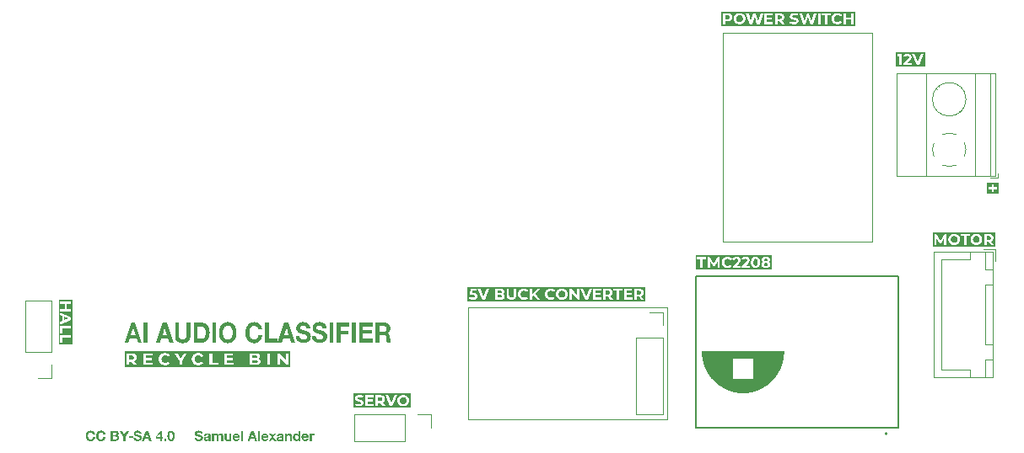
<source format=gbr>
%TF.GenerationSoftware,KiCad,Pcbnew,7.0.7*%
%TF.CreationDate,2023-10-10T20:27:37+07:00*%
%TF.ProjectId,Audio_Classifier_Bin,41756469-6f5f-4436-9c61-737369666965,rev?*%
%TF.SameCoordinates,Original*%
%TF.FileFunction,Legend,Top*%
%TF.FilePolarity,Positive*%
%FSLAX46Y46*%
G04 Gerber Fmt 4.6, Leading zero omitted, Abs format (unit mm)*
G04 Created by KiCad (PCBNEW 7.0.7) date 2023-10-10 20:27:37*
%MOMM*%
%LPD*%
G01*
G04 APERTURE LIST*
%ADD10C,0.200000*%
%ADD11C,0.120000*%
%ADD12C,0.100000*%
%ADD13C,0.127000*%
G04 APERTURE END LIST*
D10*
G36*
X104966678Y-118861751D02*
G01*
X105180635Y-118861751D01*
X105179273Y-118850928D01*
X105177692Y-118840258D01*
X105175892Y-118829740D01*
X105173872Y-118819375D01*
X105171633Y-118809163D01*
X105169174Y-118799103D01*
X105166496Y-118789196D01*
X105163599Y-118779441D01*
X105160482Y-118769839D01*
X105157145Y-118760390D01*
X105153589Y-118751094D01*
X105149814Y-118741950D01*
X105145819Y-118732959D01*
X105141605Y-118724120D01*
X105134873Y-118711149D01*
X105132519Y-118706901D01*
X105125240Y-118694361D01*
X105117601Y-118682203D01*
X105109601Y-118670427D01*
X105101240Y-118659033D01*
X105092519Y-118648022D01*
X105083437Y-118637392D01*
X105073995Y-118627145D01*
X105064192Y-118617279D01*
X105054028Y-118607796D01*
X105043504Y-118598695D01*
X105036287Y-118592840D01*
X105025204Y-118584378D01*
X105013847Y-118576302D01*
X105002215Y-118568612D01*
X104990308Y-118561309D01*
X104978127Y-118554393D01*
X104965670Y-118547863D01*
X104952939Y-118541719D01*
X104939933Y-118535962D01*
X104926653Y-118530591D01*
X104913097Y-118525606D01*
X104903907Y-118522498D01*
X104889998Y-118518177D01*
X104875929Y-118514280D01*
X104861702Y-118510809D01*
X104852129Y-118508731D01*
X104842485Y-118506842D01*
X104832770Y-118505142D01*
X104822985Y-118503631D01*
X104813130Y-118502308D01*
X104803204Y-118501175D01*
X104793207Y-118500230D01*
X104783140Y-118499475D01*
X104773002Y-118498908D01*
X104762793Y-118498530D01*
X104752514Y-118498341D01*
X104747348Y-118498318D01*
X104732998Y-118498479D01*
X104718832Y-118498963D01*
X104704849Y-118499769D01*
X104691050Y-118500898D01*
X104677433Y-118502349D01*
X104664000Y-118504122D01*
X104650750Y-118506218D01*
X104637683Y-118508637D01*
X104624799Y-118511378D01*
X104612098Y-118514442D01*
X104599581Y-118517828D01*
X104587247Y-118521536D01*
X104575095Y-118525567D01*
X104563128Y-118529920D01*
X104551343Y-118534596D01*
X104539741Y-118539595D01*
X104528343Y-118544877D01*
X104517168Y-118550403D01*
X104506216Y-118556173D01*
X104495488Y-118562187D01*
X104484982Y-118568446D01*
X104474700Y-118574949D01*
X104464641Y-118581696D01*
X104454806Y-118588688D01*
X104445194Y-118595923D01*
X104435805Y-118603403D01*
X104426639Y-118611127D01*
X104417696Y-118619096D01*
X104408977Y-118627308D01*
X104400481Y-118635765D01*
X104392208Y-118644467D01*
X104384159Y-118653412D01*
X104376367Y-118662577D01*
X104368806Y-118671936D01*
X104361476Y-118681490D01*
X104354376Y-118691239D01*
X104347508Y-118701182D01*
X104340870Y-118711320D01*
X104334464Y-118721653D01*
X104328288Y-118732180D01*
X104322343Y-118742902D01*
X104316629Y-118753819D01*
X104311146Y-118764930D01*
X104305894Y-118776236D01*
X104300873Y-118787736D01*
X104296082Y-118799431D01*
X104291523Y-118811321D01*
X104287194Y-118823405D01*
X104283113Y-118835650D01*
X104279294Y-118848024D01*
X104275740Y-118860525D01*
X104272448Y-118873154D01*
X104269420Y-118885911D01*
X104266655Y-118898796D01*
X104264153Y-118911808D01*
X104261915Y-118924949D01*
X104259940Y-118938217D01*
X104258229Y-118951613D01*
X104256780Y-118965137D01*
X104255595Y-118978789D01*
X104254674Y-118992569D01*
X104254015Y-119006476D01*
X104253620Y-119020512D01*
X104253489Y-119034675D01*
X104253620Y-119048507D01*
X104254015Y-119062221D01*
X104254674Y-119075817D01*
X104255595Y-119089294D01*
X104256780Y-119102653D01*
X104258229Y-119115893D01*
X104259940Y-119129016D01*
X104261915Y-119142020D01*
X104264153Y-119154905D01*
X104266655Y-119167673D01*
X104269420Y-119180322D01*
X104272448Y-119192853D01*
X104275740Y-119205265D01*
X104279294Y-119217559D01*
X104283113Y-119229735D01*
X104287194Y-119241793D01*
X104291523Y-119253695D01*
X104296082Y-119265404D01*
X104300873Y-119276921D01*
X104305894Y-119288245D01*
X104311146Y-119299376D01*
X104316629Y-119310315D01*
X104322343Y-119321060D01*
X104328288Y-119331613D01*
X104334464Y-119341974D01*
X104340870Y-119352141D01*
X104347508Y-119362116D01*
X104354376Y-119371898D01*
X104361476Y-119381487D01*
X104368806Y-119390884D01*
X104376367Y-119400088D01*
X104384159Y-119409099D01*
X104392208Y-119417864D01*
X104400481Y-119426391D01*
X104408977Y-119434679D01*
X104417696Y-119442728D01*
X104426639Y-119450539D01*
X104435805Y-119458112D01*
X104445194Y-119465446D01*
X104454806Y-119472541D01*
X104464641Y-119479398D01*
X104474700Y-119486017D01*
X104484982Y-119492397D01*
X104495488Y-119498538D01*
X104506216Y-119504441D01*
X104517168Y-119510105D01*
X104528343Y-119515531D01*
X104539741Y-119520718D01*
X104551343Y-119525628D01*
X104563128Y-119530221D01*
X104575095Y-119534497D01*
X104587247Y-119538456D01*
X104599581Y-119542099D01*
X104612098Y-119545425D01*
X104624799Y-119548434D01*
X104637683Y-119551127D01*
X104650750Y-119553502D01*
X104664000Y-119555561D01*
X104677433Y-119557303D01*
X104691050Y-119558729D01*
X104704849Y-119559837D01*
X104718832Y-119560629D01*
X104732998Y-119561104D01*
X104747348Y-119561263D01*
X104758888Y-119561150D01*
X104770307Y-119560812D01*
X104781603Y-119560249D01*
X104792777Y-119559461D01*
X104803829Y-119558448D01*
X104814759Y-119557210D01*
X104825566Y-119555746D01*
X104836252Y-119554057D01*
X104846816Y-119552144D01*
X104857257Y-119550005D01*
X104867576Y-119547640D01*
X104877773Y-119545051D01*
X104887848Y-119542236D01*
X104897801Y-119539197D01*
X104907632Y-119535932D01*
X104917341Y-119532442D01*
X104926942Y-119528770D01*
X104936388Y-119524897D01*
X104945680Y-119520824D01*
X104954817Y-119516551D01*
X104963799Y-119512077D01*
X104972627Y-119507403D01*
X104981301Y-119502529D01*
X104989820Y-119497454D01*
X104998184Y-119492179D01*
X105006394Y-119486704D01*
X105014449Y-119481028D01*
X105022350Y-119475152D01*
X105030096Y-119469075D01*
X105037688Y-119462798D01*
X105045125Y-119456321D01*
X105052407Y-119449644D01*
X105059554Y-119442750D01*
X105066524Y-119435687D01*
X105073316Y-119428455D01*
X105079930Y-119421052D01*
X105086367Y-119413479D01*
X105092627Y-119405737D01*
X105098709Y-119397825D01*
X105104614Y-119389743D01*
X105110341Y-119381491D01*
X105115891Y-119373070D01*
X105121263Y-119364478D01*
X105126458Y-119355717D01*
X105131476Y-119346786D01*
X105136316Y-119337685D01*
X105140978Y-119328414D01*
X105145464Y-119318974D01*
X105149755Y-119309378D01*
X105153837Y-119299640D01*
X105157708Y-119289762D01*
X105161370Y-119279742D01*
X105164822Y-119269581D01*
X105168064Y-119259279D01*
X105171096Y-119248836D01*
X105173918Y-119238251D01*
X105176530Y-119227526D01*
X105178932Y-119216659D01*
X105181125Y-119205651D01*
X105183107Y-119194501D01*
X105184880Y-119183211D01*
X105186443Y-119171779D01*
X105187796Y-119160206D01*
X105188939Y-119148492D01*
X104975226Y-119148492D01*
X104973465Y-119161009D01*
X104971357Y-119173218D01*
X104968901Y-119185120D01*
X104966098Y-119196715D01*
X104962947Y-119208003D01*
X104959450Y-119218983D01*
X104955605Y-119229656D01*
X104951413Y-119240022D01*
X104946873Y-119250081D01*
X104941986Y-119259833D01*
X104936752Y-119269277D01*
X104931171Y-119278414D01*
X104925242Y-119287244D01*
X104918966Y-119295767D01*
X104912343Y-119303982D01*
X104905373Y-119311891D01*
X104898087Y-119319373D01*
X104890455Y-119326373D01*
X104882478Y-119332891D01*
X104874156Y-119338925D01*
X104865488Y-119344477D01*
X104856475Y-119349546D01*
X104847116Y-119354132D01*
X104837412Y-119358236D01*
X104827363Y-119361856D01*
X104816968Y-119364994D01*
X104806228Y-119367650D01*
X104795143Y-119369822D01*
X104783712Y-119371512D01*
X104771936Y-119372719D01*
X104759815Y-119373443D01*
X104747348Y-119373684D01*
X104733534Y-119373429D01*
X104720119Y-119372662D01*
X104707104Y-119371385D01*
X104694488Y-119369597D01*
X104682272Y-119367298D01*
X104670454Y-119364488D01*
X104659036Y-119361167D01*
X104648017Y-119357335D01*
X104637398Y-119352992D01*
X104627177Y-119348139D01*
X104620586Y-119344619D01*
X104611003Y-119338958D01*
X104601764Y-119332967D01*
X104592868Y-119326645D01*
X104584316Y-119319993D01*
X104576107Y-119313010D01*
X104568241Y-119305696D01*
X104560719Y-119298052D01*
X104553541Y-119290077D01*
X104546706Y-119281771D01*
X104540215Y-119273135D01*
X104536078Y-119267194D01*
X104530185Y-119258021D01*
X104524597Y-119248638D01*
X104519314Y-119239045D01*
X104514336Y-119229241D01*
X104509663Y-119219227D01*
X104505294Y-119209002D01*
X104501231Y-119198567D01*
X104497472Y-119187922D01*
X104494018Y-119177066D01*
X104490869Y-119166000D01*
X104488939Y-119158506D01*
X104486320Y-119147119D01*
X104483959Y-119135671D01*
X104481855Y-119124164D01*
X104480009Y-119112596D01*
X104478420Y-119100968D01*
X104477089Y-119089280D01*
X104476016Y-119077532D01*
X104475200Y-119065724D01*
X104474642Y-119053856D01*
X104474341Y-119041928D01*
X104474284Y-119033942D01*
X104474413Y-119021477D01*
X104474799Y-119009084D01*
X104475443Y-118996764D01*
X104476345Y-118984517D01*
X104477504Y-118972344D01*
X104478921Y-118960243D01*
X104480595Y-118948215D01*
X104482527Y-118936260D01*
X104484717Y-118924379D01*
X104487164Y-118912570D01*
X104488939Y-118904738D01*
X104491885Y-118893134D01*
X104495135Y-118881771D01*
X104498691Y-118870649D01*
X104502552Y-118859767D01*
X104506717Y-118849125D01*
X104511187Y-118838724D01*
X104515962Y-118828563D01*
X104521041Y-118818642D01*
X104526426Y-118808962D01*
X104532115Y-118799523D01*
X104536078Y-118793363D01*
X104542340Y-118784334D01*
X104548946Y-118775657D01*
X104555896Y-118767333D01*
X104563189Y-118759360D01*
X104570825Y-118751739D01*
X104578805Y-118744471D01*
X104587128Y-118737554D01*
X104595795Y-118730990D01*
X104604805Y-118724777D01*
X104614159Y-118718917D01*
X104620586Y-118715205D01*
X104630540Y-118709967D01*
X104640893Y-118705245D01*
X104651646Y-118701037D01*
X104662798Y-118697345D01*
X104674349Y-118694168D01*
X104686299Y-118691506D01*
X104698649Y-118689360D01*
X104711398Y-118687728D01*
X104724547Y-118686612D01*
X104738094Y-118686011D01*
X104747348Y-118685896D01*
X104757488Y-118686106D01*
X104767513Y-118686736D01*
X104777424Y-118687785D01*
X104787220Y-118689255D01*
X104796902Y-118691144D01*
X104806470Y-118693452D01*
X104815923Y-118696181D01*
X104825261Y-118699330D01*
X104834481Y-118702795D01*
X104845663Y-118707599D01*
X104856463Y-118712927D01*
X104866882Y-118718780D01*
X104876919Y-118725158D01*
X104886574Y-118732061D01*
X104892184Y-118736454D01*
X104901175Y-118744125D01*
X104909677Y-118752178D01*
X104917690Y-118760612D01*
X104925214Y-118769427D01*
X104932249Y-118778625D01*
X104938795Y-118788203D01*
X104941277Y-118792142D01*
X104947113Y-118802149D01*
X104952258Y-118812478D01*
X104956711Y-118823129D01*
X104960473Y-118834102D01*
X104963542Y-118845397D01*
X104965920Y-118857014D01*
X104966678Y-118861751D01*
G37*
G36*
X106003244Y-118861751D02*
G01*
X106217201Y-118861751D01*
X106215840Y-118850928D01*
X106214259Y-118840258D01*
X106212458Y-118829740D01*
X106210439Y-118819375D01*
X106208199Y-118809163D01*
X106205741Y-118799103D01*
X106203063Y-118789196D01*
X106200165Y-118779441D01*
X106197048Y-118769839D01*
X106193712Y-118760390D01*
X106190156Y-118751094D01*
X106186381Y-118741950D01*
X106182386Y-118732959D01*
X106178172Y-118724120D01*
X106171439Y-118711149D01*
X106169085Y-118706901D01*
X106161807Y-118694361D01*
X106154167Y-118682203D01*
X106146168Y-118670427D01*
X106137807Y-118659033D01*
X106129086Y-118648022D01*
X106120004Y-118637392D01*
X106110562Y-118627145D01*
X106100758Y-118617279D01*
X106090595Y-118607796D01*
X106080070Y-118598695D01*
X106072854Y-118592840D01*
X106061771Y-118584378D01*
X106050414Y-118576302D01*
X106038782Y-118568612D01*
X106026875Y-118561309D01*
X106014693Y-118554393D01*
X106002237Y-118547863D01*
X105989506Y-118541719D01*
X105976500Y-118535962D01*
X105963219Y-118530591D01*
X105949664Y-118525606D01*
X105940474Y-118522498D01*
X105926564Y-118518177D01*
X105912496Y-118514280D01*
X105898268Y-118510809D01*
X105888695Y-118508731D01*
X105879051Y-118506842D01*
X105869337Y-118505142D01*
X105859552Y-118503631D01*
X105849697Y-118502308D01*
X105839770Y-118501175D01*
X105829774Y-118500230D01*
X105819706Y-118499475D01*
X105809568Y-118498908D01*
X105799360Y-118498530D01*
X105789080Y-118498341D01*
X105783914Y-118498318D01*
X105769565Y-118498479D01*
X105755399Y-118498963D01*
X105741416Y-118499769D01*
X105727616Y-118500898D01*
X105714000Y-118502349D01*
X105700566Y-118504122D01*
X105687316Y-118506218D01*
X105674249Y-118508637D01*
X105661366Y-118511378D01*
X105648665Y-118514442D01*
X105636147Y-118517828D01*
X105623813Y-118521536D01*
X105611662Y-118525567D01*
X105599694Y-118529920D01*
X105587909Y-118534596D01*
X105576308Y-118539595D01*
X105564910Y-118544877D01*
X105553735Y-118550403D01*
X105542783Y-118556173D01*
X105532054Y-118562187D01*
X105521549Y-118568446D01*
X105511267Y-118574949D01*
X105501208Y-118581696D01*
X105491372Y-118588688D01*
X105481760Y-118595923D01*
X105472371Y-118603403D01*
X105463205Y-118611127D01*
X105454263Y-118619096D01*
X105445544Y-118627308D01*
X105437048Y-118635765D01*
X105428775Y-118644467D01*
X105420725Y-118653412D01*
X105412933Y-118662577D01*
X105405372Y-118671936D01*
X105398042Y-118681490D01*
X105390943Y-118691239D01*
X105384075Y-118701182D01*
X105377437Y-118711320D01*
X105371030Y-118721653D01*
X105364855Y-118732180D01*
X105358910Y-118742902D01*
X105353196Y-118753819D01*
X105347713Y-118764930D01*
X105342461Y-118776236D01*
X105337439Y-118787736D01*
X105332649Y-118799431D01*
X105328089Y-118811321D01*
X105323761Y-118823405D01*
X105319679Y-118835650D01*
X105315861Y-118848024D01*
X105312306Y-118860525D01*
X105309015Y-118873154D01*
X105305986Y-118885911D01*
X105303222Y-118898796D01*
X105300720Y-118911808D01*
X105298482Y-118924949D01*
X105296507Y-118938217D01*
X105294795Y-118951613D01*
X105293347Y-118965137D01*
X105292162Y-118978789D01*
X105291240Y-118992569D01*
X105290582Y-119006476D01*
X105290187Y-119020512D01*
X105290055Y-119034675D01*
X105290187Y-119048507D01*
X105290582Y-119062221D01*
X105291240Y-119075817D01*
X105292162Y-119089294D01*
X105293347Y-119102653D01*
X105294795Y-119115893D01*
X105296507Y-119129016D01*
X105298482Y-119142020D01*
X105300720Y-119154905D01*
X105303222Y-119167673D01*
X105305986Y-119180322D01*
X105309015Y-119192853D01*
X105312306Y-119205265D01*
X105315861Y-119217559D01*
X105319679Y-119229735D01*
X105323761Y-119241793D01*
X105328089Y-119253695D01*
X105332649Y-119265404D01*
X105337439Y-119276921D01*
X105342461Y-119288245D01*
X105347713Y-119299376D01*
X105353196Y-119310315D01*
X105358910Y-119321060D01*
X105364855Y-119331613D01*
X105371030Y-119341974D01*
X105377437Y-119352141D01*
X105384075Y-119362116D01*
X105390943Y-119371898D01*
X105398042Y-119381487D01*
X105405372Y-119390884D01*
X105412933Y-119400088D01*
X105420725Y-119409099D01*
X105428775Y-119417864D01*
X105437048Y-119426391D01*
X105445544Y-119434679D01*
X105454263Y-119442728D01*
X105463205Y-119450539D01*
X105472371Y-119458112D01*
X105481760Y-119465446D01*
X105491372Y-119472541D01*
X105501208Y-119479398D01*
X105511267Y-119486017D01*
X105521549Y-119492397D01*
X105532054Y-119498538D01*
X105542783Y-119504441D01*
X105553735Y-119510105D01*
X105564910Y-119515531D01*
X105576308Y-119520718D01*
X105587909Y-119525628D01*
X105599694Y-119530221D01*
X105611662Y-119534497D01*
X105623813Y-119538456D01*
X105636147Y-119542099D01*
X105648665Y-119545425D01*
X105661366Y-119548434D01*
X105674249Y-119551127D01*
X105687316Y-119553502D01*
X105700566Y-119555561D01*
X105714000Y-119557303D01*
X105727616Y-119558729D01*
X105741416Y-119559837D01*
X105755399Y-119560629D01*
X105769565Y-119561104D01*
X105783914Y-119561263D01*
X105795455Y-119561150D01*
X105806873Y-119560812D01*
X105818169Y-119560249D01*
X105829344Y-119559461D01*
X105840396Y-119558448D01*
X105851325Y-119557210D01*
X105862133Y-119555746D01*
X105872819Y-119554057D01*
X105883382Y-119552144D01*
X105893824Y-119550005D01*
X105904143Y-119547640D01*
X105914340Y-119545051D01*
X105924415Y-119542236D01*
X105934368Y-119539197D01*
X105944199Y-119535932D01*
X105953907Y-119532442D01*
X105963508Y-119528770D01*
X105972955Y-119524897D01*
X105982246Y-119520824D01*
X105991383Y-119516551D01*
X106000366Y-119512077D01*
X106009194Y-119507403D01*
X106017868Y-119502529D01*
X106026386Y-119497454D01*
X106034751Y-119492179D01*
X106042961Y-119486704D01*
X106051016Y-119481028D01*
X106058917Y-119475152D01*
X106066663Y-119469075D01*
X106074254Y-119462798D01*
X106081691Y-119456321D01*
X106088974Y-119449644D01*
X106096121Y-119442750D01*
X106103090Y-119435687D01*
X106109882Y-119428455D01*
X106116497Y-119421052D01*
X106122934Y-119413479D01*
X106129194Y-119405737D01*
X106135276Y-119397825D01*
X106141181Y-119389743D01*
X106146908Y-119381491D01*
X106152458Y-119373070D01*
X106157830Y-119364478D01*
X106163025Y-119355717D01*
X106168043Y-119346786D01*
X106172883Y-119337685D01*
X106177545Y-119328414D01*
X106182030Y-119318974D01*
X106186322Y-119309378D01*
X106190403Y-119299640D01*
X106194275Y-119289762D01*
X106197937Y-119279742D01*
X106201388Y-119269581D01*
X106204630Y-119259279D01*
X106207662Y-119248836D01*
X106210484Y-119238251D01*
X106213097Y-119227526D01*
X106215499Y-119216659D01*
X106217692Y-119205651D01*
X106219674Y-119194501D01*
X106221447Y-119183211D01*
X106223010Y-119171779D01*
X106224362Y-119160206D01*
X106225505Y-119148492D01*
X106011793Y-119148492D01*
X106010032Y-119161009D01*
X106007923Y-119173218D01*
X106005467Y-119185120D01*
X106002664Y-119196715D01*
X105999514Y-119208003D01*
X105996016Y-119218983D01*
X105992171Y-119229656D01*
X105987979Y-119240022D01*
X105983440Y-119250081D01*
X105978553Y-119259833D01*
X105973319Y-119269277D01*
X105967738Y-119278414D01*
X105961809Y-119287244D01*
X105955533Y-119295767D01*
X105948910Y-119303982D01*
X105941939Y-119311891D01*
X105934653Y-119319373D01*
X105927022Y-119326373D01*
X105919045Y-119332891D01*
X105910722Y-119338925D01*
X105902054Y-119344477D01*
X105893041Y-119349546D01*
X105883683Y-119354132D01*
X105873979Y-119358236D01*
X105863930Y-119361856D01*
X105853535Y-119364994D01*
X105842795Y-119367650D01*
X105831710Y-119369822D01*
X105820279Y-119371512D01*
X105808503Y-119372719D01*
X105796381Y-119373443D01*
X105783914Y-119373684D01*
X105770101Y-119373429D01*
X105756686Y-119372662D01*
X105743671Y-119371385D01*
X105731055Y-119369597D01*
X105718838Y-119367298D01*
X105707021Y-119364488D01*
X105695603Y-119361167D01*
X105684584Y-119357335D01*
X105673964Y-119352992D01*
X105663744Y-119348139D01*
X105657152Y-119344619D01*
X105647570Y-119338958D01*
X105638330Y-119332967D01*
X105629435Y-119326645D01*
X105620882Y-119319993D01*
X105612673Y-119313010D01*
X105604808Y-119305696D01*
X105597286Y-119298052D01*
X105590108Y-119290077D01*
X105583273Y-119281771D01*
X105576781Y-119273135D01*
X105572644Y-119267194D01*
X105566752Y-119258021D01*
X105561164Y-119248638D01*
X105555881Y-119239045D01*
X105550903Y-119229241D01*
X105546230Y-119219227D01*
X105541861Y-119209002D01*
X105537797Y-119198567D01*
X105534039Y-119187922D01*
X105530585Y-119177066D01*
X105527436Y-119166000D01*
X105525505Y-119158506D01*
X105522886Y-119147119D01*
X105520525Y-119135671D01*
X105518421Y-119124164D01*
X105516575Y-119112596D01*
X105514987Y-119100968D01*
X105513656Y-119089280D01*
X105512583Y-119077532D01*
X105511767Y-119065724D01*
X105511209Y-119053856D01*
X105510908Y-119041928D01*
X105510851Y-119033942D01*
X105510980Y-119021477D01*
X105511366Y-119009084D01*
X105512010Y-118996764D01*
X105512912Y-118984517D01*
X105514071Y-118972344D01*
X105515488Y-118960243D01*
X105517162Y-118948215D01*
X105519094Y-118936260D01*
X105521284Y-118924379D01*
X105523731Y-118912570D01*
X105525505Y-118904738D01*
X105528451Y-118893134D01*
X105531702Y-118881771D01*
X105535258Y-118870649D01*
X105539118Y-118859767D01*
X105543283Y-118849125D01*
X105547753Y-118838724D01*
X105552528Y-118828563D01*
X105557608Y-118818642D01*
X105562993Y-118808962D01*
X105568682Y-118799523D01*
X105572644Y-118793363D01*
X105578907Y-118784334D01*
X105585513Y-118775657D01*
X105592462Y-118767333D01*
X105599755Y-118759360D01*
X105607392Y-118751739D01*
X105615372Y-118744471D01*
X105623695Y-118737554D01*
X105632362Y-118730990D01*
X105641372Y-118724777D01*
X105650726Y-118718917D01*
X105657152Y-118715205D01*
X105667106Y-118709967D01*
X105677460Y-118705245D01*
X105688212Y-118701037D01*
X105699364Y-118697345D01*
X105710916Y-118694168D01*
X105722866Y-118691506D01*
X105735216Y-118689360D01*
X105747965Y-118687728D01*
X105761113Y-118686612D01*
X105774661Y-118686011D01*
X105783914Y-118685896D01*
X105794054Y-118686106D01*
X105804080Y-118686736D01*
X105813991Y-118687785D01*
X105823787Y-118689255D01*
X105833469Y-118691144D01*
X105843036Y-118693452D01*
X105852489Y-118696181D01*
X105861828Y-118699330D01*
X105871048Y-118702795D01*
X105882230Y-118707599D01*
X105893030Y-118712927D01*
X105903448Y-118718780D01*
X105913485Y-118725158D01*
X105923140Y-118732061D01*
X105928750Y-118736454D01*
X105937741Y-118744125D01*
X105946243Y-118752178D01*
X105954256Y-118760612D01*
X105961780Y-118769427D01*
X105968816Y-118778625D01*
X105975362Y-118788203D01*
X105977843Y-118792142D01*
X105983680Y-118802149D01*
X105988825Y-118812478D01*
X105993278Y-118823129D01*
X105997039Y-118834102D01*
X106000109Y-118845397D01*
X106002487Y-118857014D01*
X106003244Y-118861751D01*
G37*
G36*
X107240683Y-118529630D02*
G01*
X107253845Y-118529891D01*
X107266789Y-118530375D01*
X107279514Y-118531082D01*
X107292019Y-118532012D01*
X107304306Y-118533165D01*
X107316374Y-118534542D01*
X107328223Y-118536142D01*
X107339853Y-118537965D01*
X107351264Y-118540012D01*
X107362456Y-118542281D01*
X107366134Y-118543091D01*
X107376969Y-118545712D01*
X107387509Y-118548621D01*
X107397752Y-118551817D01*
X107407699Y-118555301D01*
X107417349Y-118559073D01*
X107426704Y-118563132D01*
X107435762Y-118567479D01*
X107444524Y-118572114D01*
X107452990Y-118577036D01*
X107463817Y-118584047D01*
X107469024Y-118587725D01*
X107478992Y-118595533D01*
X107488365Y-118603944D01*
X107497142Y-118612958D01*
X107505325Y-118622575D01*
X107512911Y-118632795D01*
X107519903Y-118643618D01*
X107524756Y-118652131D01*
X107529274Y-118660983D01*
X107532083Y-118667056D01*
X107535958Y-118676498D01*
X107539425Y-118686339D01*
X107542484Y-118696579D01*
X107545135Y-118707219D01*
X107547378Y-118718258D01*
X107549214Y-118729696D01*
X107550641Y-118741533D01*
X107551661Y-118753770D01*
X107552273Y-118766406D01*
X107552477Y-118779441D01*
X107552342Y-118788897D01*
X107551636Y-118802705D01*
X107550324Y-118816062D01*
X107548407Y-118828969D01*
X107545885Y-118841425D01*
X107542757Y-118853429D01*
X107539024Y-118864983D01*
X107534686Y-118876087D01*
X107529742Y-118886739D01*
X107524193Y-118896941D01*
X107518039Y-118906692D01*
X107513604Y-118912971D01*
X107506466Y-118922120D01*
X107498743Y-118930948D01*
X107490437Y-118939454D01*
X107481547Y-118947638D01*
X107472073Y-118955500D01*
X107462015Y-118963039D01*
X107451374Y-118970257D01*
X107440148Y-118977153D01*
X107428338Y-118983727D01*
X107415945Y-118989979D01*
X107427362Y-118993431D01*
X107438412Y-118997195D01*
X107449092Y-119001270D01*
X107459405Y-119005656D01*
X107469349Y-119010353D01*
X107478925Y-119015361D01*
X107488133Y-119020680D01*
X107496973Y-119026310D01*
X107505444Y-119032251D01*
X107513547Y-119038503D01*
X107521281Y-119045066D01*
X107528648Y-119051940D01*
X107535646Y-119059125D01*
X107542276Y-119066621D01*
X107548537Y-119074428D01*
X107554431Y-119082547D01*
X107559991Y-119090925D01*
X107565193Y-119099514D01*
X107570036Y-119108312D01*
X107574520Y-119117321D01*
X107578645Y-119126539D01*
X107582412Y-119135967D01*
X107585820Y-119145605D01*
X107588869Y-119155453D01*
X107591559Y-119165511D01*
X107593891Y-119175779D01*
X107595864Y-119186256D01*
X107597479Y-119196944D01*
X107598734Y-119207841D01*
X107599631Y-119218949D01*
X107600169Y-119230266D01*
X107600348Y-119241793D01*
X107600233Y-119251117D01*
X107599627Y-119264806D01*
X107598501Y-119278139D01*
X107596856Y-119291116D01*
X107594692Y-119303736D01*
X107592008Y-119316000D01*
X107588804Y-119327908D01*
X107585081Y-119339459D01*
X107580839Y-119350654D01*
X107576077Y-119361492D01*
X107570795Y-119371974D01*
X107567021Y-119378765D01*
X107561059Y-119388659D01*
X107554736Y-119398200D01*
X107548053Y-119407389D01*
X107541009Y-119416226D01*
X107533604Y-119424711D01*
X107525839Y-119432844D01*
X107517713Y-119440625D01*
X107509227Y-119448054D01*
X107500380Y-119455131D01*
X107491172Y-119461856D01*
X107484888Y-119466121D01*
X107475256Y-119472259D01*
X107465374Y-119478083D01*
X107455243Y-119483593D01*
X107444863Y-119488790D01*
X107434234Y-119493674D01*
X107423356Y-119498244D01*
X107412229Y-119502501D01*
X107400854Y-119506444D01*
X107389229Y-119510074D01*
X107377355Y-119513391D01*
X107369341Y-119515402D01*
X107357268Y-119518176D01*
X107345130Y-119520657D01*
X107332928Y-119522847D01*
X107320661Y-119524744D01*
X107308330Y-119526350D01*
X107295934Y-119527664D01*
X107283474Y-119528686D01*
X107270950Y-119529416D01*
X107258361Y-119529854D01*
X107245708Y-119530000D01*
X106758932Y-119530000D01*
X106758932Y-119092316D01*
X106979972Y-119092316D01*
X106979972Y-119358053D01*
X107216399Y-119358053D01*
X107224417Y-119357957D01*
X107234321Y-119357570D01*
X107244094Y-119356884D01*
X107255649Y-119355667D01*
X107267015Y-119354022D01*
X107278192Y-119351946D01*
X107281859Y-119351152D01*
X107292526Y-119348390D01*
X107302696Y-119345061D01*
X107312367Y-119341165D01*
X107321540Y-119336703D01*
X107330216Y-119331674D01*
X107333018Y-119329835D01*
X107340978Y-119323859D01*
X107348268Y-119317195D01*
X107354888Y-119309845D01*
X107360839Y-119301808D01*
X107366120Y-119293084D01*
X107370685Y-119283444D01*
X107374305Y-119272842D01*
X107376601Y-119263273D01*
X107378241Y-119253036D01*
X107379225Y-119242131D01*
X107379553Y-119230558D01*
X107379382Y-119221413D01*
X107378486Y-119208322D01*
X107376820Y-119195982D01*
X107374387Y-119184394D01*
X107371185Y-119173557D01*
X107367214Y-119163471D01*
X107362475Y-119154136D01*
X107356967Y-119145553D01*
X107350691Y-119137722D01*
X107343647Y-119130641D01*
X107335833Y-119124312D01*
X107330288Y-119120438D01*
X107321556Y-119115095D01*
X107312325Y-119110314D01*
X107302596Y-119106096D01*
X107292370Y-119102440D01*
X107281645Y-119099347D01*
X107270422Y-119096816D01*
X107258701Y-119094847D01*
X107246483Y-119093441D01*
X107233766Y-119092598D01*
X107220551Y-119092316D01*
X106979972Y-119092316D01*
X106758932Y-119092316D01*
X106758932Y-118701528D01*
X106979972Y-118701528D01*
X106979972Y-118936001D01*
X107203698Y-118936001D01*
X107214594Y-118935754D01*
X107225116Y-118935013D01*
X107235265Y-118933779D01*
X107245040Y-118932051D01*
X107257493Y-118928979D01*
X107269281Y-118925029D01*
X107280406Y-118920201D01*
X107290866Y-118914496D01*
X107300662Y-118907913D01*
X107309593Y-118900341D01*
X107317332Y-118891671D01*
X107323881Y-118881901D01*
X107329239Y-118871032D01*
X107333406Y-118859064D01*
X107335750Y-118849367D01*
X107337425Y-118839052D01*
X107338429Y-118828118D01*
X107338764Y-118816566D01*
X107338653Y-118810127D01*
X107337971Y-118799881D01*
X107336333Y-118788389D01*
X107333803Y-118777774D01*
X107330380Y-118768033D01*
X107326064Y-118759169D01*
X107322755Y-118753704D01*
X107316322Y-118744875D01*
X107309071Y-118736981D01*
X107301001Y-118730022D01*
X107292114Y-118723998D01*
X107284014Y-118719510D01*
X107273999Y-118714969D01*
X107263377Y-118711175D01*
X107253789Y-118708519D01*
X107243754Y-118706413D01*
X107240326Y-118705821D01*
X107229939Y-118704275D01*
X107219397Y-118703073D01*
X107208701Y-118702215D01*
X107197851Y-118701699D01*
X107186845Y-118701528D01*
X106979972Y-118701528D01*
X106758932Y-118701528D01*
X106758932Y-118529581D01*
X107231786Y-118529581D01*
X107240683Y-118529630D01*
G37*
G36*
X108004082Y-119140432D02*
G01*
X108004082Y-119530000D01*
X108224877Y-119530000D01*
X108224877Y-119146050D01*
X108597836Y-118529581D01*
X108351639Y-118529581D01*
X108118143Y-118924766D01*
X107883182Y-118529581D01*
X107635519Y-118529581D01*
X108004082Y-119140432D01*
G37*
G36*
X108577076Y-119061053D02*
G01*
X108577076Y-119233000D01*
X109000593Y-119233000D01*
X109000593Y-119061053D01*
X108577076Y-119061053D01*
G37*
G36*
X109241660Y-119188060D02*
G01*
X109027704Y-119188060D01*
X109027664Y-119199564D01*
X109027910Y-119210873D01*
X109028442Y-119221988D01*
X109029261Y-119232909D01*
X109030365Y-119243634D01*
X109031757Y-119254165D01*
X109033434Y-119264502D01*
X109035397Y-119274644D01*
X109037647Y-119284591D01*
X109040183Y-119294343D01*
X109043005Y-119303901D01*
X109046113Y-119313265D01*
X109049508Y-119322433D01*
X109055137Y-119335821D01*
X109061409Y-119348771D01*
X109068221Y-119361248D01*
X109075465Y-119373309D01*
X109083144Y-119384953D01*
X109091256Y-119396181D01*
X109099802Y-119406992D01*
X109108782Y-119417387D01*
X109118195Y-119427366D01*
X109128042Y-119436928D01*
X109138322Y-119446073D01*
X109149036Y-119454802D01*
X109156420Y-119460390D01*
X109167798Y-119468430D01*
X109179495Y-119476061D01*
X109191509Y-119483284D01*
X109203841Y-119490100D01*
X109216490Y-119496508D01*
X109229458Y-119502508D01*
X109242743Y-119508100D01*
X109256345Y-119513284D01*
X109265590Y-119516514D01*
X109274977Y-119519562D01*
X109284504Y-119522429D01*
X109294173Y-119525115D01*
X109303961Y-119527599D01*
X109313788Y-119529923D01*
X109323653Y-119532087D01*
X109333557Y-119534091D01*
X109343498Y-119535934D01*
X109353478Y-119537617D01*
X109363496Y-119539140D01*
X109373551Y-119540502D01*
X109383646Y-119541704D01*
X109393778Y-119542746D01*
X109403948Y-119543627D01*
X109414157Y-119544349D01*
X109424404Y-119544910D01*
X109434689Y-119545310D01*
X109445012Y-119545551D01*
X109455373Y-119545631D01*
X109468129Y-119545538D01*
X109480690Y-119545261D01*
X109493057Y-119544798D01*
X109505229Y-119544150D01*
X109517206Y-119543317D01*
X109528989Y-119542299D01*
X109540577Y-119541096D01*
X109551971Y-119539708D01*
X109563170Y-119538135D01*
X109574174Y-119536377D01*
X109584984Y-119534433D01*
X109595599Y-119532305D01*
X109606019Y-119529991D01*
X109616245Y-119527492D01*
X109626276Y-119524808D01*
X109636113Y-119521939D01*
X109645783Y-119518874D01*
X109655255Y-119515662D01*
X109664529Y-119512302D01*
X109678067Y-119506988D01*
X109691159Y-119501343D01*
X109703804Y-119495367D01*
X109716003Y-119489061D01*
X109727755Y-119482424D01*
X109739061Y-119475457D01*
X109749920Y-119468159D01*
X109760333Y-119460531D01*
X109767027Y-119455261D01*
X109776689Y-119447107D01*
X109785892Y-119438675D01*
X109794635Y-119429963D01*
X109802919Y-119420972D01*
X109810744Y-119411702D01*
X109818109Y-119402153D01*
X109825015Y-119392325D01*
X109831461Y-119382217D01*
X109837448Y-119371831D01*
X109842976Y-119361166D01*
X109846406Y-119353900D01*
X109851207Y-119342778D01*
X109855536Y-119331483D01*
X109859393Y-119320017D01*
X109862778Y-119308380D01*
X109865690Y-119296570D01*
X109868130Y-119284589D01*
X109870098Y-119272436D01*
X109871593Y-119260111D01*
X109872616Y-119247615D01*
X109873167Y-119234947D01*
X109873272Y-119226406D01*
X109873132Y-119215992D01*
X109872711Y-119205817D01*
X109872010Y-119195880D01*
X109870432Y-119181422D01*
X109868223Y-119167501D01*
X109865383Y-119154117D01*
X109861912Y-119141269D01*
X109857810Y-119128958D01*
X109853077Y-119117183D01*
X109847712Y-119105945D01*
X109841716Y-119095244D01*
X109837369Y-119088408D01*
X109830519Y-119078479D01*
X109823433Y-119068931D01*
X109816110Y-119059765D01*
X109808552Y-119050982D01*
X109800757Y-119042581D01*
X109792727Y-119034561D01*
X109784460Y-119026924D01*
X109775957Y-119019669D01*
X109767218Y-119012796D01*
X109758243Y-119006306D01*
X109752128Y-119002191D01*
X109742914Y-118996300D01*
X109733684Y-118990719D01*
X109724436Y-118985447D01*
X109715171Y-118980484D01*
X109705889Y-118975830D01*
X109696589Y-118971485D01*
X109687273Y-118967449D01*
X109677939Y-118963722D01*
X109668588Y-118960305D01*
X109659220Y-118957197D01*
X109652965Y-118955296D01*
X109640849Y-118951774D01*
X109629411Y-118948534D01*
X109618653Y-118945576D01*
X109608574Y-118942901D01*
X109596931Y-118939954D01*
X109586349Y-118937448D01*
X109575052Y-118935024D01*
X109563407Y-118932065D01*
X109552043Y-118929174D01*
X109540960Y-118926349D01*
X109530157Y-118923590D01*
X109519634Y-118920899D01*
X109509392Y-118918274D01*
X109499431Y-118915716D01*
X109489750Y-118913225D01*
X109475754Y-118909614D01*
X109462390Y-118906153D01*
X109449657Y-118902842D01*
X109437555Y-118899681D01*
X109426083Y-118896671D01*
X109422400Y-118895701D01*
X109411676Y-118892816D01*
X109401394Y-118889931D01*
X109391555Y-118887045D01*
X109382157Y-118884160D01*
X109370315Y-118880314D01*
X109359259Y-118876467D01*
X109348990Y-118872620D01*
X109339506Y-118868773D01*
X109330809Y-118864926D01*
X109321036Y-118860052D01*
X109312324Y-118855047D01*
X109303271Y-118848867D01*
X109295746Y-118842499D01*
X109288899Y-118834830D01*
X109286601Y-118831465D01*
X109281686Y-118821604D01*
X109278537Y-118811823D01*
X109276463Y-118800967D01*
X109275541Y-118790806D01*
X109275366Y-118783593D01*
X109275855Y-118771981D01*
X109277324Y-118761142D01*
X109279771Y-118751076D01*
X109283197Y-118741782D01*
X109288431Y-118731916D01*
X109289288Y-118730593D01*
X109295848Y-118721742D01*
X109303132Y-118713569D01*
X109311141Y-118706074D01*
X109319875Y-118699257D01*
X109325191Y-118695666D01*
X109333598Y-118690654D01*
X109342330Y-118686244D01*
X109351389Y-118682434D01*
X109360775Y-118679225D01*
X109370486Y-118676618D01*
X109373796Y-118675882D01*
X109383862Y-118673973D01*
X109393911Y-118672459D01*
X109403944Y-118671340D01*
X109413958Y-118670616D01*
X109423956Y-118670287D01*
X109427285Y-118670265D01*
X109437383Y-118670375D01*
X109447282Y-118670707D01*
X109459378Y-118671434D01*
X109471163Y-118672506D01*
X109482638Y-118673924D01*
X109493803Y-118675688D01*
X109502512Y-118677348D01*
X109513083Y-118679800D01*
X109523272Y-118682729D01*
X109533080Y-118686135D01*
X109542506Y-118690018D01*
X109551551Y-118694378D01*
X109560214Y-118699215D01*
X109563572Y-118701284D01*
X109571706Y-118706860D01*
X109579315Y-118713057D01*
X109586399Y-118719874D01*
X109592958Y-118727311D01*
X109598992Y-118735368D01*
X109604502Y-118744045D01*
X109606559Y-118747690D01*
X109611275Y-118757301D01*
X109615346Y-118767663D01*
X109618774Y-118778777D01*
X109621557Y-118790642D01*
X109623320Y-118800675D01*
X109624671Y-118811189D01*
X109625610Y-118822184D01*
X109839567Y-118822184D01*
X109839437Y-118811386D01*
X109839048Y-118800790D01*
X109838399Y-118790396D01*
X109837491Y-118780204D01*
X109836323Y-118770215D01*
X109834896Y-118760428D01*
X109832268Y-118746127D01*
X109829057Y-118732281D01*
X109825261Y-118718890D01*
X109820882Y-118705955D01*
X109815919Y-118693474D01*
X109810372Y-118681448D01*
X109806350Y-118673684D01*
X109799961Y-118662383D01*
X109793161Y-118651468D01*
X109785948Y-118640939D01*
X109778323Y-118630797D01*
X109770286Y-118621041D01*
X109761837Y-118611671D01*
X109752975Y-118602688D01*
X109743702Y-118594091D01*
X109734016Y-118585881D01*
X109723918Y-118578057D01*
X109716957Y-118573056D01*
X109706280Y-118565830D01*
X109695316Y-118558991D01*
X109684064Y-118552538D01*
X109672524Y-118546472D01*
X109660696Y-118540792D01*
X109648581Y-118535498D01*
X109636179Y-118530591D01*
X109623488Y-118526070D01*
X109610510Y-118521935D01*
X109597245Y-118518187D01*
X109588241Y-118515903D01*
X109574628Y-118512760D01*
X109560898Y-118509927D01*
X109547053Y-118507402D01*
X109533092Y-118505187D01*
X109519015Y-118503281D01*
X109504822Y-118501684D01*
X109490513Y-118500396D01*
X109476088Y-118499417D01*
X109461547Y-118498747D01*
X109446890Y-118498386D01*
X109437055Y-118498318D01*
X109424413Y-118498479D01*
X109411767Y-118498962D01*
X109399117Y-118499767D01*
X109386462Y-118500894D01*
X109373803Y-118502343D01*
X109361140Y-118504114D01*
X109348472Y-118506207D01*
X109335801Y-118508622D01*
X109323125Y-118511359D01*
X109310444Y-118514418D01*
X109301988Y-118516636D01*
X109289471Y-118520199D01*
X109277199Y-118524109D01*
X109265171Y-118528367D01*
X109253388Y-118532973D01*
X109241849Y-118537927D01*
X109230556Y-118543229D01*
X109219507Y-118548878D01*
X109208703Y-118554875D01*
X109198143Y-118561220D01*
X109187829Y-118567913D01*
X109181088Y-118572568D01*
X109171237Y-118579787D01*
X109161742Y-118587342D01*
X109152604Y-118595232D01*
X109143822Y-118603457D01*
X109135396Y-118612016D01*
X109127327Y-118620910D01*
X109119614Y-118630140D01*
X109112257Y-118639704D01*
X109105257Y-118649603D01*
X109098613Y-118659837D01*
X109094382Y-118666845D01*
X109088489Y-118677648D01*
X109083176Y-118688807D01*
X109078443Y-118700323D01*
X109074289Y-118712194D01*
X109070715Y-118724422D01*
X109067720Y-118737007D01*
X109065305Y-118749948D01*
X109063470Y-118763245D01*
X109062214Y-118776898D01*
X109061538Y-118790908D01*
X109061409Y-118800446D01*
X109061637Y-118813093D01*
X109062319Y-118825388D01*
X109063457Y-118837330D01*
X109065050Y-118848921D01*
X109067098Y-118860159D01*
X109069601Y-118871046D01*
X109072559Y-118881580D01*
X109075972Y-118891762D01*
X109079840Y-118901593D01*
X109084164Y-118911071D01*
X109087299Y-118917194D01*
X109092341Y-118926076D01*
X109097666Y-118934680D01*
X109103274Y-118943004D01*
X109109166Y-118951049D01*
X109115341Y-118958814D01*
X109121800Y-118966301D01*
X109128542Y-118973509D01*
X109135567Y-118980438D01*
X109142876Y-118987087D01*
X109150468Y-118993458D01*
X109155687Y-118997550D01*
X109163706Y-119003490D01*
X109171919Y-119009219D01*
X109180324Y-119014738D01*
X109188923Y-119020047D01*
X109197715Y-119025145D01*
X109206700Y-119030033D01*
X109215879Y-119034711D01*
X109225250Y-119039178D01*
X109234815Y-119043435D01*
X109244573Y-119047482D01*
X109251186Y-119050062D01*
X109261241Y-119053808D01*
X109271347Y-119057441D01*
X109281505Y-119060963D01*
X109291715Y-119064373D01*
X109301976Y-119067672D01*
X109312289Y-119070859D01*
X109322653Y-119073935D01*
X109333068Y-119076898D01*
X109343535Y-119079751D01*
X109354054Y-119082491D01*
X109361095Y-119084256D01*
X109371384Y-119087118D01*
X109381643Y-119089932D01*
X109391872Y-119092699D01*
X109402071Y-119095419D01*
X109412239Y-119098092D01*
X109422378Y-119100717D01*
X109432487Y-119103295D01*
X109442565Y-119105826D01*
X109452614Y-119108310D01*
X109462632Y-119110746D01*
X109469295Y-119112344D01*
X109479225Y-119114718D01*
X109488958Y-119117170D01*
X109498494Y-119119699D01*
X109510900Y-119123191D01*
X109522956Y-119126820D01*
X109534661Y-119130587D01*
X109546014Y-119134491D01*
X109557017Y-119138532D01*
X109565038Y-119141653D01*
X109575346Y-119145939D01*
X109585142Y-119150492D01*
X109594427Y-119155312D01*
X109603201Y-119160399D01*
X109611463Y-119165753D01*
X109621072Y-119172822D01*
X109629881Y-119180308D01*
X109633182Y-119183419D01*
X109640710Y-119191656D01*
X109646963Y-119200645D01*
X109651940Y-119210385D01*
X109655641Y-119220876D01*
X109658065Y-119232118D01*
X109659214Y-119244112D01*
X109659316Y-119249120D01*
X109658833Y-119260623D01*
X109657384Y-119271469D01*
X109654969Y-119281660D01*
X109651588Y-119291195D01*
X109647241Y-119300074D01*
X109641928Y-119308297D01*
X109639532Y-119311402D01*
X109631853Y-119320201D01*
X109623469Y-119328278D01*
X109614382Y-119335634D01*
X109606271Y-119341213D01*
X109597671Y-119346291D01*
X109590439Y-119349993D01*
X109581102Y-119354122D01*
X109571563Y-119357811D01*
X109561821Y-119361059D01*
X109551875Y-119363865D01*
X109541728Y-119366230D01*
X109531377Y-119368153D01*
X109527180Y-119368799D01*
X109516749Y-119370206D01*
X109506520Y-119371375D01*
X109496494Y-119372305D01*
X109486670Y-119372997D01*
X109475150Y-119373512D01*
X109463921Y-119373684D01*
X109453037Y-119373520D01*
X109442245Y-119373028D01*
X109431544Y-119372207D01*
X109420935Y-119371058D01*
X109410417Y-119369582D01*
X109399991Y-119367776D01*
X109389656Y-119365643D01*
X109379413Y-119363182D01*
X109369380Y-119360380D01*
X109359675Y-119357228D01*
X109350299Y-119353725D01*
X109341250Y-119349870D01*
X109330401Y-119344559D01*
X109320065Y-119338698D01*
X109310242Y-119332289D01*
X109308339Y-119330942D01*
X109299237Y-119323750D01*
X109290707Y-119315915D01*
X109282750Y-119307436D01*
X109275366Y-119298312D01*
X109268554Y-119288545D01*
X109262314Y-119278134D01*
X109259979Y-119273789D01*
X109255685Y-119264756D01*
X109251964Y-119255242D01*
X109248816Y-119245247D01*
X109246240Y-119234771D01*
X109244236Y-119223814D01*
X109242805Y-119212377D01*
X109241947Y-119200459D01*
X109241660Y-119188060D01*
G37*
G36*
X110876133Y-119530000D02*
G01*
X110646789Y-119530000D01*
X110570830Y-119311158D01*
X110195184Y-119311158D01*
X110116538Y-119530000D01*
X109894033Y-119530000D01*
X110042487Y-119139211D01*
X110252826Y-119139211D01*
X110513189Y-119139211D01*
X110386427Y-118776266D01*
X110383740Y-118776266D01*
X110252826Y-119139211D01*
X110042487Y-119139211D01*
X110274075Y-118529581D01*
X110500488Y-118529581D01*
X110876133Y-119530000D01*
G37*
G36*
X111878750Y-119139211D02*
G01*
X112009420Y-119139211D01*
X112009420Y-119311158D01*
X111878750Y-119311158D01*
X111878750Y-119530000D01*
X111688729Y-119530000D01*
X111688729Y-119311158D01*
X111272295Y-119311158D01*
X111272295Y-119139211D01*
X111429832Y-119139211D01*
X111688729Y-119139211D01*
X111688729Y-118797271D01*
X111684577Y-118797271D01*
X111429832Y-119139211D01*
X111272295Y-119139211D01*
X111272295Y-119126022D01*
X111699965Y-118545212D01*
X111878750Y-118545212D01*
X111878750Y-119139211D01*
G37*
G36*
X112112002Y-119311158D02*
G01*
X112112002Y-119530000D01*
X112332798Y-119530000D01*
X112332798Y-119311158D01*
X112112002Y-119311158D01*
G37*
G36*
X112815417Y-118514049D02*
G01*
X112829199Y-118514575D01*
X112842823Y-118515552D01*
X112856287Y-118516980D01*
X112869593Y-118518858D01*
X112882740Y-118521187D01*
X112895728Y-118523967D01*
X112908557Y-118527198D01*
X112921228Y-118530879D01*
X112933739Y-118535012D01*
X112946092Y-118539595D01*
X112954213Y-118542903D01*
X112966165Y-118548367D01*
X112977843Y-118554433D01*
X112989246Y-118561099D01*
X113000375Y-118568366D01*
X113011228Y-118576234D01*
X113021807Y-118584703D01*
X113032111Y-118593774D01*
X113042140Y-118603445D01*
X113051895Y-118613718D01*
X113061374Y-118624591D01*
X113067550Y-118632193D01*
X113073560Y-118640101D01*
X113079403Y-118648313D01*
X113085081Y-118656831D01*
X113090593Y-118665655D01*
X113095938Y-118674783D01*
X113101118Y-118684217D01*
X113106132Y-118693956D01*
X113110979Y-118704001D01*
X113115661Y-118714351D01*
X113120177Y-118725006D01*
X113124526Y-118735966D01*
X113128710Y-118747232D01*
X113132727Y-118758803D01*
X113136579Y-118770679D01*
X113140265Y-118782861D01*
X113143755Y-118795374D01*
X113147020Y-118808247D01*
X113150059Y-118821478D01*
X113152874Y-118835068D01*
X113155463Y-118849016D01*
X113157827Y-118863323D01*
X113159966Y-118877989D01*
X113161880Y-118893014D01*
X113163569Y-118908398D01*
X113165032Y-118924140D01*
X113166271Y-118940241D01*
X113167284Y-118956700D01*
X113168072Y-118973519D01*
X113168635Y-118990696D01*
X113168973Y-119008232D01*
X113169085Y-119026127D01*
X113168973Y-119044589D01*
X113168635Y-119062668D01*
X113168072Y-119080363D01*
X113167284Y-119097674D01*
X113166271Y-119114603D01*
X113165032Y-119131147D01*
X113163569Y-119147308D01*
X113161880Y-119163086D01*
X113159966Y-119178480D01*
X113157827Y-119193490D01*
X113155463Y-119208117D01*
X113152874Y-119222360D01*
X113150059Y-119236220D01*
X113147020Y-119249696D01*
X113143755Y-119262789D01*
X113140265Y-119275498D01*
X113136579Y-119287828D01*
X113132727Y-119299843D01*
X113128710Y-119311542D01*
X113124526Y-119322927D01*
X113120177Y-119333997D01*
X113115661Y-119344753D01*
X113110979Y-119355193D01*
X113106132Y-119365319D01*
X113101118Y-119375129D01*
X113095938Y-119384625D01*
X113090593Y-119393806D01*
X113085081Y-119402673D01*
X113079403Y-119411224D01*
X113073560Y-119419461D01*
X113067550Y-119427382D01*
X113061374Y-119434989D01*
X113055085Y-119442306D01*
X113045422Y-119452784D01*
X113035484Y-119462665D01*
X113025272Y-119471949D01*
X113014785Y-119480637D01*
X113004023Y-119488727D01*
X112992986Y-119496221D01*
X112981675Y-119503119D01*
X112970088Y-119509419D01*
X112958227Y-119515123D01*
X112946092Y-119520230D01*
X112937874Y-119523306D01*
X112925416Y-119527548D01*
X112912798Y-119531343D01*
X112900022Y-119534692D01*
X112887087Y-119537594D01*
X112873993Y-119540050D01*
X112860740Y-119542059D01*
X112847329Y-119543622D01*
X112833758Y-119544738D01*
X112820029Y-119545408D01*
X112806140Y-119545631D01*
X112797012Y-119545532D01*
X112783434Y-119545011D01*
X112769993Y-119544043D01*
X112756689Y-119542630D01*
X112743523Y-119540769D01*
X112730494Y-119538462D01*
X112717602Y-119535709D01*
X112704848Y-119532509D01*
X112692232Y-119528862D01*
X112679752Y-119524769D01*
X112667411Y-119520230D01*
X112659291Y-119516891D01*
X112647349Y-119511387D01*
X112635689Y-119505285D01*
X112624314Y-119498587D01*
X112613221Y-119491292D01*
X112602412Y-119483400D01*
X112591886Y-119474911D01*
X112581644Y-119465826D01*
X112571685Y-119456144D01*
X112562009Y-119445865D01*
X112552616Y-119434989D01*
X112546559Y-119427382D01*
X112540660Y-119419461D01*
X112534919Y-119411224D01*
X112529337Y-119402673D01*
X112523913Y-119393806D01*
X112518648Y-119384625D01*
X112513540Y-119375129D01*
X112508592Y-119365319D01*
X112503801Y-119355193D01*
X112499169Y-119344753D01*
X112494696Y-119333997D01*
X112490380Y-119322927D01*
X112486223Y-119311542D01*
X112482225Y-119299843D01*
X112478385Y-119287828D01*
X112474703Y-119275498D01*
X112471213Y-119262789D01*
X112467948Y-119249696D01*
X112464908Y-119236220D01*
X112462094Y-119222360D01*
X112459505Y-119208117D01*
X112457140Y-119193490D01*
X112455001Y-119178480D01*
X112453087Y-119163086D01*
X112451399Y-119147308D01*
X112449935Y-119131147D01*
X112448697Y-119114603D01*
X112447684Y-119097674D01*
X112446895Y-119080363D01*
X112446333Y-119062668D01*
X112445995Y-119044589D01*
X112445927Y-119033454D01*
X112645673Y-119033454D01*
X112645676Y-119036128D01*
X112645739Y-119047176D01*
X112645885Y-119058789D01*
X112646116Y-119070967D01*
X112646431Y-119083709D01*
X112646722Y-119093637D01*
X112647061Y-119103882D01*
X112647447Y-119114445D01*
X112647879Y-119125326D01*
X112648360Y-119136524D01*
X112648772Y-119144080D01*
X112649562Y-119155352D01*
X112650558Y-119166551D01*
X112651760Y-119177677D01*
X112653168Y-119188730D01*
X112654782Y-119199710D01*
X112656603Y-119210618D01*
X112658629Y-119221452D01*
X112660862Y-119232213D01*
X112663300Y-119242901D01*
X112665945Y-119253517D01*
X112668891Y-119263906D01*
X112672142Y-119274007D01*
X112675697Y-119283821D01*
X112679558Y-119293347D01*
X112683723Y-119302586D01*
X112688193Y-119311537D01*
X112692968Y-119320200D01*
X112698048Y-119328575D01*
X112705295Y-119339295D01*
X112713084Y-119349504D01*
X112721644Y-119358835D01*
X112731082Y-119366922D01*
X112741397Y-119373764D01*
X112752590Y-119379363D01*
X112764661Y-119383717D01*
X112774290Y-119386166D01*
X112784413Y-119387916D01*
X112795030Y-119388966D01*
X112806140Y-119389316D01*
X112817473Y-119388966D01*
X112828300Y-119387916D01*
X112838620Y-119386166D01*
X112848433Y-119383717D01*
X112860729Y-119379363D01*
X112872124Y-119373764D01*
X112882619Y-119366922D01*
X112892213Y-119358835D01*
X112900907Y-119349504D01*
X112902965Y-119347000D01*
X112910834Y-119336663D01*
X112916355Y-119328575D01*
X112921550Y-119320200D01*
X112926419Y-119311537D01*
X112930961Y-119302586D01*
X112935177Y-119293347D01*
X112939067Y-119283821D01*
X112942630Y-119274007D01*
X112945867Y-119263906D01*
X112948778Y-119253517D01*
X112950593Y-119246448D01*
X112953136Y-119235784D01*
X112955464Y-119225047D01*
X112957578Y-119214237D01*
X112959477Y-119203354D01*
X112961162Y-119192398D01*
X112962631Y-119181370D01*
X112963887Y-119170268D01*
X112964927Y-119159093D01*
X112965753Y-119147845D01*
X112966364Y-119136524D01*
X112966544Y-119132756D01*
X112967051Y-119121664D01*
X112967506Y-119110889D01*
X112967909Y-119100432D01*
X112968261Y-119090292D01*
X112968562Y-119080471D01*
X112968883Y-119067869D01*
X112969112Y-119055833D01*
X112969249Y-119044361D01*
X112969295Y-119033454D01*
X112969277Y-119025177D01*
X112969208Y-119014553D01*
X112969088Y-119003172D01*
X112968948Y-118993112D01*
X112968773Y-118982526D01*
X112968562Y-118971416D01*
X112968454Y-118966859D01*
X112968043Y-118955401D01*
X112967429Y-118943847D01*
X112966612Y-118932198D01*
X112965592Y-118920453D01*
X112964370Y-118908613D01*
X112962944Y-118896678D01*
X112962317Y-118891858D01*
X112960597Y-118879841D01*
X112958662Y-118867872D01*
X112956513Y-118855951D01*
X112954150Y-118844078D01*
X112951571Y-118832252D01*
X112948778Y-118820474D01*
X112947612Y-118815773D01*
X112944380Y-118804297D01*
X112940695Y-118793214D01*
X112936557Y-118782525D01*
X112931966Y-118772229D01*
X112926921Y-118762327D01*
X112921423Y-118752819D01*
X112919095Y-118749138D01*
X112912941Y-118740320D01*
X112906311Y-118732050D01*
X112899203Y-118724330D01*
X112891618Y-118717157D01*
X112883556Y-118710534D01*
X112875017Y-118704459D01*
X112869639Y-118701141D01*
X112860179Y-118696338D01*
X112850099Y-118692440D01*
X112839399Y-118689449D01*
X112828079Y-118687365D01*
X112816139Y-118686186D01*
X112806140Y-118685896D01*
X112801093Y-118685969D01*
X112788927Y-118686784D01*
X112777404Y-118688507D01*
X112766525Y-118691135D01*
X112756290Y-118694670D01*
X112746699Y-118699111D01*
X112737752Y-118704459D01*
X112734371Y-118706823D01*
X112726252Y-118713117D01*
X112718610Y-118719960D01*
X112711445Y-118727352D01*
X112704757Y-118735292D01*
X112698546Y-118743781D01*
X112692812Y-118752819D01*
X112690643Y-118756575D01*
X112685480Y-118766241D01*
X112680687Y-118776300D01*
X112676264Y-118786753D01*
X112672210Y-118797600D01*
X112668527Y-118808840D01*
X112665212Y-118820474D01*
X112664013Y-118825180D01*
X112661207Y-118836977D01*
X112658675Y-118848821D01*
X112656417Y-118860714D01*
X112654434Y-118872654D01*
X112652725Y-118884642D01*
X112651290Y-118896678D01*
X112650785Y-118901463D01*
X112649638Y-118913361D01*
X112648657Y-118925163D01*
X112647844Y-118936869D01*
X112647198Y-118948480D01*
X112646718Y-118959996D01*
X112646406Y-118971416D01*
X112646234Y-118980346D01*
X112646051Y-118991037D01*
X112645905Y-119001202D01*
X112645776Y-119012708D01*
X112645699Y-119023459D01*
X112645673Y-119033454D01*
X112445927Y-119033454D01*
X112445882Y-119026127D01*
X112445995Y-119008232D01*
X112446333Y-118990696D01*
X112446895Y-118973519D01*
X112447684Y-118956700D01*
X112448697Y-118940241D01*
X112449935Y-118924140D01*
X112451399Y-118908398D01*
X112453087Y-118893014D01*
X112455001Y-118877989D01*
X112457140Y-118863323D01*
X112459505Y-118849016D01*
X112462094Y-118835068D01*
X112464908Y-118821478D01*
X112467948Y-118808247D01*
X112471213Y-118795374D01*
X112474703Y-118782861D01*
X112476524Y-118776732D01*
X112480285Y-118764703D01*
X112484204Y-118752979D01*
X112488282Y-118741561D01*
X112492518Y-118730448D01*
X112496913Y-118719640D01*
X112501465Y-118709137D01*
X112506177Y-118698940D01*
X112511046Y-118689048D01*
X112516074Y-118679462D01*
X112521261Y-118670181D01*
X112526605Y-118661205D01*
X112532108Y-118652534D01*
X112537770Y-118644169D01*
X112543590Y-118636109D01*
X112552616Y-118624591D01*
X112558846Y-118617275D01*
X112568428Y-118606803D01*
X112578292Y-118596931D01*
X112588440Y-118587660D01*
X112598872Y-118578990D01*
X112609587Y-118570922D01*
X112620585Y-118563454D01*
X112631866Y-118556588D01*
X112643431Y-118550322D01*
X112655279Y-118544658D01*
X112667411Y-118539595D01*
X112675623Y-118536489D01*
X112688057Y-118532207D01*
X112700628Y-118528375D01*
X112713336Y-118524994D01*
X112726181Y-118522064D01*
X112739164Y-118519584D01*
X112752285Y-118517556D01*
X112765543Y-118515978D01*
X112778938Y-118514851D01*
X112792470Y-118514175D01*
X112806140Y-118513949D01*
X112815417Y-118514049D01*
G37*
G36*
X115385833Y-119188060D02*
G01*
X115171877Y-119188060D01*
X115171837Y-119199564D01*
X115172083Y-119210873D01*
X115172615Y-119221988D01*
X115173434Y-119232909D01*
X115174539Y-119243634D01*
X115175930Y-119254165D01*
X115177607Y-119264502D01*
X115179570Y-119274644D01*
X115181820Y-119284591D01*
X115184356Y-119294343D01*
X115187178Y-119303901D01*
X115190286Y-119313265D01*
X115193681Y-119322433D01*
X115199310Y-119335821D01*
X115205582Y-119348771D01*
X115212394Y-119361248D01*
X115219639Y-119373309D01*
X115227317Y-119384953D01*
X115235429Y-119396181D01*
X115243975Y-119406992D01*
X115252955Y-119417387D01*
X115262368Y-119427366D01*
X115272215Y-119436928D01*
X115282495Y-119446073D01*
X115293209Y-119454802D01*
X115300593Y-119460390D01*
X115311971Y-119468430D01*
X115323668Y-119476061D01*
X115335682Y-119483284D01*
X115348014Y-119490100D01*
X115360664Y-119496508D01*
X115373631Y-119502508D01*
X115386916Y-119508100D01*
X115400519Y-119513284D01*
X115409763Y-119516514D01*
X115419150Y-119519562D01*
X115428677Y-119522429D01*
X115438346Y-119525115D01*
X115448134Y-119527599D01*
X115457961Y-119529923D01*
X115467827Y-119532087D01*
X115477730Y-119534091D01*
X115487671Y-119535934D01*
X115497651Y-119537617D01*
X115507669Y-119539140D01*
X115517725Y-119540502D01*
X115527819Y-119541704D01*
X115537951Y-119542746D01*
X115548121Y-119543627D01*
X115558330Y-119544349D01*
X115568577Y-119544910D01*
X115578862Y-119545310D01*
X115589185Y-119545551D01*
X115599546Y-119545631D01*
X115612302Y-119545538D01*
X115624863Y-119545261D01*
X115637230Y-119544798D01*
X115649402Y-119544150D01*
X115661379Y-119543317D01*
X115673162Y-119542299D01*
X115684750Y-119541096D01*
X115696144Y-119539708D01*
X115707343Y-119538135D01*
X115718347Y-119536377D01*
X115729157Y-119534433D01*
X115739772Y-119532305D01*
X115750192Y-119529991D01*
X115760418Y-119527492D01*
X115770449Y-119524808D01*
X115780286Y-119521939D01*
X115789956Y-119518874D01*
X115799428Y-119515662D01*
X115808702Y-119512302D01*
X115822240Y-119506988D01*
X115835332Y-119501343D01*
X115847977Y-119495367D01*
X115860176Y-119489061D01*
X115871928Y-119482424D01*
X115883234Y-119475457D01*
X115894093Y-119468159D01*
X115904506Y-119460531D01*
X115911200Y-119455261D01*
X115920862Y-119447107D01*
X115930065Y-119438675D01*
X115938808Y-119429963D01*
X115947092Y-119420972D01*
X115954917Y-119411702D01*
X115962282Y-119402153D01*
X115969188Y-119392325D01*
X115975634Y-119382217D01*
X115981621Y-119371831D01*
X115987149Y-119361166D01*
X115990579Y-119353900D01*
X115995380Y-119342778D01*
X115999709Y-119331483D01*
X116003566Y-119320017D01*
X116006951Y-119308380D01*
X116009863Y-119296570D01*
X116012303Y-119284589D01*
X116014271Y-119272436D01*
X116015766Y-119260111D01*
X116016789Y-119247615D01*
X116017340Y-119234947D01*
X116017445Y-119226406D01*
X116017305Y-119215992D01*
X116016884Y-119205817D01*
X116016183Y-119195880D01*
X116014605Y-119181422D01*
X116012396Y-119167501D01*
X116009556Y-119154117D01*
X116006085Y-119141269D01*
X116001983Y-119128958D01*
X115997250Y-119117183D01*
X115991885Y-119105945D01*
X115985889Y-119095244D01*
X115981542Y-119088408D01*
X115974692Y-119078479D01*
X115967606Y-119068931D01*
X115960283Y-119059765D01*
X115952725Y-119050982D01*
X115944930Y-119042581D01*
X115936900Y-119034561D01*
X115928633Y-119026924D01*
X115920130Y-119019669D01*
X115911391Y-119012796D01*
X115902416Y-119006306D01*
X115896301Y-119002191D01*
X115887087Y-118996300D01*
X115877857Y-118990719D01*
X115868609Y-118985447D01*
X115859344Y-118980484D01*
X115850062Y-118975830D01*
X115840762Y-118971485D01*
X115831446Y-118967449D01*
X115822112Y-118963722D01*
X115812761Y-118960305D01*
X115803393Y-118957197D01*
X115797138Y-118955296D01*
X115785022Y-118951774D01*
X115773584Y-118948534D01*
X115762826Y-118945576D01*
X115752747Y-118942901D01*
X115741104Y-118939954D01*
X115730522Y-118937448D01*
X115719225Y-118935024D01*
X115707580Y-118932065D01*
X115696216Y-118929174D01*
X115685133Y-118926349D01*
X115674330Y-118923590D01*
X115663808Y-118920899D01*
X115653566Y-118918274D01*
X115643604Y-118915716D01*
X115633923Y-118913225D01*
X115619928Y-118909614D01*
X115606563Y-118906153D01*
X115593830Y-118902842D01*
X115581728Y-118899681D01*
X115570257Y-118896671D01*
X115566573Y-118895701D01*
X115555849Y-118892816D01*
X115545567Y-118889931D01*
X115535728Y-118887045D01*
X115526330Y-118884160D01*
X115514488Y-118880314D01*
X115503433Y-118876467D01*
X115493163Y-118872620D01*
X115483679Y-118868773D01*
X115474982Y-118864926D01*
X115465209Y-118860052D01*
X115456497Y-118855047D01*
X115447444Y-118848867D01*
X115439919Y-118842499D01*
X115433072Y-118834830D01*
X115430774Y-118831465D01*
X115425859Y-118821604D01*
X115422710Y-118811823D01*
X115420636Y-118800967D01*
X115419714Y-118790806D01*
X115419539Y-118783593D01*
X115420028Y-118771981D01*
X115421497Y-118761142D01*
X115423944Y-118751076D01*
X115427370Y-118741782D01*
X115432604Y-118731916D01*
X115433461Y-118730593D01*
X115440021Y-118721742D01*
X115447305Y-118713569D01*
X115455315Y-118706074D01*
X115464048Y-118699257D01*
X115469364Y-118695666D01*
X115477771Y-118690654D01*
X115486503Y-118686244D01*
X115495562Y-118682434D01*
X115504948Y-118679225D01*
X115514659Y-118676618D01*
X115517969Y-118675882D01*
X115528035Y-118673973D01*
X115538084Y-118672459D01*
X115548117Y-118671340D01*
X115558131Y-118670616D01*
X115568129Y-118670287D01*
X115571458Y-118670265D01*
X115581556Y-118670375D01*
X115591455Y-118670707D01*
X115603551Y-118671434D01*
X115615336Y-118672506D01*
X115626811Y-118673924D01*
X115637976Y-118675688D01*
X115646685Y-118677348D01*
X115657256Y-118679800D01*
X115667445Y-118682729D01*
X115677253Y-118686135D01*
X115686680Y-118690018D01*
X115695724Y-118694378D01*
X115704387Y-118699215D01*
X115707745Y-118701284D01*
X115715879Y-118706860D01*
X115723488Y-118713057D01*
X115730572Y-118719874D01*
X115737131Y-118727311D01*
X115743165Y-118735368D01*
X115748675Y-118744045D01*
X115750732Y-118747690D01*
X115755448Y-118757301D01*
X115759519Y-118767663D01*
X115762947Y-118778777D01*
X115765730Y-118790642D01*
X115767493Y-118800675D01*
X115768844Y-118811189D01*
X115769783Y-118822184D01*
X115983740Y-118822184D01*
X115983610Y-118811386D01*
X115983221Y-118800790D01*
X115982572Y-118790396D01*
X115981664Y-118780204D01*
X115980496Y-118770215D01*
X115979069Y-118760428D01*
X115976441Y-118746127D01*
X115973230Y-118732281D01*
X115969435Y-118718890D01*
X115965055Y-118705955D01*
X115960092Y-118693474D01*
X115954545Y-118681448D01*
X115950523Y-118673684D01*
X115944134Y-118662383D01*
X115937334Y-118651468D01*
X115930121Y-118640939D01*
X115922496Y-118630797D01*
X115914459Y-118621041D01*
X115906010Y-118611671D01*
X115897148Y-118602688D01*
X115887875Y-118594091D01*
X115878189Y-118585881D01*
X115868091Y-118578057D01*
X115861130Y-118573056D01*
X115850453Y-118565830D01*
X115839489Y-118558991D01*
X115828237Y-118552538D01*
X115816697Y-118546472D01*
X115804869Y-118540792D01*
X115792754Y-118535498D01*
X115780352Y-118530591D01*
X115767661Y-118526070D01*
X115754683Y-118521935D01*
X115741418Y-118518187D01*
X115732414Y-118515903D01*
X115718801Y-118512760D01*
X115705071Y-118509927D01*
X115691226Y-118507402D01*
X115677265Y-118505187D01*
X115663188Y-118503281D01*
X115648995Y-118501684D01*
X115634686Y-118500396D01*
X115620261Y-118499417D01*
X115605720Y-118498747D01*
X115591063Y-118498386D01*
X115581228Y-118498318D01*
X115568586Y-118498479D01*
X115555940Y-118498962D01*
X115543290Y-118499767D01*
X115530635Y-118500894D01*
X115517976Y-118502343D01*
X115505313Y-118504114D01*
X115492646Y-118506207D01*
X115479974Y-118508622D01*
X115467298Y-118511359D01*
X115454617Y-118514418D01*
X115446161Y-118516636D01*
X115433644Y-118520199D01*
X115421372Y-118524109D01*
X115409344Y-118528367D01*
X115397561Y-118532973D01*
X115386023Y-118537927D01*
X115374729Y-118543229D01*
X115363680Y-118548878D01*
X115352876Y-118554875D01*
X115342316Y-118561220D01*
X115332002Y-118567913D01*
X115325261Y-118572568D01*
X115315410Y-118579787D01*
X115305915Y-118587342D01*
X115296777Y-118595232D01*
X115287995Y-118603457D01*
X115279569Y-118612016D01*
X115271500Y-118620910D01*
X115263787Y-118630140D01*
X115256431Y-118639704D01*
X115249430Y-118649603D01*
X115242786Y-118659837D01*
X115238555Y-118666845D01*
X115232662Y-118677648D01*
X115227349Y-118688807D01*
X115222616Y-118700323D01*
X115218462Y-118712194D01*
X115214888Y-118724422D01*
X115211893Y-118737007D01*
X115209478Y-118749948D01*
X115207643Y-118763245D01*
X115206387Y-118776898D01*
X115205711Y-118790908D01*
X115205582Y-118800446D01*
X115205810Y-118813093D01*
X115206492Y-118825388D01*
X115207630Y-118837330D01*
X115209223Y-118848921D01*
X115211271Y-118860159D01*
X115213774Y-118871046D01*
X115216732Y-118881580D01*
X115220145Y-118891762D01*
X115224013Y-118901593D01*
X115228337Y-118911071D01*
X115231472Y-118917194D01*
X115236514Y-118926076D01*
X115241839Y-118934680D01*
X115247447Y-118943004D01*
X115253339Y-118951049D01*
X115259515Y-118958814D01*
X115265973Y-118966301D01*
X115272715Y-118973509D01*
X115279740Y-118980438D01*
X115287049Y-118987087D01*
X115294641Y-118993458D01*
X115299860Y-118997550D01*
X115307879Y-119003490D01*
X115316092Y-119009219D01*
X115324497Y-119014738D01*
X115333096Y-119020047D01*
X115341888Y-119025145D01*
X115350873Y-119030033D01*
X115360052Y-119034711D01*
X115369423Y-119039178D01*
X115378988Y-119043435D01*
X115388746Y-119047482D01*
X115395359Y-119050062D01*
X115405414Y-119053808D01*
X115415520Y-119057441D01*
X115425678Y-119060963D01*
X115435888Y-119064373D01*
X115446149Y-119067672D01*
X115456462Y-119070859D01*
X115466826Y-119073935D01*
X115477241Y-119076898D01*
X115487708Y-119079751D01*
X115498227Y-119082491D01*
X115505268Y-119084256D01*
X115515557Y-119087118D01*
X115525816Y-119089932D01*
X115536045Y-119092699D01*
X115546244Y-119095419D01*
X115556412Y-119098092D01*
X115566551Y-119100717D01*
X115576660Y-119103295D01*
X115586738Y-119105826D01*
X115596787Y-119108310D01*
X115606805Y-119110746D01*
X115613468Y-119112344D01*
X115623398Y-119114718D01*
X115633131Y-119117170D01*
X115642667Y-119119699D01*
X115655073Y-119123191D01*
X115667129Y-119126820D01*
X115678834Y-119130587D01*
X115690187Y-119134491D01*
X115701190Y-119138532D01*
X115709211Y-119141653D01*
X115719519Y-119145939D01*
X115729315Y-119150492D01*
X115738600Y-119155312D01*
X115747374Y-119160399D01*
X115755636Y-119165753D01*
X115765245Y-119172822D01*
X115774055Y-119180308D01*
X115777355Y-119183419D01*
X115784884Y-119191656D01*
X115791136Y-119200645D01*
X115796113Y-119210385D01*
X115799814Y-119220876D01*
X115802238Y-119232118D01*
X115803387Y-119244112D01*
X115803489Y-119249120D01*
X115803006Y-119260623D01*
X115801557Y-119271469D01*
X115799142Y-119281660D01*
X115795761Y-119291195D01*
X115791414Y-119300074D01*
X115786101Y-119308297D01*
X115783705Y-119311402D01*
X115776026Y-119320201D01*
X115767642Y-119328278D01*
X115758555Y-119335634D01*
X115750444Y-119341213D01*
X115741844Y-119346291D01*
X115734612Y-119349993D01*
X115725275Y-119354122D01*
X115715736Y-119357811D01*
X115705994Y-119361059D01*
X115696049Y-119363865D01*
X115685901Y-119366230D01*
X115675550Y-119368153D01*
X115671353Y-119368799D01*
X115660922Y-119370206D01*
X115650693Y-119371375D01*
X115640667Y-119372305D01*
X115630843Y-119372997D01*
X115619323Y-119373512D01*
X115608094Y-119373684D01*
X115597210Y-119373520D01*
X115586418Y-119373028D01*
X115575717Y-119372207D01*
X115565108Y-119371058D01*
X115554590Y-119369582D01*
X115544164Y-119367776D01*
X115533829Y-119365643D01*
X115523586Y-119363182D01*
X115513553Y-119360380D01*
X115503849Y-119357228D01*
X115494472Y-119353725D01*
X115485423Y-119349870D01*
X115474574Y-119344559D01*
X115464238Y-119338698D01*
X115454415Y-119332289D01*
X115452512Y-119330942D01*
X115443410Y-119323750D01*
X115434880Y-119315915D01*
X115426923Y-119307436D01*
X115419539Y-119298312D01*
X115412727Y-119288545D01*
X115406487Y-119278134D01*
X115404152Y-119273789D01*
X115399858Y-119264756D01*
X115396137Y-119255242D01*
X115392989Y-119245247D01*
X115390413Y-119234771D01*
X115388409Y-119223814D01*
X115386978Y-119212377D01*
X115386120Y-119200459D01*
X115385833Y-119188060D01*
G37*
G36*
X116466420Y-118782929D02*
G01*
X116476756Y-118783135D01*
X116487114Y-118783479D01*
X116497493Y-118783960D01*
X116507894Y-118784578D01*
X116518316Y-118785334D01*
X116528759Y-118786227D01*
X116539224Y-118787257D01*
X116549711Y-118788425D01*
X116560219Y-118789730D01*
X116567236Y-118790676D01*
X116577727Y-118792271D01*
X116588042Y-118794123D01*
X116598180Y-118796232D01*
X116608143Y-118798599D01*
X116617930Y-118801224D01*
X116627540Y-118804106D01*
X116636975Y-118807246D01*
X116646233Y-118810643D01*
X116655316Y-118814298D01*
X116667152Y-118819572D01*
X116670062Y-118820963D01*
X116681401Y-118826855D01*
X116692212Y-118833297D01*
X116702497Y-118840288D01*
X116712255Y-118847829D01*
X116721487Y-118855920D01*
X116730192Y-118864560D01*
X116738370Y-118873750D01*
X116746022Y-118883489D01*
X116752948Y-118893911D01*
X116758951Y-118905150D01*
X116762848Y-118914115D01*
X116766224Y-118923540D01*
X116769082Y-118933424D01*
X116771419Y-118943767D01*
X116773237Y-118954570D01*
X116774536Y-118965832D01*
X116775315Y-118977553D01*
X116775575Y-118989734D01*
X116775575Y-119368311D01*
X116775663Y-119380523D01*
X116775926Y-119392613D01*
X116776365Y-119404581D01*
X116776980Y-119416427D01*
X116777770Y-119428150D01*
X116778735Y-119439752D01*
X116779876Y-119451231D01*
X116781193Y-119462588D01*
X116782727Y-119473473D01*
X116784521Y-119483654D01*
X116787128Y-119495394D01*
X116790140Y-119506037D01*
X116793558Y-119515582D01*
X116798195Y-119525589D01*
X116800732Y-119530000D01*
X116598255Y-119530000D01*
X116595250Y-119520462D01*
X116592553Y-119510808D01*
X116590166Y-119501039D01*
X116588974Y-119495561D01*
X116587205Y-119485611D01*
X116585745Y-119475546D01*
X116584594Y-119465364D01*
X116584089Y-119459658D01*
X116574965Y-119468649D01*
X116565544Y-119477120D01*
X116555828Y-119485072D01*
X116545815Y-119492504D01*
X116535506Y-119499417D01*
X116524901Y-119505811D01*
X116513999Y-119511685D01*
X116502802Y-119517039D01*
X116491308Y-119521874D01*
X116479518Y-119526190D01*
X116471493Y-119528778D01*
X116459375Y-119532270D01*
X116447201Y-119535419D01*
X116434972Y-119538224D01*
X116422686Y-119540685D01*
X116410345Y-119542803D01*
X116397948Y-119544578D01*
X116385495Y-119546009D01*
X116372987Y-119547096D01*
X116360422Y-119547841D01*
X116347802Y-119548241D01*
X116339357Y-119548318D01*
X116326458Y-119548119D01*
X116313773Y-119547524D01*
X116301301Y-119546532D01*
X116289043Y-119545143D01*
X116276999Y-119543357D01*
X116265169Y-119541174D01*
X116253552Y-119538594D01*
X116242149Y-119535617D01*
X116231089Y-119532224D01*
X116220381Y-119528397D01*
X116210023Y-119524134D01*
X116200017Y-119519436D01*
X116190362Y-119514303D01*
X116181058Y-119508735D01*
X116172105Y-119502732D01*
X116163503Y-119496294D01*
X116155305Y-119489360D01*
X116147566Y-119481991D01*
X116140284Y-119474186D01*
X116133461Y-119465947D01*
X116127095Y-119457272D01*
X116121188Y-119448163D01*
X116115738Y-119438618D01*
X116110746Y-119428639D01*
X116106281Y-119418201D01*
X116102411Y-119407283D01*
X116099137Y-119395883D01*
X116096458Y-119384003D01*
X116094374Y-119371642D01*
X116092886Y-119358801D01*
X116092160Y-119348854D01*
X116091770Y-119338636D01*
X116091695Y-119331674D01*
X116091838Y-119323126D01*
X116291486Y-119323126D01*
X116291829Y-119332900D01*
X116293098Y-119343544D01*
X116295302Y-119353370D01*
X116298966Y-119363598D01*
X116301256Y-119368311D01*
X116306690Y-119376890D01*
X116312979Y-119384553D01*
X116320123Y-119391300D01*
X116328122Y-119397131D01*
X116336900Y-119401986D01*
X116346379Y-119406046D01*
X116356561Y-119409313D01*
X116367445Y-119411786D01*
X116377346Y-119413404D01*
X116387387Y-119414624D01*
X116397569Y-119415447D01*
X116407891Y-119415873D01*
X116413852Y-119415938D01*
X116424698Y-119415766D01*
X116435072Y-119415251D01*
X116444974Y-119414392D01*
X116457442Y-119412713D01*
X116469070Y-119410424D01*
X116479859Y-119407523D01*
X116489808Y-119404012D01*
X116498917Y-119399891D01*
X116505198Y-119396399D01*
X116514932Y-119390031D01*
X116523831Y-119383294D01*
X116531896Y-119376188D01*
X116539125Y-119368711D01*
X116545520Y-119360865D01*
X116551080Y-119352650D01*
X116553070Y-119349260D01*
X116558502Y-119338976D01*
X116563076Y-119328640D01*
X116566791Y-119318253D01*
X116569648Y-119307815D01*
X116571646Y-119297325D01*
X116572121Y-119293817D01*
X116573366Y-119283596D01*
X116574493Y-119272691D01*
X116575269Y-119262886D01*
X116575727Y-119253024D01*
X116575785Y-119248632D01*
X116575785Y-119174138D01*
X116567227Y-119180683D01*
X116558464Y-119185757D01*
X116548697Y-119190059D01*
X116544033Y-119191723D01*
X116534340Y-119194761D01*
X116524310Y-119197524D01*
X116513945Y-119200012D01*
X116503244Y-119202226D01*
X116493629Y-119203984D01*
X116483803Y-119205625D01*
X116473767Y-119207149D01*
X116463521Y-119208557D01*
X116457571Y-119209309D01*
X116447099Y-119210566D01*
X116436627Y-119211987D01*
X116426155Y-119213571D01*
X116415683Y-119215319D01*
X116409699Y-119216392D01*
X116399892Y-119218348D01*
X116390131Y-119220586D01*
X116380417Y-119223104D01*
X116370750Y-119225902D01*
X116365247Y-119227627D01*
X116356006Y-119230864D01*
X116346103Y-119235165D01*
X116336901Y-119240107D01*
X116328403Y-119245691D01*
X116327390Y-119246434D01*
X116319711Y-119252814D01*
X116312796Y-119259989D01*
X116306644Y-119267957D01*
X116301256Y-119276720D01*
X116296981Y-119286489D01*
X116294243Y-119296040D01*
X116292440Y-119306525D01*
X116291572Y-119317945D01*
X116291486Y-119323126D01*
X116091838Y-119323126D01*
X116091886Y-119320235D01*
X116092459Y-119309183D01*
X116093415Y-119298517D01*
X116094752Y-119288237D01*
X116096472Y-119278344D01*
X116099359Y-119265754D01*
X116102925Y-119253851D01*
X116107171Y-119242635D01*
X116112095Y-119232106D01*
X116113433Y-119229581D01*
X116119123Y-119219819D01*
X116125202Y-119210560D01*
X116131671Y-119201806D01*
X116138529Y-119193555D01*
X116145776Y-119185808D01*
X116153412Y-119178565D01*
X116161438Y-119171825D01*
X116169853Y-119165589D01*
X116178615Y-119159792D01*
X116187683Y-119154369D01*
X116197056Y-119149320D01*
X116206734Y-119144645D01*
X116216717Y-119140344D01*
X116227006Y-119136417D01*
X116237600Y-119132864D01*
X116248499Y-119129685D01*
X116259620Y-119126774D01*
X116270756Y-119124022D01*
X116281907Y-119121431D01*
X116293073Y-119119000D01*
X116304255Y-119116729D01*
X116315452Y-119114619D01*
X116326664Y-119112669D01*
X116337892Y-119110879D01*
X116349162Y-119109154D01*
X116360378Y-119107520D01*
X116371540Y-119105979D01*
X116382650Y-119104528D01*
X116393705Y-119103170D01*
X116404708Y-119101903D01*
X116415657Y-119100727D01*
X116426552Y-119099644D01*
X116437326Y-119098483D01*
X116447786Y-119097201D01*
X116457934Y-119095797D01*
X116467768Y-119094270D01*
X116479621Y-119092190D01*
X116490986Y-119089920D01*
X116501861Y-119087458D01*
X116503977Y-119086943D01*
X116514170Y-119084087D01*
X116523684Y-119080861D01*
X116534202Y-119076502D01*
X116543742Y-119071610D01*
X116552303Y-119066186D01*
X116557466Y-119062274D01*
X116565105Y-119054509D01*
X116570710Y-119045318D01*
X116574281Y-119034701D01*
X116575724Y-119024465D01*
X116575785Y-119015136D01*
X116575522Y-119005318D01*
X116574515Y-118994419D01*
X116572752Y-118984481D01*
X116569740Y-118974103D01*
X116565699Y-118965033D01*
X116565038Y-118963845D01*
X116559344Y-118954853D01*
X116552765Y-118946931D01*
X116545300Y-118940077D01*
X116536950Y-118934291D01*
X116527806Y-118929376D01*
X116517960Y-118925376D01*
X116507412Y-118922293D01*
X116497606Y-118920346D01*
X116496161Y-118920125D01*
X116485846Y-118918793D01*
X116475204Y-118917788D01*
X116464235Y-118917110D01*
X116452938Y-118916759D01*
X116446336Y-118916706D01*
X116435474Y-118916929D01*
X116425055Y-118917599D01*
X116415078Y-118918715D01*
X116402463Y-118920898D01*
X116390635Y-118923875D01*
X116379592Y-118927645D01*
X116369336Y-118932209D01*
X116359866Y-118937567D01*
X116353279Y-118942107D01*
X116345292Y-118948927D01*
X116338182Y-118956807D01*
X116331950Y-118965749D01*
X116326596Y-118975751D01*
X116322119Y-118986815D01*
X116318521Y-118998939D01*
X116316397Y-119008729D01*
X116314768Y-119019115D01*
X116313956Y-119026371D01*
X116114166Y-119026371D01*
X116115222Y-119013392D01*
X116116742Y-119000834D01*
X116118725Y-118988697D01*
X116121172Y-118976980D01*
X116124083Y-118965685D01*
X116127458Y-118954810D01*
X116131296Y-118944355D01*
X116135598Y-118934322D01*
X116140363Y-118924709D01*
X116145593Y-118915517D01*
X116149337Y-118909623D01*
X116155301Y-118901083D01*
X116161561Y-118892864D01*
X116168118Y-118884968D01*
X116174971Y-118877394D01*
X116182120Y-118870142D01*
X116189565Y-118863212D01*
X116197307Y-118856604D01*
X116205344Y-118850317D01*
X116213679Y-118844353D01*
X116222309Y-118838711D01*
X116228227Y-118835129D01*
X116237306Y-118829960D01*
X116246591Y-118825079D01*
X116256082Y-118820486D01*
X116265779Y-118816181D01*
X116275683Y-118812163D01*
X116285792Y-118808433D01*
X116296107Y-118804990D01*
X116306629Y-118801835D01*
X116317357Y-118798968D01*
X116328290Y-118796388D01*
X116335694Y-118794829D01*
X116346920Y-118792690D01*
X116358159Y-118790761D01*
X116369412Y-118789043D01*
X116380677Y-118787536D01*
X116391954Y-118786238D01*
X116403245Y-118785151D01*
X116414549Y-118784275D01*
X116425865Y-118783609D01*
X116437195Y-118783153D01*
X116448537Y-118782907D01*
X116456106Y-118782861D01*
X116466420Y-118782929D01*
G37*
G36*
X116931402Y-118798492D02*
G01*
X116931402Y-119530000D01*
X117131193Y-119530000D01*
X117131193Y-119104773D01*
X117131328Y-119094834D01*
X117131929Y-119082151D01*
X117133011Y-119070116D01*
X117134574Y-119058730D01*
X117136617Y-119047993D01*
X117139142Y-119037905D01*
X117142147Y-119028465D01*
X117146580Y-119017578D01*
X117151614Y-119007509D01*
X117156946Y-118998215D01*
X117162576Y-118989696D01*
X117169726Y-118980497D01*
X117177305Y-118972414D01*
X117183949Y-118966531D01*
X117192152Y-118960249D01*
X117200459Y-118954773D01*
X117210279Y-118949405D01*
X117220240Y-118945136D01*
X117228890Y-118942351D01*
X117238609Y-118939877D01*
X117248657Y-118937793D01*
X117258611Y-118936398D01*
X117266259Y-118936001D01*
X117277861Y-118936257D01*
X117288729Y-118937024D01*
X117298866Y-118938302D01*
X117310505Y-118940619D01*
X117321000Y-118943736D01*
X117330350Y-118947651D01*
X117338555Y-118952365D01*
X117347308Y-118958871D01*
X117355064Y-118966115D01*
X117361825Y-118974098D01*
X117367589Y-118982819D01*
X117372358Y-118992279D01*
X117373726Y-118995596D01*
X117377347Y-119005851D01*
X117380332Y-119016467D01*
X117382682Y-119027444D01*
X117384396Y-119038781D01*
X117385475Y-119050479D01*
X117385694Y-119054459D01*
X117386116Y-119064405D01*
X117386467Y-119074399D01*
X117386746Y-119084440D01*
X117386953Y-119094530D01*
X117387089Y-119104667D01*
X117387154Y-119114852D01*
X117387159Y-119118939D01*
X117387159Y-119530000D01*
X117586950Y-119530000D01*
X117586950Y-119121625D01*
X117587069Y-119111034D01*
X117587427Y-119100478D01*
X117588023Y-119089959D01*
X117588858Y-119079474D01*
X117589931Y-119069026D01*
X117591243Y-119058614D01*
X117591835Y-119054459D01*
X117593600Y-119044181D01*
X117595842Y-119034261D01*
X117598561Y-119024699D01*
X117602454Y-119013696D01*
X117607033Y-119003209D01*
X117611374Y-118994863D01*
X117617356Y-118985407D01*
X117624128Y-118976637D01*
X117631690Y-118968554D01*
X117640042Y-118961158D01*
X117649184Y-118954449D01*
X117652407Y-118952365D01*
X117660967Y-118947651D01*
X117670315Y-118943736D01*
X117680450Y-118940619D01*
X117691371Y-118938302D01*
X117703080Y-118936784D01*
X117713014Y-118936145D01*
X117720795Y-118936001D01*
X117731027Y-118936222D01*
X117743054Y-118937121D01*
X117754234Y-118938712D01*
X117764568Y-118940995D01*
X117774055Y-118943969D01*
X117784322Y-118948452D01*
X117787473Y-118950167D01*
X117796303Y-118955831D01*
X117804292Y-118962200D01*
X117811439Y-118969272D01*
X117817744Y-118977049D01*
X117823208Y-118985530D01*
X117824842Y-118988513D01*
X117829253Y-118997798D01*
X117832960Y-119007701D01*
X117835962Y-119018223D01*
X117838261Y-119029363D01*
X117839638Y-119039118D01*
X117840230Y-119045177D01*
X117841074Y-119055436D01*
X117841775Y-119065909D01*
X117842334Y-119076597D01*
X117842749Y-119087500D01*
X117843020Y-119098617D01*
X117843149Y-119109950D01*
X117843161Y-119114542D01*
X117843161Y-119530000D01*
X118042707Y-119530000D01*
X118042707Y-119041025D01*
X118042533Y-119027971D01*
X118042012Y-119015277D01*
X118041142Y-119002943D01*
X118039925Y-118990971D01*
X118038360Y-118979359D01*
X118036447Y-118968107D01*
X118034187Y-118957217D01*
X118031579Y-118946687D01*
X118028623Y-118936517D01*
X118025319Y-118926708D01*
X118022923Y-118920369D01*
X118019122Y-118911105D01*
X118015047Y-118902180D01*
X118009185Y-118890807D01*
X118002834Y-118880038D01*
X117995996Y-118869871D01*
X117988668Y-118860308D01*
X117980853Y-118851347D01*
X117972548Y-118842989D01*
X117968213Y-118839036D01*
X117959199Y-118831545D01*
X117949742Y-118824580D01*
X117939843Y-118818142D01*
X117929501Y-118812231D01*
X117918716Y-118806846D01*
X117907488Y-118801988D01*
X117895818Y-118797656D01*
X117883705Y-118793852D01*
X117871294Y-118790531D01*
X117858609Y-118787654D01*
X117848915Y-118785786D01*
X117839066Y-118784168D01*
X117829062Y-118782798D01*
X117818904Y-118781678D01*
X117808592Y-118780806D01*
X117798125Y-118780183D01*
X117787503Y-118779810D01*
X117776727Y-118779685D01*
X117762662Y-118780005D01*
X117748955Y-118780965D01*
X117735603Y-118782564D01*
X117722608Y-118784803D01*
X117709969Y-118787682D01*
X117697686Y-118791200D01*
X117685760Y-118795358D01*
X117674190Y-118800156D01*
X117662977Y-118805594D01*
X117652120Y-118811671D01*
X117645080Y-118816078D01*
X117634888Y-118822954D01*
X117625104Y-118830028D01*
X117615728Y-118837300D01*
X117606760Y-118844769D01*
X117598200Y-118852435D01*
X117590048Y-118860299D01*
X117582303Y-118868360D01*
X117574967Y-118876619D01*
X117568038Y-118885076D01*
X117561517Y-118893730D01*
X117557397Y-118899609D01*
X117551615Y-118887417D01*
X117545352Y-118875938D01*
X117538609Y-118865172D01*
X117531385Y-118855118D01*
X117523680Y-118845777D01*
X117515494Y-118837149D01*
X117506827Y-118829234D01*
X117497679Y-118822031D01*
X117488051Y-118815541D01*
X117477941Y-118809764D01*
X117470935Y-118806308D01*
X117460157Y-118801550D01*
X117449165Y-118797260D01*
X117437958Y-118793439D01*
X117426536Y-118790085D01*
X117414899Y-118787199D01*
X117403048Y-118784781D01*
X117390983Y-118782831D01*
X117378702Y-118781349D01*
X117366207Y-118780335D01*
X117353498Y-118779789D01*
X117344905Y-118779685D01*
X117331627Y-118779956D01*
X117318627Y-118780767D01*
X117305907Y-118782120D01*
X117293465Y-118784013D01*
X117281303Y-118786447D01*
X117269420Y-118789423D01*
X117257816Y-118792939D01*
X117246491Y-118796996D01*
X117235445Y-118801594D01*
X117224678Y-118806733D01*
X117217655Y-118810460D01*
X117207401Y-118816408D01*
X117197430Y-118822802D01*
X117187743Y-118829643D01*
X117178339Y-118836930D01*
X117169219Y-118844664D01*
X117160382Y-118852844D01*
X117151828Y-118861471D01*
X117143558Y-118870544D01*
X117135571Y-118880064D01*
X117127867Y-118890030D01*
X117122889Y-118896922D01*
X117119958Y-118896922D01*
X117119958Y-118798492D01*
X116931402Y-118798492D01*
G37*
G36*
X118876308Y-119527313D02*
G01*
X118876308Y-118795317D01*
X118676517Y-118795317D01*
X118676517Y-119179511D01*
X118676374Y-119193277D01*
X118675945Y-119206549D01*
X118675229Y-119219327D01*
X118674228Y-119231611D01*
X118672940Y-119243401D01*
X118671365Y-119254696D01*
X118669505Y-119265497D01*
X118667358Y-119275804D01*
X118664925Y-119285616D01*
X118660739Y-119299409D01*
X118655909Y-119312089D01*
X118650435Y-119323657D01*
X118644317Y-119334114D01*
X118639881Y-119340467D01*
X118632617Y-119349197D01*
X118624562Y-119357068D01*
X118615718Y-119364080D01*
X118606084Y-119370234D01*
X118595660Y-119375529D01*
X118584445Y-119379966D01*
X118572441Y-119383543D01*
X118559647Y-119386263D01*
X118546063Y-119388123D01*
X118531689Y-119389125D01*
X118521667Y-119389316D01*
X118508588Y-119388923D01*
X118496277Y-119387744D01*
X118484734Y-119385780D01*
X118473960Y-119383030D01*
X118463954Y-119379495D01*
X118454717Y-119375173D01*
X118446249Y-119370066D01*
X118436153Y-119362035D01*
X118427423Y-119352607D01*
X118421772Y-119344619D01*
X118416752Y-119335835D01*
X118412226Y-119326244D01*
X118408194Y-119315845D01*
X118404656Y-119304640D01*
X118401611Y-119292627D01*
X118399060Y-119279807D01*
X118397003Y-119266180D01*
X118395440Y-119251746D01*
X118394672Y-119241675D01*
X118394123Y-119231245D01*
X118393794Y-119220456D01*
X118393684Y-119209309D01*
X118393684Y-118795317D01*
X118193893Y-118795317D01*
X118193893Y-119245457D01*
X118193999Y-119258083D01*
X118194314Y-119270498D01*
X118194840Y-119282703D01*
X118195576Y-119294698D01*
X118196523Y-119306483D01*
X118197680Y-119318057D01*
X118199048Y-119329421D01*
X118200625Y-119340574D01*
X118202414Y-119351517D01*
X118204412Y-119362250D01*
X118205861Y-119369288D01*
X118208260Y-119379627D01*
X118210968Y-119389670D01*
X118213984Y-119399416D01*
X118217310Y-119408866D01*
X118220945Y-119418021D01*
X118226273Y-119429765D01*
X118232150Y-119440983D01*
X118238577Y-119451675D01*
X118245553Y-119461839D01*
X118247383Y-119464298D01*
X118255111Y-119473732D01*
X118263518Y-119482616D01*
X118272605Y-119490951D01*
X118282370Y-119498736D01*
X118292816Y-119505972D01*
X118303940Y-119512658D01*
X118312729Y-119517312D01*
X118321901Y-119521657D01*
X118328227Y-119524382D01*
X118338100Y-119528179D01*
X118348483Y-119531603D01*
X118359377Y-119534654D01*
X118370782Y-119537331D01*
X118382699Y-119539634D01*
X118395126Y-119541564D01*
X118408064Y-119543120D01*
X118421512Y-119544303D01*
X118435472Y-119545112D01*
X118449943Y-119545548D01*
X118459874Y-119545631D01*
X118471709Y-119545384D01*
X118483493Y-119544644D01*
X118495225Y-119543409D01*
X118506906Y-119541681D01*
X118518535Y-119539459D01*
X118530113Y-119536744D01*
X118541639Y-119533535D01*
X118553114Y-119529832D01*
X118564537Y-119525635D01*
X118575908Y-119520944D01*
X118583461Y-119517543D01*
X118594621Y-119511924D01*
X118605385Y-119505691D01*
X118615755Y-119498844D01*
X118625730Y-119491382D01*
X118635310Y-119483307D01*
X118644495Y-119474618D01*
X118653285Y-119465315D01*
X118661680Y-119455399D01*
X118669679Y-119444868D01*
X118677284Y-119433723D01*
X118682135Y-119425952D01*
X118686287Y-119425952D01*
X118686287Y-119527313D01*
X118876308Y-119527313D01*
G37*
G36*
X119365442Y-118779721D02*
G01*
X119376856Y-118780005D01*
X119388084Y-118780574D01*
X119399125Y-118781427D01*
X119409978Y-118782564D01*
X119420645Y-118783986D01*
X119431124Y-118785692D01*
X119441417Y-118787682D01*
X119451522Y-118789956D01*
X119461441Y-118792515D01*
X119471172Y-118795358D01*
X119480717Y-118798486D01*
X119490074Y-118801897D01*
X119499245Y-118805594D01*
X119508229Y-118809574D01*
X119521353Y-118816078D01*
X119529867Y-118820724D01*
X119542275Y-118828058D01*
X119554250Y-118835831D01*
X119565791Y-118844041D01*
X119576899Y-118852689D01*
X119587572Y-118861775D01*
X119597813Y-118871299D01*
X119607619Y-118881261D01*
X119616993Y-118891661D01*
X119625932Y-118902499D01*
X119634438Y-118913775D01*
X119637192Y-118917623D01*
X119645162Y-118929368D01*
X119652693Y-118941414D01*
X119659787Y-118953760D01*
X119666444Y-118966407D01*
X119672662Y-118979354D01*
X119678442Y-118992602D01*
X119683784Y-119006150D01*
X119687103Y-119015349D01*
X119690226Y-119024682D01*
X119693155Y-119034148D01*
X119695890Y-119043748D01*
X119698429Y-119053482D01*
X119700803Y-119063310D01*
X119702978Y-119073193D01*
X119704955Y-119083131D01*
X119706734Y-119093125D01*
X119708314Y-119103175D01*
X119709695Y-119113279D01*
X119710878Y-119123439D01*
X119711863Y-119133654D01*
X119712649Y-119143925D01*
X119713237Y-119154251D01*
X119713626Y-119164632D01*
X119713817Y-119175069D01*
X119713809Y-119185561D01*
X119713603Y-119196108D01*
X119713198Y-119206711D01*
X119712595Y-119217369D01*
X119187962Y-119217369D01*
X119188640Y-119228501D01*
X119189637Y-119239244D01*
X119190953Y-119249597D01*
X119192587Y-119259562D01*
X119195636Y-119273778D01*
X119199402Y-119287119D01*
X119203885Y-119299584D01*
X119209085Y-119311173D01*
X119215002Y-119321886D01*
X119221636Y-119331724D01*
X119228987Y-119340686D01*
X119237055Y-119348771D01*
X119242855Y-119353681D01*
X119252129Y-119360452D01*
X119262090Y-119366509D01*
X119272737Y-119371855D01*
X119284071Y-119376487D01*
X119296093Y-119380407D01*
X119308801Y-119383614D01*
X119322196Y-119386109D01*
X119336278Y-119387890D01*
X119346048Y-119388682D01*
X119356123Y-119389157D01*
X119366503Y-119389316D01*
X119374008Y-119389198D01*
X119385015Y-119388582D01*
X119395721Y-119387438D01*
X119406126Y-119385766D01*
X119416232Y-119383565D01*
X119426036Y-119380837D01*
X119435540Y-119377581D01*
X119444744Y-119373796D01*
X119453647Y-119369483D01*
X119462249Y-119364643D01*
X119470551Y-119359274D01*
X119475884Y-119355504D01*
X119485761Y-119347879D01*
X119494584Y-119340140D01*
X119502354Y-119332286D01*
X119509071Y-119324317D01*
X119514734Y-119316235D01*
X119520332Y-119305970D01*
X119524284Y-119295526D01*
X119700139Y-119295526D01*
X119694682Y-119312019D01*
X119688873Y-119327915D01*
X119682714Y-119343214D01*
X119676203Y-119357915D01*
X119669342Y-119372019D01*
X119662129Y-119385526D01*
X119654565Y-119398436D01*
X119646650Y-119410748D01*
X119638384Y-119422463D01*
X119629767Y-119433581D01*
X119620798Y-119444101D01*
X119611479Y-119454025D01*
X119601808Y-119463351D01*
X119591787Y-119472080D01*
X119581414Y-119480211D01*
X119570690Y-119487745D01*
X119559648Y-119494755D01*
X119548319Y-119501312D01*
X119536704Y-119507418D01*
X119524803Y-119513070D01*
X119512616Y-119518271D01*
X119500142Y-119523019D01*
X119487383Y-119527316D01*
X119474337Y-119531160D01*
X119461004Y-119534551D01*
X119447386Y-119537491D01*
X119433481Y-119539978D01*
X119419290Y-119542013D01*
X119404813Y-119543596D01*
X119390050Y-119544727D01*
X119375000Y-119545405D01*
X119359665Y-119545631D01*
X119354308Y-119545604D01*
X119343695Y-119545391D01*
X119333215Y-119544963D01*
X119322869Y-119544322D01*
X119312657Y-119543467D01*
X119302578Y-119542399D01*
X119292633Y-119541116D01*
X119282821Y-119539620D01*
X119273143Y-119537911D01*
X119258876Y-119534945D01*
X119244910Y-119531499D01*
X119231244Y-119527572D01*
X119217879Y-119523165D01*
X119204815Y-119518276D01*
X119196287Y-119514736D01*
X119183803Y-119509090D01*
X119171689Y-119503041D01*
X119159944Y-119496588D01*
X119148568Y-119489732D01*
X119137561Y-119482472D01*
X119126924Y-119474808D01*
X119116656Y-119466741D01*
X119106757Y-119458270D01*
X119097227Y-119449396D01*
X119088066Y-119440118D01*
X119082167Y-119433691D01*
X119073637Y-119423765D01*
X119065489Y-119413496D01*
X119057723Y-119402883D01*
X119050340Y-119391926D01*
X119043338Y-119380626D01*
X119036718Y-119368982D01*
X119030481Y-119356995D01*
X119024625Y-119344665D01*
X119019152Y-119331991D01*
X119014061Y-119318974D01*
X119010926Y-119310126D01*
X119006602Y-119296646D01*
X119002734Y-119282917D01*
X118999321Y-119268940D01*
X118996363Y-119254713D01*
X118994644Y-119245090D01*
X118993127Y-119235357D01*
X118991812Y-119225513D01*
X118990699Y-119215558D01*
X118989789Y-119205492D01*
X118989081Y-119195316D01*
X118988576Y-119185029D01*
X118988272Y-119174632D01*
X118988171Y-119164124D01*
X118988197Y-119159021D01*
X118988405Y-119148883D01*
X118988821Y-119138835D01*
X118989445Y-119128876D01*
X118990277Y-119119007D01*
X118991317Y-119109228D01*
X118993267Y-119094727D01*
X118993675Y-119092316D01*
X119187962Y-119092316D01*
X119513049Y-119092316D01*
X119511193Y-119082874D01*
X119508091Y-119069250D01*
X119504607Y-119056275D01*
X119500741Y-119043948D01*
X119496493Y-119032270D01*
X119491863Y-119021240D01*
X119486850Y-119010858D01*
X119481456Y-119001124D01*
X119475679Y-118992038D01*
X119469520Y-118983601D01*
X119462979Y-118975812D01*
X119458346Y-118970992D01*
X119450853Y-118964343D01*
X119442707Y-118958395D01*
X119433909Y-118953146D01*
X119424458Y-118948598D01*
X119414354Y-118944749D01*
X119403598Y-118941599D01*
X119392189Y-118939150D01*
X119380128Y-118937401D01*
X119367414Y-118936351D01*
X119354047Y-118936001D01*
X119348126Y-118936065D01*
X119336662Y-118936576D01*
X119325701Y-118937599D01*
X119315245Y-118939133D01*
X119305292Y-118941179D01*
X119295843Y-118943736D01*
X119284740Y-118947651D01*
X119274424Y-118952365D01*
X119272467Y-118953396D01*
X119263046Y-118958777D01*
X119254234Y-118964539D01*
X119246031Y-118970683D01*
X119238435Y-118977209D01*
X119231448Y-118984117D01*
X119223866Y-118992909D01*
X119221528Y-118995943D01*
X119215042Y-119005183D01*
X119209346Y-119014628D01*
X119204441Y-119024279D01*
X119200325Y-119034137D01*
X119196999Y-119044200D01*
X119195201Y-119050829D01*
X119192863Y-119060444D01*
X119190677Y-119071161D01*
X119189076Y-119081341D01*
X119187962Y-119092316D01*
X118993675Y-119092316D01*
X118995685Y-119080428D01*
X118998571Y-119066331D01*
X119001924Y-119052436D01*
X119005746Y-119038742D01*
X119010036Y-119025250D01*
X119014794Y-119011960D01*
X119018239Y-119003242D01*
X119023732Y-118990444D01*
X119029616Y-118977980D01*
X119035891Y-118965851D01*
X119042556Y-118954058D01*
X119049612Y-118942599D01*
X119057059Y-118931475D01*
X119064897Y-118920686D01*
X119073125Y-118910231D01*
X119081744Y-118900112D01*
X119090753Y-118890327D01*
X119096994Y-118883971D01*
X119106630Y-118874759D01*
X119116597Y-118865934D01*
X119126895Y-118857494D01*
X119137523Y-118849442D01*
X119148482Y-118841775D01*
X119159771Y-118834495D01*
X119171391Y-118827601D01*
X119183341Y-118821094D01*
X119195622Y-118814973D01*
X119208234Y-118809239D01*
X119216840Y-118805660D01*
X119229963Y-118800725D01*
X119243344Y-118796309D01*
X119256982Y-118792413D01*
X119270878Y-118789036D01*
X119285032Y-118786179D01*
X119299443Y-118783841D01*
X119309194Y-118782572D01*
X119319059Y-118781533D01*
X119329039Y-118780724D01*
X119339133Y-118780147D01*
X119349341Y-118779801D01*
X119359665Y-118779685D01*
X119365442Y-118779721D01*
G37*
G36*
X119832030Y-118529581D02*
G01*
X119832030Y-119530000D01*
X120031821Y-119530000D01*
X120031821Y-118529581D01*
X119832030Y-118529581D01*
G37*
G36*
X121473342Y-119530000D02*
G01*
X121243998Y-119530000D01*
X121168039Y-119311158D01*
X120792393Y-119311158D01*
X120713747Y-119530000D01*
X120491242Y-119530000D01*
X120639696Y-119139211D01*
X120850034Y-119139211D01*
X121110397Y-119139211D01*
X120983635Y-118776266D01*
X120980949Y-118776266D01*
X120850034Y-119139211D01*
X120639696Y-119139211D01*
X120871284Y-118529581D01*
X121097697Y-118529581D01*
X121473342Y-119530000D01*
G37*
G36*
X121539776Y-118529581D02*
G01*
X121539776Y-119530000D01*
X121739567Y-119530000D01*
X121739567Y-118529581D01*
X121539776Y-118529581D01*
G37*
G36*
X122236761Y-118779721D02*
G01*
X122248175Y-118780005D01*
X122259403Y-118780574D01*
X122270443Y-118781427D01*
X122281297Y-118782564D01*
X122291964Y-118783986D01*
X122302443Y-118785692D01*
X122312736Y-118787682D01*
X122322841Y-118789956D01*
X122332760Y-118792515D01*
X122342491Y-118795358D01*
X122352036Y-118798486D01*
X122361393Y-118801897D01*
X122370564Y-118805594D01*
X122379548Y-118809574D01*
X122392672Y-118816078D01*
X122401185Y-118820724D01*
X122413594Y-118828058D01*
X122425569Y-118835831D01*
X122437110Y-118844041D01*
X122448217Y-118852689D01*
X122458891Y-118861775D01*
X122469132Y-118871299D01*
X122478938Y-118881261D01*
X122488311Y-118891661D01*
X122497251Y-118902499D01*
X122505757Y-118913775D01*
X122508511Y-118917623D01*
X122516480Y-118929368D01*
X122524012Y-118941414D01*
X122531106Y-118953760D01*
X122537762Y-118966407D01*
X122543981Y-118979354D01*
X122549761Y-118992602D01*
X122555103Y-119006150D01*
X122558422Y-119015349D01*
X122561545Y-119024682D01*
X122564474Y-119034148D01*
X122567209Y-119043748D01*
X122569748Y-119053482D01*
X122572122Y-119063310D01*
X122574297Y-119073193D01*
X122576274Y-119083131D01*
X122578053Y-119093125D01*
X122579632Y-119103175D01*
X122581014Y-119113279D01*
X122582197Y-119123439D01*
X122583182Y-119133654D01*
X122583968Y-119143925D01*
X122584556Y-119154251D01*
X122584945Y-119164632D01*
X122585136Y-119175069D01*
X122585128Y-119185561D01*
X122584922Y-119196108D01*
X122584517Y-119206711D01*
X122583914Y-119217369D01*
X122059281Y-119217369D01*
X122059959Y-119228501D01*
X122060956Y-119239244D01*
X122062272Y-119249597D01*
X122063906Y-119259562D01*
X122066955Y-119273778D01*
X122070721Y-119287119D01*
X122075204Y-119299584D01*
X122080404Y-119311173D01*
X122086321Y-119321886D01*
X122092955Y-119331724D01*
X122100306Y-119340686D01*
X122108374Y-119348771D01*
X122114174Y-119353681D01*
X122123448Y-119360452D01*
X122133408Y-119366509D01*
X122144056Y-119371855D01*
X122155390Y-119376487D01*
X122167412Y-119380407D01*
X122180120Y-119383614D01*
X122193515Y-119386109D01*
X122207597Y-119387890D01*
X122217367Y-119388682D01*
X122227442Y-119389157D01*
X122237822Y-119389316D01*
X122245327Y-119389198D01*
X122256334Y-119388582D01*
X122267040Y-119387438D01*
X122277445Y-119385766D01*
X122287550Y-119383565D01*
X122297355Y-119380837D01*
X122306859Y-119377581D01*
X122316062Y-119373796D01*
X122324965Y-119369483D01*
X122333568Y-119364643D01*
X122341870Y-119359274D01*
X122347203Y-119355504D01*
X122357080Y-119347879D01*
X122365903Y-119340140D01*
X122373673Y-119332286D01*
X122380389Y-119324317D01*
X122386053Y-119316235D01*
X122391651Y-119305970D01*
X122395603Y-119295526D01*
X122571458Y-119295526D01*
X122566001Y-119312019D01*
X122560192Y-119327915D01*
X122554033Y-119343214D01*
X122547522Y-119357915D01*
X122540660Y-119372019D01*
X122533448Y-119385526D01*
X122525884Y-119398436D01*
X122517969Y-119410748D01*
X122509703Y-119422463D01*
X122501086Y-119433581D01*
X122492117Y-119444101D01*
X122482798Y-119454025D01*
X122473127Y-119463351D01*
X122463106Y-119472080D01*
X122452733Y-119480211D01*
X122442009Y-119487745D01*
X122430967Y-119494755D01*
X122419638Y-119501312D01*
X122408023Y-119507418D01*
X122396122Y-119513070D01*
X122383935Y-119518271D01*
X122371461Y-119523019D01*
X122358701Y-119527316D01*
X122345655Y-119531160D01*
X122332323Y-119534551D01*
X122318705Y-119537491D01*
X122304800Y-119539978D01*
X122290609Y-119542013D01*
X122276132Y-119543596D01*
X122261369Y-119544727D01*
X122246319Y-119545405D01*
X122230983Y-119545631D01*
X122225627Y-119545604D01*
X122215014Y-119545391D01*
X122204534Y-119544963D01*
X122194188Y-119544322D01*
X122183976Y-119543467D01*
X122173897Y-119542399D01*
X122163952Y-119541116D01*
X122154140Y-119539620D01*
X122144462Y-119537911D01*
X122130195Y-119534945D01*
X122116229Y-119531499D01*
X122102563Y-119527572D01*
X122089198Y-119523165D01*
X122076133Y-119518276D01*
X122067606Y-119514736D01*
X122055122Y-119509090D01*
X122043008Y-119503041D01*
X122031263Y-119496588D01*
X122019887Y-119489732D01*
X122008880Y-119482472D01*
X121998243Y-119474808D01*
X121987975Y-119466741D01*
X121978076Y-119458270D01*
X121968546Y-119449396D01*
X121959385Y-119440118D01*
X121953486Y-119433691D01*
X121944956Y-119423765D01*
X121936808Y-119413496D01*
X121929042Y-119402883D01*
X121921658Y-119391926D01*
X121914657Y-119380626D01*
X121908037Y-119368982D01*
X121901800Y-119356995D01*
X121895944Y-119344665D01*
X121890471Y-119331991D01*
X121885380Y-119318974D01*
X121882245Y-119310126D01*
X121877921Y-119296646D01*
X121874053Y-119282917D01*
X121870640Y-119268940D01*
X121867682Y-119254713D01*
X121865963Y-119245090D01*
X121864446Y-119235357D01*
X121863131Y-119225513D01*
X121862018Y-119215558D01*
X121861108Y-119205492D01*
X121860400Y-119195316D01*
X121859895Y-119185029D01*
X121859591Y-119174632D01*
X121859490Y-119164124D01*
X121859516Y-119159021D01*
X121859724Y-119148883D01*
X121860140Y-119138835D01*
X121860764Y-119128876D01*
X121861596Y-119119007D01*
X121862636Y-119109228D01*
X121864586Y-119094727D01*
X121864994Y-119092316D01*
X122059281Y-119092316D01*
X122384368Y-119092316D01*
X122382512Y-119082874D01*
X122379410Y-119069250D01*
X122375926Y-119056275D01*
X122372060Y-119043948D01*
X122367812Y-119032270D01*
X122363182Y-119021240D01*
X122358169Y-119010858D01*
X122352775Y-119001124D01*
X122346998Y-118992038D01*
X122340839Y-118983601D01*
X122334298Y-118975812D01*
X122329665Y-118970992D01*
X122322172Y-118964343D01*
X122314026Y-118958395D01*
X122305228Y-118953146D01*
X122295776Y-118948598D01*
X122285673Y-118944749D01*
X122274917Y-118941599D01*
X122263508Y-118939150D01*
X122251446Y-118937401D01*
X122238732Y-118936351D01*
X122225366Y-118936001D01*
X122219445Y-118936065D01*
X122207981Y-118936576D01*
X122197020Y-118937599D01*
X122186564Y-118939133D01*
X122176611Y-118941179D01*
X122167162Y-118943736D01*
X122156059Y-118947651D01*
X122145743Y-118952365D01*
X122143786Y-118953396D01*
X122134365Y-118958777D01*
X122125553Y-118964539D01*
X122117349Y-118970683D01*
X122109754Y-118977209D01*
X122102766Y-118984117D01*
X122095184Y-118992909D01*
X122092847Y-118995943D01*
X122086361Y-119005183D01*
X122080665Y-119014628D01*
X122075759Y-119024279D01*
X122071644Y-119034137D01*
X122068318Y-119044200D01*
X122066520Y-119050829D01*
X122064182Y-119060444D01*
X122061996Y-119071161D01*
X122060395Y-119081341D01*
X122059281Y-119092316D01*
X121864994Y-119092316D01*
X121867004Y-119080428D01*
X121869889Y-119066331D01*
X121873243Y-119052436D01*
X121877065Y-119038742D01*
X121881355Y-119025250D01*
X121886113Y-119011960D01*
X121889558Y-119003242D01*
X121895051Y-118990444D01*
X121900935Y-118977980D01*
X121907210Y-118965851D01*
X121913875Y-118954058D01*
X121920931Y-118942599D01*
X121928378Y-118931475D01*
X121936215Y-118920686D01*
X121944444Y-118910231D01*
X121953063Y-118900112D01*
X121962072Y-118890327D01*
X121968313Y-118883971D01*
X121977949Y-118874759D01*
X121987916Y-118865934D01*
X121998214Y-118857494D01*
X122008842Y-118849442D01*
X122019800Y-118841775D01*
X122031090Y-118834495D01*
X122042710Y-118827601D01*
X122054660Y-118821094D01*
X122066941Y-118814973D01*
X122079553Y-118809239D01*
X122088159Y-118805660D01*
X122101282Y-118800725D01*
X122114663Y-118796309D01*
X122128301Y-118792413D01*
X122142197Y-118789036D01*
X122156351Y-118786179D01*
X122170762Y-118783841D01*
X122180513Y-118782572D01*
X122190378Y-118781533D01*
X122200358Y-118780724D01*
X122210452Y-118780147D01*
X122220660Y-118779801D01*
X122230983Y-118779685D01*
X122236761Y-118779721D01*
G37*
G36*
X122883356Y-119143363D02*
G01*
X122621772Y-119530000D01*
X122845498Y-119530000D01*
X122997418Y-119298457D01*
X123149337Y-119530000D01*
X123377215Y-119530000D01*
X123108548Y-119139211D01*
X123347662Y-118795317D01*
X123126866Y-118795317D01*
X123000104Y-118987048D01*
X122872121Y-118795317D01*
X122644242Y-118795317D01*
X122883356Y-119143363D01*
G37*
G36*
X123792729Y-118782929D02*
G01*
X123803065Y-118783135D01*
X123813423Y-118783479D01*
X123823802Y-118783960D01*
X123834202Y-118784578D01*
X123844624Y-118785334D01*
X123855068Y-118786227D01*
X123865533Y-118787257D01*
X123876019Y-118788425D01*
X123886527Y-118789730D01*
X123893545Y-118790676D01*
X123904035Y-118792271D01*
X123914350Y-118794123D01*
X123924489Y-118796232D01*
X123934451Y-118798599D01*
X123944238Y-118801224D01*
X123953849Y-118804106D01*
X123963283Y-118807246D01*
X123972542Y-118810643D01*
X123981624Y-118814298D01*
X123993461Y-118819572D01*
X123996371Y-118820963D01*
X124007709Y-118826855D01*
X124018521Y-118833297D01*
X124028805Y-118840288D01*
X124038564Y-118847829D01*
X124047795Y-118855920D01*
X124056500Y-118864560D01*
X124064679Y-118873750D01*
X124072330Y-118883489D01*
X124079257Y-118893911D01*
X124085260Y-118905150D01*
X124089156Y-118914115D01*
X124092533Y-118923540D01*
X124095390Y-118933424D01*
X124097728Y-118943767D01*
X124099546Y-118954570D01*
X124100845Y-118965832D01*
X124101624Y-118977553D01*
X124101884Y-118989734D01*
X124101884Y-119368311D01*
X124101971Y-119380523D01*
X124102235Y-119392613D01*
X124102674Y-119404581D01*
X124103288Y-119416427D01*
X124104078Y-119428150D01*
X124105044Y-119439752D01*
X124106185Y-119451231D01*
X124107501Y-119462588D01*
X124109035Y-119473473D01*
X124110829Y-119483654D01*
X124113436Y-119495394D01*
X124116449Y-119506037D01*
X124119867Y-119515582D01*
X124124503Y-119525589D01*
X124127041Y-119530000D01*
X123924563Y-119530000D01*
X123921558Y-119520462D01*
X123918862Y-119510808D01*
X123916475Y-119501039D01*
X123915282Y-119495561D01*
X123913513Y-119485611D01*
X123912054Y-119475546D01*
X123910903Y-119465364D01*
X123910397Y-119459658D01*
X123901273Y-119468649D01*
X123891853Y-119477120D01*
X123882136Y-119485072D01*
X123872124Y-119492504D01*
X123861815Y-119499417D01*
X123851209Y-119505811D01*
X123840308Y-119511685D01*
X123829110Y-119517039D01*
X123817616Y-119521874D01*
X123805826Y-119526190D01*
X123797801Y-119528778D01*
X123785683Y-119532270D01*
X123773510Y-119535419D01*
X123761280Y-119538224D01*
X123748995Y-119540685D01*
X123736654Y-119542803D01*
X123724257Y-119544578D01*
X123711804Y-119546009D01*
X123699295Y-119547096D01*
X123686731Y-119547841D01*
X123674110Y-119548241D01*
X123665666Y-119548318D01*
X123652767Y-119548119D01*
X123640081Y-119547524D01*
X123627610Y-119546532D01*
X123615352Y-119545143D01*
X123603308Y-119543357D01*
X123591477Y-119541174D01*
X123579860Y-119538594D01*
X123568457Y-119535617D01*
X123557398Y-119532224D01*
X123546689Y-119528397D01*
X123536332Y-119524134D01*
X123526325Y-119519436D01*
X123516670Y-119514303D01*
X123507366Y-119508735D01*
X123498413Y-119502732D01*
X123489811Y-119496294D01*
X123481614Y-119489360D01*
X123473874Y-119481991D01*
X123466593Y-119474186D01*
X123459769Y-119465947D01*
X123453404Y-119457272D01*
X123447496Y-119448163D01*
X123442046Y-119438618D01*
X123437055Y-119428639D01*
X123432590Y-119418201D01*
X123428720Y-119407283D01*
X123425445Y-119395883D01*
X123422766Y-119384003D01*
X123420683Y-119371642D01*
X123419194Y-119358801D01*
X123418469Y-119348854D01*
X123418078Y-119338636D01*
X123418004Y-119331674D01*
X123418147Y-119323126D01*
X123617794Y-119323126D01*
X123618138Y-119332900D01*
X123619407Y-119343544D01*
X123621611Y-119353370D01*
X123625274Y-119363598D01*
X123627564Y-119368311D01*
X123632998Y-119376890D01*
X123639288Y-119384553D01*
X123646432Y-119391300D01*
X123654431Y-119397131D01*
X123663208Y-119401986D01*
X123672688Y-119406046D01*
X123682870Y-119409313D01*
X123693754Y-119411786D01*
X123703655Y-119413404D01*
X123713696Y-119414624D01*
X123723877Y-119415447D01*
X123734199Y-119415873D01*
X123740160Y-119415938D01*
X123751006Y-119415766D01*
X123761381Y-119415251D01*
X123771282Y-119414392D01*
X123783750Y-119412713D01*
X123795378Y-119410424D01*
X123806167Y-119407523D01*
X123816116Y-119404012D01*
X123825226Y-119399891D01*
X123831507Y-119396399D01*
X123841241Y-119390031D01*
X123850140Y-119383294D01*
X123858204Y-119376188D01*
X123865434Y-119368711D01*
X123871828Y-119360865D01*
X123877388Y-119352650D01*
X123879378Y-119349260D01*
X123884811Y-119338976D01*
X123889385Y-119328640D01*
X123893100Y-119318253D01*
X123895956Y-119307815D01*
X123897954Y-119297325D01*
X123898429Y-119293817D01*
X123899674Y-119283596D01*
X123900801Y-119272691D01*
X123901578Y-119262886D01*
X123902036Y-119253024D01*
X123902093Y-119248632D01*
X123902093Y-119174138D01*
X123893535Y-119180683D01*
X123884772Y-119185757D01*
X123875005Y-119190059D01*
X123870341Y-119191723D01*
X123860648Y-119194761D01*
X123850619Y-119197524D01*
X123840254Y-119200012D01*
X123829553Y-119202226D01*
X123819937Y-119203984D01*
X123810112Y-119205625D01*
X123800076Y-119207149D01*
X123789829Y-119208557D01*
X123783879Y-119209309D01*
X123773408Y-119210566D01*
X123762936Y-119211987D01*
X123752464Y-119213571D01*
X123741992Y-119215319D01*
X123736008Y-119216392D01*
X123726200Y-119218348D01*
X123716440Y-119220586D01*
X123706726Y-119223104D01*
X123697059Y-119225902D01*
X123691556Y-119227627D01*
X123682314Y-119230864D01*
X123672411Y-119235165D01*
X123663210Y-119240107D01*
X123654711Y-119245691D01*
X123653698Y-119246434D01*
X123646020Y-119252814D01*
X123639105Y-119259989D01*
X123632953Y-119267957D01*
X123627564Y-119276720D01*
X123623290Y-119286489D01*
X123620552Y-119296040D01*
X123618748Y-119306525D01*
X123617880Y-119317945D01*
X123617794Y-119323126D01*
X123418147Y-119323126D01*
X123418195Y-119320235D01*
X123418768Y-119309183D01*
X123419723Y-119298517D01*
X123421061Y-119288237D01*
X123422780Y-119278344D01*
X123425667Y-119265754D01*
X123429233Y-119253851D01*
X123433479Y-119242635D01*
X123438404Y-119232106D01*
X123439741Y-119229581D01*
X123445431Y-119219819D01*
X123451511Y-119210560D01*
X123457979Y-119201806D01*
X123464837Y-119193555D01*
X123472084Y-119185808D01*
X123479721Y-119178565D01*
X123487746Y-119171825D01*
X123496161Y-119165589D01*
X123504924Y-119159792D01*
X123513991Y-119154369D01*
X123523364Y-119149320D01*
X123533042Y-119144645D01*
X123543025Y-119140344D01*
X123553314Y-119136417D01*
X123563908Y-119132864D01*
X123574808Y-119129685D01*
X123585928Y-119126774D01*
X123597064Y-119124022D01*
X123608215Y-119121431D01*
X123619382Y-119119000D01*
X123630564Y-119116729D01*
X123641761Y-119114619D01*
X123652973Y-119112669D01*
X123664200Y-119110879D01*
X123675470Y-119109154D01*
X123686686Y-119107520D01*
X123697849Y-119105979D01*
X123708958Y-119104528D01*
X123720014Y-119103170D01*
X123731016Y-119101903D01*
X123741965Y-119100727D01*
X123752861Y-119099644D01*
X123763634Y-119098483D01*
X123774094Y-119097201D01*
X123784242Y-119095797D01*
X123794077Y-119094270D01*
X123805930Y-119092190D01*
X123817294Y-119089920D01*
X123828169Y-119087458D01*
X123830286Y-119086943D01*
X123840479Y-119084087D01*
X123849992Y-119080861D01*
X123860511Y-119076502D01*
X123870050Y-119071610D01*
X123878611Y-119066186D01*
X123883775Y-119062274D01*
X123891413Y-119054509D01*
X123897018Y-119045318D01*
X123900590Y-119034701D01*
X123902032Y-119024465D01*
X123902093Y-119015136D01*
X123901831Y-119005318D01*
X123900823Y-118994419D01*
X123899060Y-118984481D01*
X123896048Y-118974103D01*
X123892007Y-118965033D01*
X123891346Y-118963845D01*
X123885652Y-118954853D01*
X123879073Y-118946931D01*
X123871608Y-118940077D01*
X123863258Y-118934291D01*
X123854115Y-118929376D01*
X123844269Y-118925376D01*
X123833720Y-118922293D01*
X123823915Y-118920346D01*
X123822470Y-118920125D01*
X123812155Y-118918793D01*
X123801513Y-118917788D01*
X123790543Y-118917110D01*
X123779246Y-118916759D01*
X123772644Y-118916706D01*
X123761783Y-118916929D01*
X123751364Y-118917599D01*
X123741387Y-118918715D01*
X123728772Y-118920898D01*
X123716943Y-118923875D01*
X123705901Y-118927645D01*
X123695645Y-118932209D01*
X123686174Y-118937567D01*
X123679588Y-118942107D01*
X123671600Y-118948927D01*
X123664491Y-118956807D01*
X123658259Y-118965749D01*
X123652904Y-118975751D01*
X123648428Y-118986815D01*
X123644829Y-118998939D01*
X123642706Y-119008729D01*
X123641077Y-119019115D01*
X123640265Y-119026371D01*
X123440474Y-119026371D01*
X123441530Y-119013392D01*
X123443050Y-119000834D01*
X123445034Y-118988697D01*
X123447481Y-118976980D01*
X123450392Y-118965685D01*
X123453766Y-118954810D01*
X123457604Y-118944355D01*
X123461906Y-118934322D01*
X123466672Y-118924709D01*
X123471901Y-118915517D01*
X123475645Y-118909623D01*
X123481609Y-118901083D01*
X123487870Y-118892864D01*
X123494426Y-118884968D01*
X123501279Y-118877394D01*
X123508428Y-118870142D01*
X123515874Y-118863212D01*
X123523615Y-118856604D01*
X123531653Y-118850317D01*
X123539987Y-118844353D01*
X123548617Y-118838711D01*
X123554535Y-118835129D01*
X123563614Y-118829960D01*
X123572899Y-118825079D01*
X123582391Y-118820486D01*
X123592088Y-118816181D01*
X123601991Y-118812163D01*
X123612100Y-118808433D01*
X123622416Y-118804990D01*
X123632937Y-118801835D01*
X123643665Y-118798968D01*
X123654599Y-118796388D01*
X123662002Y-118794829D01*
X123673229Y-118792690D01*
X123684468Y-118790761D01*
X123695720Y-118789043D01*
X123706985Y-118787536D01*
X123718263Y-118786238D01*
X123729554Y-118785151D01*
X123740857Y-118784275D01*
X123752174Y-118783609D01*
X123763503Y-118783153D01*
X123774845Y-118782907D01*
X123782414Y-118782861D01*
X123792729Y-118782929D01*
G37*
G36*
X124252093Y-118798248D02*
G01*
X124252093Y-119530000D01*
X124451884Y-119530000D01*
X124451884Y-119145806D01*
X124452027Y-119132039D01*
X124452456Y-119118767D01*
X124453172Y-119105989D01*
X124454173Y-119093705D01*
X124455461Y-119081916D01*
X124457036Y-119070621D01*
X124458896Y-119059820D01*
X124461043Y-119049513D01*
X124463476Y-119039700D01*
X124467662Y-119025908D01*
X124472492Y-119013227D01*
X124477966Y-119001659D01*
X124484084Y-118991203D01*
X124488520Y-118984849D01*
X124495784Y-118976120D01*
X124503839Y-118968249D01*
X124512683Y-118961236D01*
X124522317Y-118955082D01*
X124532741Y-118949787D01*
X124543956Y-118945351D01*
X124555960Y-118941773D01*
X124568754Y-118939054D01*
X124582338Y-118937193D01*
X124596712Y-118936192D01*
X124606734Y-118936001D01*
X124619813Y-118936394D01*
X124632124Y-118937572D01*
X124643667Y-118939536D01*
X124654441Y-118942286D01*
X124664447Y-118945822D01*
X124673684Y-118950143D01*
X124682152Y-118955250D01*
X124692248Y-118963281D01*
X124700978Y-118972710D01*
X124706629Y-118980697D01*
X124711649Y-118989481D01*
X124716174Y-118999073D01*
X124720207Y-119009471D01*
X124723745Y-119020677D01*
X124726790Y-119032690D01*
X124729341Y-119045509D01*
X124731398Y-119059136D01*
X124732961Y-119073571D01*
X124733729Y-119083642D01*
X124734278Y-119094072D01*
X124734607Y-119104860D01*
X124734717Y-119116008D01*
X124734717Y-119530000D01*
X124934508Y-119530000D01*
X124934508Y-119080593D01*
X124934402Y-119068012D01*
X124934087Y-119055643D01*
X124933561Y-119043483D01*
X124932825Y-119031534D01*
X124931878Y-119019796D01*
X124930721Y-119008267D01*
X124929353Y-118996949D01*
X124927776Y-118985842D01*
X124925987Y-118974945D01*
X124923989Y-118964258D01*
X124922540Y-118957250D01*
X124920141Y-118946913D01*
X124917433Y-118936877D01*
X124914417Y-118927141D01*
X124911091Y-118917706D01*
X124907456Y-118908571D01*
X124902128Y-118896859D01*
X124896251Y-118885681D01*
X124889824Y-118875037D01*
X124882848Y-118864928D01*
X124881018Y-118862484D01*
X124873290Y-118852985D01*
X124864883Y-118844028D01*
X124855796Y-118835613D01*
X124846031Y-118827740D01*
X124835585Y-118820409D01*
X124824461Y-118813620D01*
X124815672Y-118808884D01*
X124806500Y-118804452D01*
X124800174Y-118801667D01*
X124790301Y-118797739D01*
X124779918Y-118794197D01*
X124769024Y-118791041D01*
X124757618Y-118788272D01*
X124745702Y-118785889D01*
X124733275Y-118783893D01*
X124720337Y-118782283D01*
X124706888Y-118781059D01*
X124692929Y-118780222D01*
X124678458Y-118779771D01*
X124668527Y-118779685D01*
X124656690Y-118779937D01*
X124644899Y-118780690D01*
X124633156Y-118781946D01*
X124621461Y-118783704D01*
X124609812Y-118785964D01*
X124598211Y-118788727D01*
X124586657Y-118791992D01*
X124575150Y-118795760D01*
X124563690Y-118800029D01*
X124552278Y-118804801D01*
X124544696Y-118808262D01*
X124533580Y-118813920D01*
X124522854Y-118820180D01*
X124512520Y-118827041D01*
X124502575Y-118834503D01*
X124493022Y-118842566D01*
X124483859Y-118851230D01*
X124475087Y-118860495D01*
X124466706Y-118870361D01*
X124458716Y-118880828D01*
X124451116Y-118891896D01*
X124446266Y-118899609D01*
X124442114Y-118899609D01*
X124442114Y-118798248D01*
X124252093Y-118798248D01*
G37*
G36*
X125790579Y-119527557D02*
G01*
X125600802Y-119527557D01*
X125600802Y-119435233D01*
X125597871Y-119435233D01*
X125593389Y-119442433D01*
X125586344Y-119452752D01*
X125578912Y-119462497D01*
X125571094Y-119471666D01*
X125562889Y-119480260D01*
X125554298Y-119488278D01*
X125545321Y-119495722D01*
X125535957Y-119502589D01*
X125526207Y-119508882D01*
X125516070Y-119514599D01*
X125505547Y-119519741D01*
X125498376Y-119522876D01*
X125487406Y-119527200D01*
X125476177Y-119531068D01*
X125464691Y-119534481D01*
X125452947Y-119537439D01*
X125440946Y-119539942D01*
X125428687Y-119541990D01*
X125416171Y-119543583D01*
X125403397Y-119544721D01*
X125390365Y-119545403D01*
X125377076Y-119545631D01*
X125371981Y-119545600D01*
X125361908Y-119545354D01*
X125351989Y-119544862D01*
X125337401Y-119543662D01*
X125323161Y-119541908D01*
X125309269Y-119539600D01*
X125295724Y-119536739D01*
X125282527Y-119533323D01*
X125269678Y-119529354D01*
X125257176Y-119524831D01*
X125245022Y-119519754D01*
X125233217Y-119514124D01*
X125225577Y-119510067D01*
X125214437Y-119503653D01*
X125203678Y-119496844D01*
X125193302Y-119489639D01*
X125183308Y-119482040D01*
X125173696Y-119474046D01*
X125164466Y-119465657D01*
X125155618Y-119456873D01*
X125147152Y-119447693D01*
X125139069Y-119438119D01*
X125131367Y-119428150D01*
X125126437Y-119421310D01*
X125119327Y-119410812D01*
X125112561Y-119400032D01*
X125106138Y-119388968D01*
X125100058Y-119377621D01*
X125094322Y-119365990D01*
X125088930Y-119354076D01*
X125083881Y-119341879D01*
X125079176Y-119329398D01*
X125074814Y-119316634D01*
X125070795Y-119303586D01*
X125068340Y-119294742D01*
X125064955Y-119281397D01*
X125061926Y-119267957D01*
X125059253Y-119254423D01*
X125056937Y-119240795D01*
X125054977Y-119227072D01*
X125053374Y-119213255D01*
X125052126Y-119199343D01*
X125051236Y-119185337D01*
X125050701Y-119171236D01*
X125050584Y-119161926D01*
X125250314Y-119161926D01*
X125250466Y-119172188D01*
X125250924Y-119182457D01*
X125251687Y-119192734D01*
X125252756Y-119203019D01*
X125254130Y-119213312D01*
X125255809Y-119223612D01*
X125257793Y-119233920D01*
X125260083Y-119244235D01*
X125262064Y-119251852D01*
X125265025Y-119261766D01*
X125268353Y-119271406D01*
X125272047Y-119280772D01*
X125276108Y-119289862D01*
X125280535Y-119298678D01*
X125285328Y-119307219D01*
X125291835Y-119317508D01*
X125294596Y-119321461D01*
X125301883Y-119330934D01*
X125309718Y-119339822D01*
X125318102Y-119348126D01*
X125327034Y-119355846D01*
X125336516Y-119362981D01*
X125346545Y-119369532D01*
X125355056Y-119374169D01*
X125363978Y-119378187D01*
X125373313Y-119381588D01*
X125383060Y-119384370D01*
X125393218Y-119386534D01*
X125403790Y-119388079D01*
X125414773Y-119389007D01*
X125426168Y-119389316D01*
X125435275Y-119389148D01*
X125446970Y-119388404D01*
X125458154Y-119387064D01*
X125468826Y-119385130D01*
X125478987Y-119382599D01*
X125488637Y-119379474D01*
X125497775Y-119375753D01*
X125508478Y-119370265D01*
X125512577Y-119367802D01*
X125522356Y-119361204D01*
X125531468Y-119353973D01*
X125539911Y-119346110D01*
X125547687Y-119337615D01*
X125554795Y-119328488D01*
X125561235Y-119318729D01*
X125562460Y-119316706D01*
X125568250Y-119306330D01*
X125573479Y-119295525D01*
X125578148Y-119284291D01*
X125581480Y-119274995D01*
X125584453Y-119265423D01*
X125587067Y-119255577D01*
X125589323Y-119245457D01*
X125591326Y-119235156D01*
X125593063Y-119224772D01*
X125594532Y-119214304D01*
X125595734Y-119203752D01*
X125596669Y-119193116D01*
X125597337Y-119182396D01*
X125597738Y-119171592D01*
X125597871Y-119160704D01*
X125597738Y-119149771D01*
X125597337Y-119138951D01*
X125596669Y-119128247D01*
X125595734Y-119117657D01*
X125594532Y-119107181D01*
X125593063Y-119096820D01*
X125591326Y-119086573D01*
X125589323Y-119076441D01*
X125587056Y-119066457D01*
X125584407Y-119056779D01*
X125581377Y-119047406D01*
X125577053Y-119036119D01*
X125572132Y-119025310D01*
X125566615Y-119014977D01*
X125560502Y-119005122D01*
X125557920Y-119001321D01*
X125551049Y-118992219D01*
X125543580Y-118983689D01*
X125535516Y-118975732D01*
X125526856Y-118968348D01*
X125517599Y-118961536D01*
X125507745Y-118955296D01*
X125501550Y-118951848D01*
X125490557Y-118946854D01*
X125481161Y-118943538D01*
X125471231Y-118940825D01*
X125460767Y-118938714D01*
X125449768Y-118937207D01*
X125438235Y-118936302D01*
X125426168Y-118936001D01*
X125414132Y-118936302D01*
X125402568Y-118937207D01*
X125391478Y-118938714D01*
X125380861Y-118940825D01*
X125370718Y-118943538D01*
X125361047Y-118946854D01*
X125351850Y-118950774D01*
X125343126Y-118955296D01*
X125338964Y-118957726D01*
X125329011Y-118964227D01*
X125319701Y-118971336D01*
X125311036Y-118979053D01*
X125303015Y-118987379D01*
X125295637Y-118996312D01*
X125288904Y-119005854D01*
X125287648Y-119007832D01*
X125281688Y-119017987D01*
X125276266Y-119028583D01*
X125271379Y-119039621D01*
X125267857Y-119048769D01*
X125264678Y-119058199D01*
X125261843Y-119067911D01*
X125259351Y-119077906D01*
X125257232Y-119088034D01*
X125255397Y-119098270D01*
X125253844Y-119108612D01*
X125252573Y-119119061D01*
X125251584Y-119129617D01*
X125250878Y-119140280D01*
X125250455Y-119151049D01*
X125250314Y-119161926D01*
X125050584Y-119161926D01*
X125050523Y-119157041D01*
X125050602Y-119147902D01*
X125051018Y-119134268D01*
X125051790Y-119120725D01*
X125052918Y-119107272D01*
X125054403Y-119093909D01*
X125056244Y-119080636D01*
X125058442Y-119067453D01*
X125060996Y-119054361D01*
X125063906Y-119041358D01*
X125067172Y-119028446D01*
X125070795Y-119015624D01*
X125073436Y-119007139D01*
X125077683Y-118994652D01*
X125082274Y-118982453D01*
X125087209Y-118970541D01*
X125092487Y-118958917D01*
X125098108Y-118947580D01*
X125104073Y-118936531D01*
X125110381Y-118925770D01*
X125117033Y-118915297D01*
X125124029Y-118905111D01*
X125131367Y-118895212D01*
X125136483Y-118888760D01*
X125144450Y-118879385D01*
X125152769Y-118870376D01*
X125161440Y-118861731D01*
X125170463Y-118853452D01*
X125179838Y-118845537D01*
X125189566Y-118837987D01*
X125199645Y-118830802D01*
X125210076Y-118823982D01*
X125220860Y-118817527D01*
X125231995Y-118811437D01*
X125235800Y-118809484D01*
X125247444Y-118803995D01*
X125259431Y-118799065D01*
X125271761Y-118794693D01*
X125284435Y-118790879D01*
X125297452Y-118787623D01*
X125310813Y-118784926D01*
X125324518Y-118782786D01*
X125338565Y-118781205D01*
X125352957Y-118780182D01*
X125362742Y-118779810D01*
X125372679Y-118779685D01*
X125380745Y-118779797D01*
X125392751Y-118780383D01*
X125404644Y-118781471D01*
X125416427Y-118783062D01*
X125428098Y-118785155D01*
X125439657Y-118787750D01*
X125451104Y-118790848D01*
X125462440Y-118794448D01*
X125473664Y-118798550D01*
X125484777Y-118803155D01*
X125495778Y-118808262D01*
X125503008Y-118811910D01*
X125513488Y-118817784D01*
X125523530Y-118824138D01*
X125533134Y-118830973D01*
X125542300Y-118838288D01*
X125551028Y-118846085D01*
X125559319Y-118854363D01*
X125567171Y-118863121D01*
X125574586Y-118872360D01*
X125581563Y-118882080D01*
X125588101Y-118892281D01*
X125590788Y-118892281D01*
X125590788Y-118529581D01*
X125790579Y-118529581D01*
X125790579Y-119527557D01*
G37*
G36*
X126278491Y-118779721D02*
G01*
X126289906Y-118780005D01*
X126301134Y-118780574D01*
X126312174Y-118781427D01*
X126323028Y-118782564D01*
X126333694Y-118783986D01*
X126344174Y-118785692D01*
X126354466Y-118787682D01*
X126364572Y-118789956D01*
X126374490Y-118792515D01*
X126384222Y-118795358D01*
X126393766Y-118798486D01*
X126403124Y-118801897D01*
X126412295Y-118805594D01*
X126421278Y-118809574D01*
X126434403Y-118816078D01*
X126442916Y-118820724D01*
X126455324Y-118828058D01*
X126467299Y-118835831D01*
X126478840Y-118844041D01*
X126489948Y-118852689D01*
X126500622Y-118861775D01*
X126510862Y-118871299D01*
X126520669Y-118881261D01*
X126530042Y-118891661D01*
X126538981Y-118902499D01*
X126547487Y-118913775D01*
X126550241Y-118917623D01*
X126558211Y-118929368D01*
X126565743Y-118941414D01*
X126572837Y-118953760D01*
X126579493Y-118966407D01*
X126585711Y-118979354D01*
X126591492Y-118992602D01*
X126596834Y-119006150D01*
X126600152Y-119015349D01*
X126603276Y-119024682D01*
X126606205Y-119034148D01*
X126608939Y-119043748D01*
X126611479Y-119053482D01*
X126613853Y-119063310D01*
X126616028Y-119073193D01*
X126618005Y-119083131D01*
X126619783Y-119093125D01*
X126621363Y-119103175D01*
X126622745Y-119113279D01*
X126623928Y-119123439D01*
X126624912Y-119133654D01*
X126625698Y-119143925D01*
X126626286Y-119154251D01*
X126626675Y-119164632D01*
X126626866Y-119175069D01*
X126626859Y-119185561D01*
X126626653Y-119196108D01*
X126626248Y-119206711D01*
X126625645Y-119217369D01*
X126101011Y-119217369D01*
X126101690Y-119228501D01*
X126102687Y-119239244D01*
X126104002Y-119249597D01*
X126105637Y-119259562D01*
X126108686Y-119273778D01*
X126112452Y-119287119D01*
X126116935Y-119299584D01*
X126122135Y-119311173D01*
X126128051Y-119321886D01*
X126134685Y-119331724D01*
X126142036Y-119340686D01*
X126150104Y-119348771D01*
X126155905Y-119353681D01*
X126165179Y-119360452D01*
X126175139Y-119366509D01*
X126185787Y-119371855D01*
X126197121Y-119376487D01*
X126209142Y-119380407D01*
X126221851Y-119383614D01*
X126235246Y-119386109D01*
X126249328Y-119387890D01*
X126259098Y-119388682D01*
X126269173Y-119389157D01*
X126279553Y-119389316D01*
X126287058Y-119389198D01*
X126298064Y-119388582D01*
X126308770Y-119387438D01*
X126319176Y-119385766D01*
X126329281Y-119383565D01*
X126339086Y-119380837D01*
X126348590Y-119377581D01*
X126357793Y-119373796D01*
X126366696Y-119369483D01*
X126375298Y-119364643D01*
X126383600Y-119359274D01*
X126388934Y-119355504D01*
X126398810Y-119347879D01*
X126407633Y-119340140D01*
X126415403Y-119332286D01*
X126422120Y-119324317D01*
X126427783Y-119316235D01*
X126433382Y-119305970D01*
X126437334Y-119295526D01*
X126613189Y-119295526D01*
X126607731Y-119312019D01*
X126601923Y-119327915D01*
X126595763Y-119343214D01*
X126589253Y-119357915D01*
X126582391Y-119372019D01*
X126575178Y-119385526D01*
X126567614Y-119398436D01*
X126559699Y-119410748D01*
X126551433Y-119422463D01*
X126542816Y-119433581D01*
X126533848Y-119444101D01*
X126524528Y-119454025D01*
X126514858Y-119463351D01*
X126504836Y-119472080D01*
X126494464Y-119480211D01*
X126483740Y-119487745D01*
X126472697Y-119494755D01*
X126461369Y-119501312D01*
X126449754Y-119507418D01*
X126437853Y-119513070D01*
X126425665Y-119518271D01*
X126413192Y-119523019D01*
X126400432Y-119527316D01*
X126387386Y-119531160D01*
X126374054Y-119534551D01*
X126360435Y-119537491D01*
X126346531Y-119539978D01*
X126332340Y-119542013D01*
X126317863Y-119543596D01*
X126303099Y-119544727D01*
X126288050Y-119545405D01*
X126272714Y-119545631D01*
X126267357Y-119545604D01*
X126256744Y-119545391D01*
X126246265Y-119544963D01*
X126235919Y-119544322D01*
X126225706Y-119543467D01*
X126215628Y-119542399D01*
X126205682Y-119541116D01*
X126195871Y-119539620D01*
X126186192Y-119537911D01*
X126171926Y-119534945D01*
X126157960Y-119531499D01*
X126144294Y-119527572D01*
X126130929Y-119523165D01*
X126117864Y-119518276D01*
X126109337Y-119514736D01*
X126096853Y-119509090D01*
X126084739Y-119503041D01*
X126072994Y-119496588D01*
X126061618Y-119489732D01*
X126050611Y-119482472D01*
X126039974Y-119474808D01*
X126029705Y-119466741D01*
X126019806Y-119458270D01*
X126010277Y-119449396D01*
X126001116Y-119440118D01*
X125995217Y-119433691D01*
X125986687Y-119423765D01*
X125978539Y-119413496D01*
X125970773Y-119402883D01*
X125963389Y-119391926D01*
X125956387Y-119380626D01*
X125949768Y-119368982D01*
X125943530Y-119356995D01*
X125937675Y-119344665D01*
X125932202Y-119331991D01*
X125927110Y-119318974D01*
X125923975Y-119310126D01*
X125919652Y-119296646D01*
X125915784Y-119282917D01*
X125912370Y-119268940D01*
X125909412Y-119254713D01*
X125907693Y-119245090D01*
X125906176Y-119235357D01*
X125904861Y-119225513D01*
X125903749Y-119215558D01*
X125902839Y-119205492D01*
X125902131Y-119195316D01*
X125901625Y-119185029D01*
X125901322Y-119174632D01*
X125901221Y-119164124D01*
X125901247Y-119159021D01*
X125901455Y-119148883D01*
X125901871Y-119138835D01*
X125902495Y-119128876D01*
X125903327Y-119119007D01*
X125904367Y-119109228D01*
X125906316Y-119094727D01*
X125906724Y-119092316D01*
X126101011Y-119092316D01*
X126426099Y-119092316D01*
X126424243Y-119082874D01*
X126421141Y-119069250D01*
X126417657Y-119056275D01*
X126413791Y-119043948D01*
X126409543Y-119032270D01*
X126404912Y-119021240D01*
X126399900Y-119010858D01*
X126394505Y-119001124D01*
X126388728Y-118992038D01*
X126382570Y-118983601D01*
X126376029Y-118975812D01*
X126371396Y-118970992D01*
X126363903Y-118964343D01*
X126355757Y-118958395D01*
X126346958Y-118953146D01*
X126337507Y-118948598D01*
X126327403Y-118944749D01*
X126316647Y-118941599D01*
X126305238Y-118939150D01*
X126293177Y-118937401D01*
X126280463Y-118936351D01*
X126267096Y-118936001D01*
X126261176Y-118936065D01*
X126249711Y-118936576D01*
X126238751Y-118937599D01*
X126228294Y-118939133D01*
X126218341Y-118941179D01*
X126208892Y-118943736D01*
X126197789Y-118947651D01*
X126187473Y-118952365D01*
X126185516Y-118953396D01*
X126176096Y-118958777D01*
X126167284Y-118964539D01*
X126159080Y-118970683D01*
X126151484Y-118977209D01*
X126144497Y-118984117D01*
X126136915Y-118992909D01*
X126134578Y-118995943D01*
X126128092Y-119005183D01*
X126122396Y-119014628D01*
X126117490Y-119024279D01*
X126113374Y-119034137D01*
X126110048Y-119044200D01*
X126108251Y-119050829D01*
X126105912Y-119060444D01*
X126103727Y-119071161D01*
X126102126Y-119081341D01*
X126101011Y-119092316D01*
X125906724Y-119092316D01*
X125908734Y-119080428D01*
X125911620Y-119066331D01*
X125914974Y-119052436D01*
X125918796Y-119038742D01*
X125923085Y-119025250D01*
X125927843Y-119011960D01*
X125931288Y-119003242D01*
X125936782Y-118990444D01*
X125942666Y-118977980D01*
X125948940Y-118965851D01*
X125955606Y-118954058D01*
X125962662Y-118942599D01*
X125970109Y-118931475D01*
X125977946Y-118920686D01*
X125986174Y-118910231D01*
X125994793Y-118900112D01*
X126003803Y-118890327D01*
X126010043Y-118883971D01*
X126019680Y-118874759D01*
X126029647Y-118865934D01*
X126039944Y-118857494D01*
X126050572Y-118849442D01*
X126061531Y-118841775D01*
X126072820Y-118834495D01*
X126084440Y-118827601D01*
X126096391Y-118821094D01*
X126108672Y-118814973D01*
X126121284Y-118809239D01*
X126129889Y-118805660D01*
X126143013Y-118800725D01*
X126156393Y-118796309D01*
X126170032Y-118792413D01*
X126183928Y-118789036D01*
X126198082Y-118786179D01*
X126212493Y-118783841D01*
X126222244Y-118782572D01*
X126232109Y-118781533D01*
X126242088Y-118780724D01*
X126252182Y-118780147D01*
X126262391Y-118779801D01*
X126272714Y-118779685D01*
X126278491Y-118779721D01*
G37*
G36*
X126739462Y-118800935D02*
G01*
X126739462Y-119530000D01*
X126939253Y-119530000D01*
X126939253Y-119201493D01*
X126939405Y-119189212D01*
X126939863Y-119177160D01*
X126940627Y-119165337D01*
X126941695Y-119153743D01*
X126943069Y-119142378D01*
X126944748Y-119131243D01*
X126946733Y-119120336D01*
X126949023Y-119109658D01*
X126951732Y-119099258D01*
X126954854Y-119089187D01*
X126958388Y-119079444D01*
X126962334Y-119070029D01*
X126966692Y-119060943D01*
X126971462Y-119052184D01*
X126976645Y-119043754D01*
X126982240Y-119035652D01*
X126988269Y-119027924D01*
X126994757Y-119020616D01*
X127001703Y-119013727D01*
X127009106Y-119007259D01*
X127016968Y-119001210D01*
X127025287Y-118995581D01*
X127034065Y-118990372D01*
X127043300Y-118985582D01*
X127053085Y-118981289D01*
X127063389Y-118977568D01*
X127074212Y-118974420D01*
X127085554Y-118971844D01*
X127097415Y-118969840D01*
X127109795Y-118968409D01*
X127122694Y-118967550D01*
X127132709Y-118967282D01*
X127136113Y-118967264D01*
X127146532Y-118967438D01*
X127157184Y-118967959D01*
X127168068Y-118968829D01*
X127174214Y-118969462D01*
X127184879Y-118970639D01*
X127194616Y-118971969D01*
X127204348Y-118973630D01*
X127207920Y-118974347D01*
X127207920Y-118786769D01*
X127197658Y-118784009D01*
X127187818Y-118781927D01*
X127177086Y-118780377D01*
X127166904Y-118779713D01*
X127164445Y-118779685D01*
X127152609Y-118779966D01*
X127140917Y-118780807D01*
X127129368Y-118782208D01*
X127117962Y-118784170D01*
X127106699Y-118786692D01*
X127095580Y-118789775D01*
X127091172Y-118791165D01*
X127080282Y-118794908D01*
X127069595Y-118799117D01*
X127059111Y-118803791D01*
X127048830Y-118808930D01*
X127038751Y-118814534D01*
X127028876Y-118820603D01*
X127024982Y-118823161D01*
X127015532Y-118829781D01*
X127006416Y-118836818D01*
X126997634Y-118844273D01*
X126989185Y-118852145D01*
X126981071Y-118860435D01*
X126973290Y-118869142D01*
X126970272Y-118872742D01*
X126963030Y-118881950D01*
X126956266Y-118891408D01*
X126949979Y-118901117D01*
X126944168Y-118911077D01*
X126938835Y-118921286D01*
X126933979Y-118931747D01*
X126932170Y-118936001D01*
X126929483Y-118936001D01*
X126929483Y-118800935D01*
X126739462Y-118800935D01*
G37*
G36*
X191429044Y-98929181D02*
G01*
X191442374Y-98929688D01*
X191455516Y-98930629D01*
X191468469Y-98932005D01*
X191481232Y-98933816D01*
X191493807Y-98936061D01*
X191506193Y-98938740D01*
X191518390Y-98941854D01*
X191530398Y-98945402D01*
X191542218Y-98949385D01*
X191553848Y-98953802D01*
X191561508Y-98956943D01*
X191572758Y-98961974D01*
X191583720Y-98967386D01*
X191594395Y-98973182D01*
X191604780Y-98979360D01*
X191614878Y-98985921D01*
X191624688Y-98992864D01*
X191634210Y-99000189D01*
X191643443Y-99007898D01*
X191652389Y-99015988D01*
X191661046Y-99024461D01*
X191666643Y-99030304D01*
X191674743Y-99039316D01*
X191682489Y-99048625D01*
X191689881Y-99058231D01*
X191696919Y-99068136D01*
X191703602Y-99078337D01*
X191709931Y-99088837D01*
X191715906Y-99099633D01*
X191721527Y-99110728D01*
X191726793Y-99122120D01*
X191731706Y-99133809D01*
X191734796Y-99141756D01*
X191739059Y-99153880D01*
X191742872Y-99166251D01*
X191746237Y-99178866D01*
X191749153Y-99191728D01*
X191751621Y-99204835D01*
X191753640Y-99218187D01*
X191755210Y-99231785D01*
X191756332Y-99245629D01*
X191757005Y-99259718D01*
X191757229Y-99274053D01*
X191757129Y-99283605D01*
X191756606Y-99297731D01*
X191755634Y-99311616D01*
X191754213Y-99325261D01*
X191752344Y-99338665D01*
X191750026Y-99351827D01*
X191747259Y-99364749D01*
X191744044Y-99377431D01*
X191740380Y-99389871D01*
X191736267Y-99402070D01*
X191731706Y-99414029D01*
X191728467Y-99421855D01*
X191723302Y-99433346D01*
X191717769Y-99444539D01*
X191711867Y-99455435D01*
X191705597Y-99466034D01*
X191698958Y-99476335D01*
X191691951Y-99486338D01*
X191684576Y-99496044D01*
X191676833Y-99505452D01*
X191668721Y-99514563D01*
X191660240Y-99523376D01*
X191654406Y-99529069D01*
X191645439Y-99537292D01*
X191636211Y-99545138D01*
X191626724Y-99552606D01*
X191616977Y-99559697D01*
X191606971Y-99566409D01*
X191596705Y-99572744D01*
X191586179Y-99578701D01*
X191575393Y-99584280D01*
X191564347Y-99589481D01*
X191553042Y-99594304D01*
X191545407Y-99597298D01*
X191533785Y-99601425D01*
X191521961Y-99605118D01*
X191509933Y-99608377D01*
X191497702Y-99611201D01*
X191485268Y-99613591D01*
X191472631Y-99615546D01*
X191459791Y-99617067D01*
X191446747Y-99618153D01*
X191433501Y-99618805D01*
X191420052Y-99619022D01*
X191411027Y-99618925D01*
X191397652Y-99618418D01*
X191384470Y-99617477D01*
X191371482Y-99616101D01*
X191358688Y-99614291D01*
X191346087Y-99612046D01*
X191333680Y-99609367D01*
X191321466Y-99606253D01*
X191309446Y-99602705D01*
X191297620Y-99598722D01*
X191285987Y-99594304D01*
X191278359Y-99591131D01*
X191267154Y-99586056D01*
X191256232Y-99580602D01*
X191245593Y-99574772D01*
X191235238Y-99568563D01*
X191225166Y-99561976D01*
X191215378Y-99555012D01*
X191205873Y-99547670D01*
X191196651Y-99539950D01*
X191187712Y-99531852D01*
X191179057Y-99523376D01*
X191173459Y-99517532D01*
X191165354Y-99508509D01*
X191157598Y-99499179D01*
X191150191Y-99489543D01*
X191143134Y-99479599D01*
X191136426Y-99469349D01*
X191130068Y-99458791D01*
X191124059Y-99447927D01*
X191118400Y-99436755D01*
X191113090Y-99425277D01*
X191108129Y-99413491D01*
X191105071Y-99405454D01*
X191100854Y-99393227D01*
X191097080Y-99380798D01*
X191093751Y-99368166D01*
X191090865Y-99355330D01*
X191088424Y-99342292D01*
X191086426Y-99329050D01*
X191084872Y-99315606D01*
X191083762Y-99301958D01*
X191083097Y-99288107D01*
X191082875Y-99274053D01*
X191082973Y-99264469D01*
X191083491Y-99250298D01*
X191084453Y-99236373D01*
X191085859Y-99222693D01*
X191087708Y-99209258D01*
X191090002Y-99196069D01*
X191092740Y-99183126D01*
X191095921Y-99170429D01*
X191099547Y-99157976D01*
X191103616Y-99145770D01*
X191108129Y-99133809D01*
X191111401Y-99125983D01*
X191116610Y-99114492D01*
X191122184Y-99103298D01*
X191128121Y-99092403D01*
X191134422Y-99081804D01*
X191141086Y-99071503D01*
X191148115Y-99061500D01*
X191155506Y-99051794D01*
X191163262Y-99042386D01*
X191171381Y-99033275D01*
X191179863Y-99024461D01*
X191185696Y-99018770D01*
X191194658Y-99010552D01*
X191203876Y-99002716D01*
X191213348Y-98995263D01*
X191223075Y-98988192D01*
X191233057Y-98981504D01*
X191243294Y-98975199D01*
X191253786Y-98969276D01*
X191264533Y-98963735D01*
X191275536Y-98958577D01*
X191286793Y-98953802D01*
X191294429Y-98950809D01*
X191306056Y-98946681D01*
X191317891Y-98942988D01*
X191329934Y-98939730D01*
X191342185Y-98936905D01*
X191354643Y-98934516D01*
X191367309Y-98932561D01*
X191380183Y-98931040D01*
X191393265Y-98929954D01*
X191406554Y-98929302D01*
X191420052Y-98929085D01*
X191429044Y-98929181D01*
G37*
G36*
X193649309Y-98929181D02*
G01*
X193662639Y-98929688D01*
X193675781Y-98930629D01*
X193688734Y-98932005D01*
X193701498Y-98933816D01*
X193714072Y-98936061D01*
X193726458Y-98938740D01*
X193738655Y-98941854D01*
X193750664Y-98945402D01*
X193762483Y-98949385D01*
X193774113Y-98953802D01*
X193781773Y-98956943D01*
X193793024Y-98961974D01*
X193803986Y-98967386D01*
X193814660Y-98973182D01*
X193825046Y-98979360D01*
X193835143Y-98985921D01*
X193844953Y-98992864D01*
X193854475Y-99000189D01*
X193863708Y-99007898D01*
X193872654Y-99015988D01*
X193881311Y-99024461D01*
X193886908Y-99030304D01*
X193895008Y-99039316D01*
X193902754Y-99048625D01*
X193910146Y-99058231D01*
X193917184Y-99068136D01*
X193923867Y-99078337D01*
X193930196Y-99088837D01*
X193936171Y-99099633D01*
X193941792Y-99110728D01*
X193947059Y-99122120D01*
X193951971Y-99133809D01*
X193955062Y-99141756D01*
X193959324Y-99153880D01*
X193963137Y-99166251D01*
X193966502Y-99178866D01*
X193969419Y-99191728D01*
X193971886Y-99204835D01*
X193973905Y-99218187D01*
X193975475Y-99231785D01*
X193976597Y-99245629D01*
X193977270Y-99259718D01*
X193977494Y-99274053D01*
X193977395Y-99283605D01*
X193976871Y-99297731D01*
X193975899Y-99311616D01*
X193974478Y-99325261D01*
X193972609Y-99338665D01*
X193970291Y-99351827D01*
X193967524Y-99364749D01*
X193964309Y-99377431D01*
X193960645Y-99389871D01*
X193956532Y-99402070D01*
X193951971Y-99414029D01*
X193948732Y-99421855D01*
X193943567Y-99433346D01*
X193938034Y-99444539D01*
X193932132Y-99455435D01*
X193925862Y-99466034D01*
X193919223Y-99476335D01*
X193912217Y-99486338D01*
X193904841Y-99496044D01*
X193897098Y-99505452D01*
X193888986Y-99514563D01*
X193880505Y-99523376D01*
X193874671Y-99529069D01*
X193865704Y-99537292D01*
X193856477Y-99545138D01*
X193846989Y-99552606D01*
X193837243Y-99559697D01*
X193827236Y-99566409D01*
X193816970Y-99572744D01*
X193806444Y-99578701D01*
X193795658Y-99584280D01*
X193784613Y-99589481D01*
X193773307Y-99594304D01*
X193765672Y-99597298D01*
X193754051Y-99601425D01*
X193742226Y-99605118D01*
X193730198Y-99608377D01*
X193717967Y-99611201D01*
X193705533Y-99613591D01*
X193692896Y-99615546D01*
X193680056Y-99617067D01*
X193667013Y-99618153D01*
X193653766Y-99618805D01*
X193640317Y-99619022D01*
X193631293Y-99618925D01*
X193617917Y-99618418D01*
X193604735Y-99617477D01*
X193591747Y-99616101D01*
X193578953Y-99614291D01*
X193566352Y-99612046D01*
X193553945Y-99609367D01*
X193541731Y-99606253D01*
X193529711Y-99602705D01*
X193517885Y-99598722D01*
X193506252Y-99594304D01*
X193498624Y-99591131D01*
X193487419Y-99586056D01*
X193476497Y-99580602D01*
X193465859Y-99574772D01*
X193455503Y-99568563D01*
X193445432Y-99561976D01*
X193435643Y-99555012D01*
X193426138Y-99547670D01*
X193416916Y-99539950D01*
X193407978Y-99531852D01*
X193399323Y-99523376D01*
X193393725Y-99517532D01*
X193385619Y-99508509D01*
X193377863Y-99499179D01*
X193370456Y-99489543D01*
X193363399Y-99479599D01*
X193356691Y-99469349D01*
X193350333Y-99458791D01*
X193344324Y-99447927D01*
X193338665Y-99436755D01*
X193333355Y-99425277D01*
X193328394Y-99413491D01*
X193325336Y-99405454D01*
X193321119Y-99393227D01*
X193317346Y-99380798D01*
X193314016Y-99368166D01*
X193311131Y-99355330D01*
X193308689Y-99342292D01*
X193306691Y-99329050D01*
X193305137Y-99315606D01*
X193304028Y-99301958D01*
X193303362Y-99288107D01*
X193303140Y-99274053D01*
X193303238Y-99264469D01*
X193303756Y-99250298D01*
X193304718Y-99236373D01*
X193306124Y-99222693D01*
X193307974Y-99209258D01*
X193310267Y-99196069D01*
X193313005Y-99183126D01*
X193316186Y-99170429D01*
X193319812Y-99157976D01*
X193323881Y-99145770D01*
X193328394Y-99133809D01*
X193331666Y-99125983D01*
X193336876Y-99114492D01*
X193342449Y-99103298D01*
X193348386Y-99092403D01*
X193354687Y-99081804D01*
X193361352Y-99071503D01*
X193368380Y-99061500D01*
X193375771Y-99051794D01*
X193383527Y-99042386D01*
X193391646Y-99033275D01*
X193400129Y-99024461D01*
X193405962Y-99018770D01*
X193414924Y-99010552D01*
X193424141Y-99002716D01*
X193433613Y-98995263D01*
X193443340Y-98988192D01*
X193453322Y-98981504D01*
X193463559Y-98975199D01*
X193474051Y-98969276D01*
X193484799Y-98963735D01*
X193495801Y-98958577D01*
X193507058Y-98953802D01*
X193514694Y-98950809D01*
X193526321Y-98946681D01*
X193538156Y-98942988D01*
X193550199Y-98939730D01*
X193562450Y-98936905D01*
X193574908Y-98934516D01*
X193587574Y-98932561D01*
X193600448Y-98931040D01*
X193613530Y-98929954D01*
X193626820Y-98929302D01*
X193640317Y-98929085D01*
X193649309Y-98929181D01*
G37*
G36*
X194877438Y-98938268D02*
G01*
X194891422Y-98938654D01*
X194904947Y-98939426D01*
X194918016Y-98940585D01*
X194930626Y-98942130D01*
X194942779Y-98944061D01*
X194954474Y-98946378D01*
X194965712Y-98949081D01*
X194976493Y-98952171D01*
X194991805Y-98957530D01*
X195006088Y-98963757D01*
X195019341Y-98970854D01*
X195031565Y-98978820D01*
X195042759Y-98987654D01*
X195052938Y-98997227D01*
X195062116Y-99007508D01*
X195070293Y-99018498D01*
X195077468Y-99030196D01*
X195083642Y-99042602D01*
X195088815Y-99055717D01*
X195092987Y-99069540D01*
X195096157Y-99084072D01*
X195098326Y-99099312D01*
X195099494Y-99115260D01*
X195099717Y-99126286D01*
X195099494Y-99137089D01*
X195098326Y-99152745D01*
X195096157Y-99167745D01*
X195092987Y-99182089D01*
X195088815Y-99195776D01*
X195083642Y-99208806D01*
X195077468Y-99221180D01*
X195070293Y-99232898D01*
X195062116Y-99243959D01*
X195052938Y-99254364D01*
X195042759Y-99264113D01*
X195031565Y-99273043D01*
X195019341Y-99281095D01*
X195006088Y-99288269D01*
X194991805Y-99294564D01*
X194981711Y-99298273D01*
X194971160Y-99301592D01*
X194960151Y-99304520D01*
X194948684Y-99307057D01*
X194936760Y-99309205D01*
X194924378Y-99310961D01*
X194911539Y-99312328D01*
X194898242Y-99313304D01*
X194884487Y-99313889D01*
X194870275Y-99314085D01*
X194666894Y-99314085D01*
X194666894Y-98938219D01*
X194870275Y-98938219D01*
X194877438Y-98938268D01*
G37*
G36*
X195529557Y-99988681D02*
G01*
X189270742Y-99988681D01*
X189270742Y-98735107D01*
X189427885Y-98735107D01*
X189427885Y-99813000D01*
X189661894Y-99813000D01*
X189661894Y-99179934D01*
X189977578Y-99699085D01*
X190090150Y-99699085D01*
X190407339Y-99166177D01*
X190408789Y-99813000D01*
X190642798Y-99813000D01*
X190641320Y-99274053D01*
X190830327Y-99274053D01*
X190830499Y-99288994D01*
X190831012Y-99303791D01*
X190831867Y-99318446D01*
X190833065Y-99332959D01*
X190834604Y-99347328D01*
X190836486Y-99361555D01*
X190838710Y-99375639D01*
X190841276Y-99389580D01*
X190844184Y-99403379D01*
X190847434Y-99417035D01*
X190851026Y-99430548D01*
X190854961Y-99443918D01*
X190859238Y-99457146D01*
X190863856Y-99470231D01*
X190868817Y-99483173D01*
X190874120Y-99495972D01*
X190879733Y-99508565D01*
X190885623Y-99520954D01*
X190891789Y-99533140D01*
X190898233Y-99545122D01*
X190904954Y-99556900D01*
X190911952Y-99568475D01*
X190919227Y-99579846D01*
X190926779Y-99591013D01*
X190934608Y-99601977D01*
X190942714Y-99612738D01*
X190951098Y-99623294D01*
X190959758Y-99633647D01*
X190968695Y-99643797D01*
X190977910Y-99653743D01*
X190987401Y-99663485D01*
X190997170Y-99673024D01*
X191007224Y-99682296D01*
X191017505Y-99691306D01*
X191028012Y-99700053D01*
X191038746Y-99708538D01*
X191049707Y-99716761D01*
X191060894Y-99724721D01*
X191072308Y-99732419D01*
X191083949Y-99739855D01*
X191095817Y-99747028D01*
X191107911Y-99753939D01*
X191120232Y-99760587D01*
X191132780Y-99766973D01*
X191145554Y-99773097D01*
X191158555Y-99778959D01*
X191171782Y-99784558D01*
X191185237Y-99789894D01*
X191198880Y-99794937D01*
X191212674Y-99799654D01*
X191226620Y-99804046D01*
X191240717Y-99808113D01*
X191254964Y-99811855D01*
X191269363Y-99815271D01*
X191283913Y-99818361D01*
X191298614Y-99821127D01*
X191313467Y-99823567D01*
X191328470Y-99825681D01*
X191343624Y-99827471D01*
X191358930Y-99828935D01*
X191374387Y-99830074D01*
X191389995Y-99830887D01*
X191405754Y-99831375D01*
X191421664Y-99831538D01*
X191437372Y-99831375D01*
X191452930Y-99830887D01*
X191468336Y-99830074D01*
X191483592Y-99828935D01*
X191498696Y-99827471D01*
X191513649Y-99825681D01*
X191528451Y-99823567D01*
X191543101Y-99821127D01*
X191557601Y-99818361D01*
X191571950Y-99815271D01*
X191586147Y-99811855D01*
X191600193Y-99808113D01*
X191614088Y-99804046D01*
X191627832Y-99799654D01*
X191641425Y-99794937D01*
X191654867Y-99789894D01*
X191668125Y-99784560D01*
X191681167Y-99778967D01*
X191693993Y-99773116D01*
X191706602Y-99767007D01*
X191718995Y-99760640D01*
X191731173Y-99754014D01*
X191743134Y-99747131D01*
X191754878Y-99739989D01*
X191766407Y-99732589D01*
X191777719Y-99724931D01*
X191788815Y-99717015D01*
X191799695Y-99708841D01*
X191810359Y-99700408D01*
X191820807Y-99691717D01*
X191831038Y-99682768D01*
X191841053Y-99673561D01*
X191850857Y-99664117D01*
X191860389Y-99654457D01*
X191869647Y-99644580D01*
X191878633Y-99634487D01*
X191887346Y-99624178D01*
X191895786Y-99613653D01*
X191903953Y-99602911D01*
X191911847Y-99591954D01*
X191919468Y-99580780D01*
X191926817Y-99569390D01*
X191933892Y-99557784D01*
X191940695Y-99545961D01*
X191947225Y-99533923D01*
X191953482Y-99521668D01*
X191959466Y-99509197D01*
X191965177Y-99496510D01*
X191970578Y-99483645D01*
X191975630Y-99470642D01*
X191980334Y-99457500D01*
X191984689Y-99444220D01*
X191988696Y-99430802D01*
X191992355Y-99417244D01*
X191995665Y-99403549D01*
X191998627Y-99389714D01*
X192001240Y-99375742D01*
X192003504Y-99361630D01*
X192005421Y-99347380D01*
X192006989Y-99332992D01*
X192008208Y-99318465D01*
X192009079Y-99303800D01*
X192009602Y-99288996D01*
X192009776Y-99274053D01*
X192009602Y-99258922D01*
X192009079Y-99243954D01*
X192008208Y-99229150D01*
X192006989Y-99214510D01*
X192005421Y-99200033D01*
X192003504Y-99185721D01*
X192001240Y-99171571D01*
X191998627Y-99157586D01*
X191995665Y-99143764D01*
X191992355Y-99130106D01*
X191988696Y-99116612D01*
X191984689Y-99103282D01*
X191980334Y-99090115D01*
X191975630Y-99077112D01*
X191970578Y-99064272D01*
X191965177Y-99051597D01*
X191959466Y-99039069D01*
X191953482Y-99026741D01*
X191947225Y-99014612D01*
X191940695Y-99002683D01*
X191933892Y-98990953D01*
X191926817Y-98979422D01*
X191919468Y-98968091D01*
X191911847Y-98956959D01*
X191903953Y-98946026D01*
X191895786Y-98935293D01*
X191887346Y-98924760D01*
X191878633Y-98914425D01*
X191869647Y-98904291D01*
X191860389Y-98894355D01*
X191850857Y-98884619D01*
X191841053Y-98875083D01*
X191831038Y-98865779D01*
X191820807Y-98856742D01*
X191810359Y-98847971D01*
X191799695Y-98839467D01*
X191788815Y-98831230D01*
X191777719Y-98823259D01*
X191766407Y-98815555D01*
X191754878Y-98808117D01*
X191743134Y-98800946D01*
X191731173Y-98794042D01*
X191718995Y-98787404D01*
X191706602Y-98781032D01*
X191693993Y-98774927D01*
X191681167Y-98769089D01*
X191668125Y-98763517D01*
X191654867Y-98758212D01*
X191641419Y-98753170D01*
X191627807Y-98748452D01*
X191614032Y-98744060D01*
X191600092Y-98739993D01*
X191585989Y-98736252D01*
X191581207Y-98735107D01*
X192060554Y-98735107D01*
X192060554Y-98938219D01*
X192405523Y-98938219D01*
X192405523Y-99813000D01*
X192654846Y-99813000D01*
X192654846Y-99274053D01*
X193050593Y-99274053D01*
X193050764Y-99288994D01*
X193051277Y-99303791D01*
X193052132Y-99318446D01*
X193053330Y-99332959D01*
X193054869Y-99347328D01*
X193056751Y-99361555D01*
X193058975Y-99375639D01*
X193061541Y-99389580D01*
X193064449Y-99403379D01*
X193067699Y-99417035D01*
X193071292Y-99430548D01*
X193075226Y-99443918D01*
X193079503Y-99457146D01*
X193084121Y-99470231D01*
X193089082Y-99483173D01*
X193094385Y-99495972D01*
X193099998Y-99508565D01*
X193105888Y-99520954D01*
X193112054Y-99533140D01*
X193118498Y-99545122D01*
X193125219Y-99556900D01*
X193132217Y-99568475D01*
X193139492Y-99579846D01*
X193147044Y-99591013D01*
X193154873Y-99601977D01*
X193162979Y-99612738D01*
X193171363Y-99623294D01*
X193180023Y-99633647D01*
X193188960Y-99643797D01*
X193198175Y-99653743D01*
X193207666Y-99663485D01*
X193217435Y-99673024D01*
X193227489Y-99682296D01*
X193237770Y-99691306D01*
X193248277Y-99700053D01*
X193259011Y-99708538D01*
X193269972Y-99716761D01*
X193281159Y-99724721D01*
X193292574Y-99732419D01*
X193304214Y-99739855D01*
X193316082Y-99747028D01*
X193328176Y-99753939D01*
X193340497Y-99760587D01*
X193353045Y-99766973D01*
X193365819Y-99773097D01*
X193378820Y-99778959D01*
X193392048Y-99784558D01*
X193405502Y-99789894D01*
X193419145Y-99794937D01*
X193432940Y-99799654D01*
X193446885Y-99804046D01*
X193460982Y-99808113D01*
X193475229Y-99811855D01*
X193489628Y-99815271D01*
X193504178Y-99818361D01*
X193518879Y-99821127D01*
X193533732Y-99823567D01*
X193548735Y-99825681D01*
X193563890Y-99827471D01*
X193579195Y-99828935D01*
X193594652Y-99830074D01*
X193610260Y-99830887D01*
X193626019Y-99831375D01*
X193641929Y-99831538D01*
X193657638Y-99831375D01*
X193673195Y-99830887D01*
X193688602Y-99830074D01*
X193703857Y-99828935D01*
X193718961Y-99827471D01*
X193733914Y-99825681D01*
X193748716Y-99823567D01*
X193763367Y-99821127D01*
X193777866Y-99818361D01*
X193792215Y-99815271D01*
X193806412Y-99811855D01*
X193820458Y-99808113D01*
X193834353Y-99804046D01*
X193848097Y-99799654D01*
X193861690Y-99794937D01*
X193875132Y-99789894D01*
X193888390Y-99784560D01*
X193901432Y-99778967D01*
X193914258Y-99773116D01*
X193926867Y-99767007D01*
X193939261Y-99760640D01*
X193951438Y-99754014D01*
X193963399Y-99747131D01*
X193975143Y-99739989D01*
X193986672Y-99732589D01*
X193997984Y-99724931D01*
X194009080Y-99717015D01*
X194019960Y-99708841D01*
X194030624Y-99700408D01*
X194041072Y-99691717D01*
X194051303Y-99682768D01*
X194061318Y-99673561D01*
X194071123Y-99664117D01*
X194080654Y-99654457D01*
X194089913Y-99644580D01*
X194098898Y-99634487D01*
X194107611Y-99624178D01*
X194116051Y-99613653D01*
X194124218Y-99602911D01*
X194132112Y-99591954D01*
X194139734Y-99580780D01*
X194147082Y-99569390D01*
X194154158Y-99557784D01*
X194160960Y-99545961D01*
X194167490Y-99533923D01*
X194173747Y-99521668D01*
X194179731Y-99509197D01*
X194185443Y-99496510D01*
X194190843Y-99483645D01*
X194195895Y-99470642D01*
X194200599Y-99457500D01*
X194204955Y-99444220D01*
X194208961Y-99430802D01*
X194212620Y-99417244D01*
X194215930Y-99403549D01*
X194218892Y-99389714D01*
X194221505Y-99375742D01*
X194223770Y-99361630D01*
X194225686Y-99347380D01*
X194227254Y-99332992D01*
X194228473Y-99318465D01*
X194229345Y-99303800D01*
X194229867Y-99288996D01*
X194230041Y-99274053D01*
X194229867Y-99258922D01*
X194229345Y-99243954D01*
X194228473Y-99229150D01*
X194227254Y-99214510D01*
X194225686Y-99200033D01*
X194223770Y-99185721D01*
X194221505Y-99171571D01*
X194218892Y-99157586D01*
X194215930Y-99143764D01*
X194212620Y-99130106D01*
X194208961Y-99116612D01*
X194204955Y-99103282D01*
X194200599Y-99090115D01*
X194195895Y-99077112D01*
X194190843Y-99064272D01*
X194185443Y-99051597D01*
X194179731Y-99039069D01*
X194173747Y-99026741D01*
X194167490Y-99014612D01*
X194160960Y-99002683D01*
X194154158Y-98990953D01*
X194147082Y-98979422D01*
X194139734Y-98968091D01*
X194132112Y-98956959D01*
X194124218Y-98946026D01*
X194116051Y-98935293D01*
X194107611Y-98924760D01*
X194098898Y-98914425D01*
X194089913Y-98904291D01*
X194080654Y-98894355D01*
X194071123Y-98884619D01*
X194061318Y-98875083D01*
X194051303Y-98865779D01*
X194041072Y-98856742D01*
X194030624Y-98847971D01*
X194019960Y-98839467D01*
X194009080Y-98831230D01*
X193997984Y-98823259D01*
X193986672Y-98815555D01*
X193975143Y-98808117D01*
X193963399Y-98800946D01*
X193951438Y-98794042D01*
X193939261Y-98787404D01*
X193926867Y-98781032D01*
X193914258Y-98774927D01*
X193901432Y-98769089D01*
X193888390Y-98763517D01*
X193875132Y-98758212D01*
X193861684Y-98753170D01*
X193848072Y-98748452D01*
X193834297Y-98744060D01*
X193820358Y-98739993D01*
X193806255Y-98736252D01*
X193801473Y-98735107D01*
X194417571Y-98735107D01*
X194417571Y-98938219D01*
X194417571Y-99813000D01*
X194666894Y-99813000D01*
X194666894Y-99512630D01*
X194884246Y-99512630D01*
X194895675Y-99512514D01*
X195102672Y-99813000D01*
X195372414Y-99813000D01*
X195131435Y-99467319D01*
X195133569Y-99466419D01*
X195146480Y-99460484D01*
X195159017Y-99454232D01*
X195171180Y-99447664D01*
X195182970Y-99440778D01*
X195194386Y-99433575D01*
X195205429Y-99426056D01*
X195216098Y-99418219D01*
X195226393Y-99410066D01*
X195236315Y-99401596D01*
X195245863Y-99392808D01*
X195255038Y-99383704D01*
X195263839Y-99374283D01*
X195272266Y-99364545D01*
X195280320Y-99354490D01*
X195288000Y-99344118D01*
X195295307Y-99333429D01*
X195302204Y-99322419D01*
X195308656Y-99311150D01*
X195314663Y-99299624D01*
X195320225Y-99287839D01*
X195325343Y-99275796D01*
X195330015Y-99263495D01*
X195334242Y-99250936D01*
X195338025Y-99238119D01*
X195341362Y-99225044D01*
X195344254Y-99211710D01*
X195346702Y-99198118D01*
X195348704Y-99184268D01*
X195350262Y-99170160D01*
X195351374Y-99155794D01*
X195352041Y-99141169D01*
X195352264Y-99126286D01*
X195352041Y-99111205D01*
X195351374Y-99096389D01*
X195350262Y-99081837D01*
X195348704Y-99067549D01*
X195346702Y-99053526D01*
X195344254Y-99039767D01*
X195341362Y-99026273D01*
X195338025Y-99013043D01*
X195334242Y-99000078D01*
X195330015Y-98987377D01*
X195325343Y-98974941D01*
X195320225Y-98962769D01*
X195314663Y-98950861D01*
X195308656Y-98939218D01*
X195302204Y-98927840D01*
X195295307Y-98916726D01*
X195288000Y-98905905D01*
X195280320Y-98895405D01*
X195272266Y-98885226D01*
X195263839Y-98875368D01*
X195255038Y-98865831D01*
X195245863Y-98856616D01*
X195236315Y-98847722D01*
X195226393Y-98839148D01*
X195216098Y-98830896D01*
X195205429Y-98822965D01*
X195194386Y-98815356D01*
X195182970Y-98808067D01*
X195171180Y-98801099D01*
X195159017Y-98794453D01*
X195146480Y-98788128D01*
X195133569Y-98782124D01*
X195120316Y-98776430D01*
X195106753Y-98771104D01*
X195092878Y-98766145D01*
X195078694Y-98761554D01*
X195064198Y-98757330D01*
X195049392Y-98753473D01*
X195034275Y-98749983D01*
X195018848Y-98746861D01*
X195003110Y-98744106D01*
X194987061Y-98741719D01*
X194970702Y-98739698D01*
X194954032Y-98738046D01*
X194937052Y-98736760D01*
X194919760Y-98735842D01*
X194902158Y-98735291D01*
X194884246Y-98735107D01*
X194417571Y-98735107D01*
X193801473Y-98735107D01*
X193791988Y-98732836D01*
X193777558Y-98729745D01*
X193762964Y-98726980D01*
X193748206Y-98724540D01*
X193733284Y-98722425D01*
X193718199Y-98720636D01*
X193702950Y-98719172D01*
X193687537Y-98718033D01*
X193671961Y-98717220D01*
X193656221Y-98716732D01*
X193640317Y-98716569D01*
X193624604Y-98716732D01*
X193609034Y-98717220D01*
X193593607Y-98718033D01*
X193578322Y-98719172D01*
X193563180Y-98720636D01*
X193548181Y-98722425D01*
X193533325Y-98724540D01*
X193518611Y-98726980D01*
X193504040Y-98729745D01*
X193489612Y-98732836D01*
X193475326Y-98736252D01*
X193461183Y-98739993D01*
X193447183Y-98744060D01*
X193433326Y-98748452D01*
X193419611Y-98753170D01*
X193406039Y-98758212D01*
X193392680Y-98763517D01*
X193379538Y-98769089D01*
X193366611Y-98774927D01*
X193353901Y-98781032D01*
X193341407Y-98787404D01*
X193329129Y-98794042D01*
X193317067Y-98800946D01*
X193305222Y-98808117D01*
X193293593Y-98815555D01*
X193282180Y-98823259D01*
X193270983Y-98831230D01*
X193260002Y-98839467D01*
X193249237Y-98847971D01*
X193238689Y-98856742D01*
X193228357Y-98865779D01*
X193218241Y-98875083D01*
X193208375Y-98884622D01*
X193198792Y-98894368D01*
X193189493Y-98904319D01*
X193180476Y-98914476D01*
X193171744Y-98924838D01*
X193163294Y-98935407D01*
X193155128Y-98946181D01*
X193147246Y-98957160D01*
X193139646Y-98968346D01*
X193132330Y-98979737D01*
X193125298Y-98991334D01*
X193118549Y-99003136D01*
X193112083Y-99015144D01*
X193105900Y-99027358D01*
X193100001Y-99039778D01*
X193094385Y-99052403D01*
X193089082Y-99065170D01*
X193084121Y-99078082D01*
X193079503Y-99091138D01*
X193075226Y-99104340D01*
X193071292Y-99117686D01*
X193067699Y-99131177D01*
X193064449Y-99144813D01*
X193061541Y-99158594D01*
X193058975Y-99172519D01*
X193056751Y-99186589D01*
X193054869Y-99200805D01*
X193053330Y-99215165D01*
X193052132Y-99229670D01*
X193051277Y-99244319D01*
X193050764Y-99259114D01*
X193050593Y-99274053D01*
X192654846Y-99274053D01*
X192654846Y-98938219D01*
X192999815Y-98938219D01*
X192999815Y-98735107D01*
X192060554Y-98735107D01*
X191581207Y-98735107D01*
X191571723Y-98732836D01*
X191557292Y-98729745D01*
X191542698Y-98726980D01*
X191527941Y-98724540D01*
X191513019Y-98722425D01*
X191497934Y-98720636D01*
X191482685Y-98719172D01*
X191467272Y-98718033D01*
X191451696Y-98717220D01*
X191435956Y-98716732D01*
X191420052Y-98716569D01*
X191404339Y-98716732D01*
X191388769Y-98717220D01*
X191373342Y-98718033D01*
X191358057Y-98719172D01*
X191342915Y-98720636D01*
X191327916Y-98722425D01*
X191313059Y-98724540D01*
X191298346Y-98726980D01*
X191283775Y-98729745D01*
X191269346Y-98732836D01*
X191255061Y-98736252D01*
X191240918Y-98739993D01*
X191226918Y-98744060D01*
X191213061Y-98748452D01*
X191199346Y-98753170D01*
X191185774Y-98758212D01*
X191172415Y-98763517D01*
X191159273Y-98769089D01*
X191146346Y-98774927D01*
X191133636Y-98781032D01*
X191121142Y-98787404D01*
X191108864Y-98794042D01*
X191096802Y-98800946D01*
X191084957Y-98808117D01*
X191073327Y-98815555D01*
X191061914Y-98823259D01*
X191050717Y-98831230D01*
X191039737Y-98839467D01*
X191028972Y-98847971D01*
X191018424Y-98856742D01*
X191008092Y-98865779D01*
X190997976Y-98875083D01*
X190988110Y-98884622D01*
X190978527Y-98894368D01*
X190969227Y-98904319D01*
X190960211Y-98914476D01*
X190951479Y-98924838D01*
X190943029Y-98935407D01*
X190934863Y-98946181D01*
X190926980Y-98957160D01*
X190919381Y-98968346D01*
X190912065Y-98979737D01*
X190905033Y-98991334D01*
X190898283Y-99003136D01*
X190891818Y-99015144D01*
X190885635Y-99027358D01*
X190879736Y-99039778D01*
X190874120Y-99052403D01*
X190868817Y-99065170D01*
X190863856Y-99078082D01*
X190859238Y-99091138D01*
X190854961Y-99104340D01*
X190851026Y-99117686D01*
X190847434Y-99131177D01*
X190844184Y-99144813D01*
X190841276Y-99158594D01*
X190838710Y-99172519D01*
X190836486Y-99186589D01*
X190834604Y-99200805D01*
X190833065Y-99215165D01*
X190831867Y-99229670D01*
X190831012Y-99244319D01*
X190830499Y-99259114D01*
X190830327Y-99274053D01*
X190641320Y-99274053D01*
X190639842Y-98735107D01*
X190434849Y-98735107D01*
X190037962Y-99404306D01*
X189634221Y-98735107D01*
X189427885Y-98735107D01*
X189270742Y-98735107D01*
X189270742Y-98559426D01*
X195529557Y-98559426D01*
X195529557Y-99988681D01*
G37*
G36*
X152046518Y-104429181D02*
G01*
X152059848Y-104429688D01*
X152072990Y-104430629D01*
X152085942Y-104432005D01*
X152098706Y-104433816D01*
X152111281Y-104436061D01*
X152123667Y-104438740D01*
X152135864Y-104441854D01*
X152147872Y-104445402D01*
X152159692Y-104449385D01*
X152171322Y-104453802D01*
X152178982Y-104456943D01*
X152190232Y-104461974D01*
X152201194Y-104467386D01*
X152211868Y-104473182D01*
X152222254Y-104479360D01*
X152232352Y-104485921D01*
X152242162Y-104492864D01*
X152251684Y-104500189D01*
X152260917Y-104507898D01*
X152269863Y-104515988D01*
X152278520Y-104524461D01*
X152284117Y-104530304D01*
X152292217Y-104539316D01*
X152299963Y-104548625D01*
X152307355Y-104558231D01*
X152314392Y-104568136D01*
X152321076Y-104578337D01*
X152327405Y-104588837D01*
X152333380Y-104599633D01*
X152339001Y-104610728D01*
X152344267Y-104622120D01*
X152349180Y-104633809D01*
X152352270Y-104641756D01*
X152356532Y-104653880D01*
X152360346Y-104666251D01*
X152363711Y-104678866D01*
X152366627Y-104691728D01*
X152369095Y-104704835D01*
X152371114Y-104718187D01*
X152372684Y-104731785D01*
X152373806Y-104745629D01*
X152374479Y-104759718D01*
X152374703Y-104774053D01*
X152374603Y-104783605D01*
X152374080Y-104797731D01*
X152373108Y-104811616D01*
X152371687Y-104825261D01*
X152369818Y-104838665D01*
X152367500Y-104851827D01*
X152364733Y-104864749D01*
X152361518Y-104877431D01*
X152357854Y-104889871D01*
X152353741Y-104902070D01*
X152349180Y-104914029D01*
X152345941Y-104921855D01*
X152340776Y-104933346D01*
X152335242Y-104944539D01*
X152329341Y-104955435D01*
X152323071Y-104966034D01*
X152316432Y-104976335D01*
X152309425Y-104986338D01*
X152302050Y-104996044D01*
X152294306Y-105005452D01*
X152286194Y-105014563D01*
X152277714Y-105023376D01*
X152271880Y-105029069D01*
X152262912Y-105037292D01*
X152253685Y-105045138D01*
X152244198Y-105052606D01*
X152234451Y-105059697D01*
X152224445Y-105066409D01*
X152214179Y-105072744D01*
X152203652Y-105078701D01*
X152192867Y-105084280D01*
X152181821Y-105089481D01*
X152170516Y-105094304D01*
X152162881Y-105097298D01*
X152151259Y-105101425D01*
X152139434Y-105105118D01*
X152127407Y-105108377D01*
X152115176Y-105111201D01*
X152102742Y-105113591D01*
X152090105Y-105115546D01*
X152077265Y-105117067D01*
X152064221Y-105118153D01*
X152050975Y-105118805D01*
X152037526Y-105119022D01*
X152028501Y-105118925D01*
X152015126Y-105118418D01*
X152001944Y-105117477D01*
X151988956Y-105116101D01*
X151976161Y-105114291D01*
X151963561Y-105112046D01*
X151951153Y-105109367D01*
X151938940Y-105106253D01*
X151926920Y-105102705D01*
X151915093Y-105098722D01*
X151903461Y-105094304D01*
X151895833Y-105091131D01*
X151884628Y-105086056D01*
X151873706Y-105080602D01*
X151863067Y-105074772D01*
X151852712Y-105068563D01*
X151842640Y-105061976D01*
X151832852Y-105055012D01*
X151823347Y-105047670D01*
X151814125Y-105039950D01*
X151805186Y-105031852D01*
X151796531Y-105023376D01*
X151790933Y-105017532D01*
X151782828Y-105008509D01*
X151775071Y-104999179D01*
X151767665Y-104989543D01*
X151760608Y-104979599D01*
X151753900Y-104969349D01*
X151747541Y-104958791D01*
X151741533Y-104947927D01*
X151735873Y-104936755D01*
X151730564Y-104925277D01*
X151725603Y-104913491D01*
X151722545Y-104905454D01*
X151718328Y-104893227D01*
X151714554Y-104880798D01*
X151711225Y-104868166D01*
X151708339Y-104855330D01*
X151705898Y-104842292D01*
X151703900Y-104829050D01*
X151702346Y-104815606D01*
X151701236Y-104801958D01*
X151700570Y-104788107D01*
X151700348Y-104774053D01*
X151700447Y-104764469D01*
X151700965Y-104750298D01*
X151701927Y-104736373D01*
X151703333Y-104722693D01*
X151705182Y-104709258D01*
X151707476Y-104696069D01*
X151710214Y-104683126D01*
X151713395Y-104670429D01*
X151717020Y-104657976D01*
X151721090Y-104645770D01*
X151725603Y-104633809D01*
X151728874Y-104625983D01*
X151734084Y-104614492D01*
X151739658Y-104603298D01*
X151745595Y-104592403D01*
X151751896Y-104581804D01*
X151758560Y-104571503D01*
X151765588Y-104561500D01*
X151772980Y-104551794D01*
X151780736Y-104542386D01*
X151788855Y-104533275D01*
X151797337Y-104524461D01*
X151803170Y-104518770D01*
X151812132Y-104510552D01*
X151821349Y-104502716D01*
X151830821Y-104495263D01*
X151840549Y-104488192D01*
X151850531Y-104481504D01*
X151860768Y-104475199D01*
X151871260Y-104469276D01*
X151882007Y-104463735D01*
X151893010Y-104458577D01*
X151904267Y-104453802D01*
X151911903Y-104450809D01*
X151923530Y-104446681D01*
X151935365Y-104442988D01*
X151947408Y-104439730D01*
X151959658Y-104436905D01*
X151972117Y-104434516D01*
X151984783Y-104432561D01*
X151997657Y-104431040D01*
X152010739Y-104429954D01*
X152024028Y-104429302D01*
X152037526Y-104429085D01*
X152046518Y-104429181D01*
G37*
G36*
X145866629Y-104858814D02*
G01*
X145878202Y-104859204D01*
X145889407Y-104859855D01*
X145900245Y-104860766D01*
X145915813Y-104862620D01*
X145930555Y-104865060D01*
X145944470Y-104868086D01*
X145957559Y-104871697D01*
X145969821Y-104875894D01*
X145981257Y-104880676D01*
X145991867Y-104886044D01*
X146001650Y-104891998D01*
X146004741Y-104894097D01*
X146013425Y-104900801D01*
X146023630Y-104910687D01*
X146032265Y-104921656D01*
X146039330Y-104933709D01*
X146044826Y-104946844D01*
X146047917Y-104957406D01*
X146050124Y-104968578D01*
X146051449Y-104980358D01*
X146051891Y-104992748D01*
X146051842Y-104997044D01*
X146051106Y-105009490D01*
X146049487Y-105021274D01*
X146046984Y-105032398D01*
X146043599Y-105042860D01*
X146037711Y-105055781D01*
X146030254Y-105067527D01*
X146021226Y-105078097D01*
X146010628Y-105087492D01*
X146001650Y-105093767D01*
X145991867Y-105099385D01*
X145981257Y-105104450D01*
X145969821Y-105108962D01*
X145957559Y-105112922D01*
X145944470Y-105116330D01*
X145930555Y-105119185D01*
X145915813Y-105121487D01*
X145900245Y-105123237D01*
X145889407Y-105124096D01*
X145878202Y-105124710D01*
X145866629Y-105125078D01*
X145854689Y-105125201D01*
X145563722Y-105125201D01*
X145563722Y-104858683D01*
X145854689Y-104858683D01*
X145866629Y-104858814D01*
G37*
G36*
X145822651Y-104423029D02*
G01*
X145838853Y-104423679D01*
X145854303Y-104424887D01*
X145869002Y-104426651D01*
X145882950Y-104428973D01*
X145896148Y-104431853D01*
X145908595Y-104435289D01*
X145920290Y-104439283D01*
X145931235Y-104443834D01*
X145941429Y-104448942D01*
X145950872Y-104454608D01*
X145956760Y-104458661D01*
X145967398Y-104467510D01*
X145976516Y-104477350D01*
X145984114Y-104488181D01*
X145990193Y-104500002D01*
X145994752Y-104512814D01*
X145997791Y-104526617D01*
X145999073Y-104537619D01*
X145999501Y-104549179D01*
X145999311Y-104557143D01*
X145998313Y-104568606D01*
X145996461Y-104579488D01*
X145992662Y-104593093D01*
X145987343Y-104605666D01*
X145980505Y-104617206D01*
X145972147Y-104627714D01*
X145962269Y-104637188D01*
X145950872Y-104645630D01*
X145947808Y-104647564D01*
X145938114Y-104652998D01*
X145927670Y-104657879D01*
X145916475Y-104662207D01*
X145904529Y-104665983D01*
X145891832Y-104669206D01*
X145878384Y-104671877D01*
X145864186Y-104673995D01*
X145849236Y-104675560D01*
X145833536Y-104676573D01*
X145822651Y-104676942D01*
X145811434Y-104677064D01*
X145563722Y-104677064D01*
X145563722Y-104422905D01*
X145811434Y-104422905D01*
X145822651Y-104423029D01*
G37*
G36*
X156670600Y-104438268D02*
G01*
X156684583Y-104438654D01*
X156698109Y-104439426D01*
X156711177Y-104440585D01*
X156723787Y-104442130D01*
X156735940Y-104444061D01*
X156747636Y-104446378D01*
X156758874Y-104449081D01*
X156769654Y-104452171D01*
X156784966Y-104457530D01*
X156799249Y-104463757D01*
X156812503Y-104470854D01*
X156824726Y-104478820D01*
X156835921Y-104487654D01*
X156846100Y-104497227D01*
X156855277Y-104507508D01*
X156863454Y-104518498D01*
X156870629Y-104530196D01*
X156876803Y-104542602D01*
X156881976Y-104555717D01*
X156886148Y-104569540D01*
X156889318Y-104584072D01*
X156891488Y-104599312D01*
X156892656Y-104615260D01*
X156892878Y-104626286D01*
X156892656Y-104637089D01*
X156891488Y-104652745D01*
X156889318Y-104667745D01*
X156886148Y-104682089D01*
X156881976Y-104695776D01*
X156876803Y-104708806D01*
X156870629Y-104721180D01*
X156863454Y-104732898D01*
X156855277Y-104743959D01*
X156846100Y-104754364D01*
X156835921Y-104764113D01*
X156824726Y-104773043D01*
X156812503Y-104781095D01*
X156799249Y-104788269D01*
X156784966Y-104794564D01*
X156774872Y-104798273D01*
X156764321Y-104801592D01*
X156753312Y-104804520D01*
X156741845Y-104807057D01*
X156729921Y-104809205D01*
X156717539Y-104810961D01*
X156704700Y-104812328D01*
X156691403Y-104813304D01*
X156677648Y-104813889D01*
X156663436Y-104814085D01*
X156460055Y-104814085D01*
X156460055Y-104438219D01*
X156663436Y-104438219D01*
X156670600Y-104438268D01*
G37*
G36*
X159771018Y-104438268D02*
G01*
X159785002Y-104438654D01*
X159798527Y-104439426D01*
X159811595Y-104440585D01*
X159824206Y-104442130D01*
X159836359Y-104444061D01*
X159848054Y-104446378D01*
X159859292Y-104449081D01*
X159870072Y-104452171D01*
X159885385Y-104457530D01*
X159899668Y-104463757D01*
X159912921Y-104470854D01*
X159925145Y-104478820D01*
X159936339Y-104487654D01*
X159946518Y-104497227D01*
X159955696Y-104507508D01*
X159963872Y-104518498D01*
X159971048Y-104530196D01*
X159977222Y-104542602D01*
X159982395Y-104555717D01*
X159986566Y-104569540D01*
X159989737Y-104584072D01*
X159991906Y-104599312D01*
X159993074Y-104615260D01*
X159993297Y-104626286D01*
X159993074Y-104637089D01*
X159991906Y-104652745D01*
X159989737Y-104667745D01*
X159986566Y-104682089D01*
X159982395Y-104695776D01*
X159977222Y-104708806D01*
X159971048Y-104721180D01*
X159963872Y-104732898D01*
X159955696Y-104743959D01*
X159946518Y-104754364D01*
X159936339Y-104764113D01*
X159925145Y-104773043D01*
X159912921Y-104781095D01*
X159899668Y-104788269D01*
X159885385Y-104794564D01*
X159875291Y-104798273D01*
X159864740Y-104801592D01*
X159853731Y-104804520D01*
X159842264Y-104807057D01*
X159830340Y-104809205D01*
X159817958Y-104810961D01*
X159805119Y-104812328D01*
X159791822Y-104813304D01*
X159778067Y-104813889D01*
X159763855Y-104814085D01*
X159560474Y-104814085D01*
X159560474Y-104438219D01*
X159763855Y-104438219D01*
X159771018Y-104438268D01*
G37*
G36*
X160423137Y-105488681D02*
G01*
X142558171Y-105488681D01*
X142558171Y-105216011D01*
X142715314Y-105216011D01*
X142725275Y-105222830D01*
X142735480Y-105229452D01*
X142745929Y-105235877D01*
X142756621Y-105242105D01*
X142767557Y-105248135D01*
X142778736Y-105253968D01*
X142790158Y-105259604D01*
X142801824Y-105265042D01*
X142813734Y-105270284D01*
X142825887Y-105275327D01*
X142838283Y-105280174D01*
X142850923Y-105284823D01*
X142863807Y-105289275D01*
X142876934Y-105293530D01*
X142890304Y-105297587D01*
X142903918Y-105301447D01*
X142917696Y-105305091D01*
X142931494Y-105308499D01*
X142945310Y-105311673D01*
X142959146Y-105314612D01*
X142973000Y-105317315D01*
X142986873Y-105319783D01*
X143000765Y-105322017D01*
X143014676Y-105324015D01*
X143028606Y-105325778D01*
X143042554Y-105327306D01*
X143056522Y-105328599D01*
X143070508Y-105329657D01*
X143084514Y-105330480D01*
X143098538Y-105331067D01*
X143112581Y-105331420D01*
X143126643Y-105331538D01*
X143145672Y-105331342D01*
X143164273Y-105330757D01*
X143182446Y-105329781D01*
X143200191Y-105328414D01*
X143217507Y-105326657D01*
X143234395Y-105324510D01*
X143250855Y-105321973D01*
X143266887Y-105319045D01*
X143282491Y-105315726D01*
X143297666Y-105312017D01*
X143312414Y-105307918D01*
X143326733Y-105303428D01*
X143340624Y-105298548D01*
X143354086Y-105293278D01*
X143367121Y-105287617D01*
X143379727Y-105281565D01*
X143391952Y-105275166D01*
X143403773Y-105268527D01*
X143415191Y-105261648D01*
X143426207Y-105254531D01*
X143436819Y-105247174D01*
X143447028Y-105239578D01*
X143456835Y-105231742D01*
X143466238Y-105223668D01*
X143475239Y-105215354D01*
X143483836Y-105206800D01*
X143492030Y-105198008D01*
X143499822Y-105188976D01*
X143507210Y-105179705D01*
X143514195Y-105170195D01*
X143520778Y-105160445D01*
X143526957Y-105150456D01*
X143532748Y-105140291D01*
X143538165Y-105130012D01*
X143543209Y-105119620D01*
X143547879Y-105109115D01*
X143552176Y-105098496D01*
X143556099Y-105087764D01*
X143559648Y-105076919D01*
X143562824Y-105065960D01*
X143565626Y-105054888D01*
X143568055Y-105043703D01*
X143570109Y-105032404D01*
X143571791Y-105020992D01*
X143573098Y-105009467D01*
X143574032Y-104997828D01*
X143574593Y-104986076D01*
X143574780Y-104974210D01*
X143574604Y-104962366D01*
X143574079Y-104950677D01*
X143573202Y-104939143D01*
X143571975Y-104927764D01*
X143570398Y-104916541D01*
X143568470Y-104905473D01*
X143566192Y-104894561D01*
X143563563Y-104883804D01*
X143560583Y-104873202D01*
X143557253Y-104862755D01*
X143553573Y-104852464D01*
X143549542Y-104842328D01*
X143545160Y-104832348D01*
X143540428Y-104822522D01*
X143535345Y-104812853D01*
X143529912Y-104803338D01*
X143524130Y-104794025D01*
X143517931Y-104784959D01*
X143511318Y-104776142D01*
X143504288Y-104767572D01*
X143496843Y-104759249D01*
X143488983Y-104751175D01*
X143480706Y-104743348D01*
X143472015Y-104735768D01*
X143462907Y-104728436D01*
X143453384Y-104721352D01*
X143443446Y-104714516D01*
X143433091Y-104707928D01*
X143422322Y-104701587D01*
X143411136Y-104695493D01*
X143399535Y-104689648D01*
X143387519Y-104684050D01*
X143375051Y-104678714D01*
X143362096Y-104673723D01*
X143348654Y-104669076D01*
X143334726Y-104664773D01*
X143320310Y-104660814D01*
X143305407Y-104657200D01*
X143290018Y-104653930D01*
X143274141Y-104651004D01*
X143257778Y-104648422D01*
X143240927Y-104646184D01*
X143223590Y-104644291D01*
X143205765Y-104642742D01*
X143187454Y-104641537D01*
X143168656Y-104640677D01*
X143149370Y-104640160D01*
X143129598Y-104639988D01*
X143041186Y-104639988D01*
X143059496Y-104435264D01*
X143508419Y-104435264D01*
X143508419Y-104235107D01*
X143589825Y-104235107D01*
X144054888Y-105313000D01*
X144301524Y-105313000D01*
X144767930Y-104235107D01*
X145315743Y-104235107D01*
X145315743Y-104422905D01*
X145315743Y-104858683D01*
X145315743Y-105313000D01*
X145873227Y-105313000D01*
X145886408Y-105312924D01*
X145899388Y-105312696D01*
X145912167Y-105312317D01*
X145924744Y-105311786D01*
X145937119Y-105311104D01*
X145949293Y-105310270D01*
X145961266Y-105309284D01*
X145973037Y-105308147D01*
X145984606Y-105306858D01*
X145995974Y-105305417D01*
X146007141Y-105303825D01*
X146018106Y-105302081D01*
X146028869Y-105300185D01*
X146039431Y-105298138D01*
X146059951Y-105293588D01*
X146079664Y-105288432D01*
X146098572Y-105282669D01*
X146116673Y-105276300D01*
X146133968Y-105269324D01*
X146150458Y-105261742D01*
X146166141Y-105253553D01*
X146181019Y-105244757D01*
X146195090Y-105235355D01*
X146208332Y-105225378D01*
X146220719Y-105214928D01*
X146232251Y-105204003D01*
X146242930Y-105192603D01*
X146252754Y-105180729D01*
X146261724Y-105168381D01*
X146269840Y-105155558D01*
X146277101Y-105142262D01*
X146283508Y-105128490D01*
X146289061Y-105114245D01*
X146293759Y-105099525D01*
X146297604Y-105084330D01*
X146300593Y-105068661D01*
X146302729Y-105052518D01*
X146304011Y-105035901D01*
X146304438Y-105018809D01*
X146304266Y-105007202D01*
X146303749Y-104995821D01*
X146302889Y-104984667D01*
X146301684Y-104973740D01*
X146299231Y-104957774D01*
X146296004Y-104942319D01*
X146292002Y-104927373D01*
X146287226Y-104912937D01*
X146281676Y-104899012D01*
X146275350Y-104885596D01*
X146268251Y-104872691D01*
X146260376Y-104860295D01*
X146254766Y-104852326D01*
X146245838Y-104840835D01*
X146236297Y-104829902D01*
X146226142Y-104819527D01*
X146215372Y-104809708D01*
X146203989Y-104800447D01*
X146191992Y-104791743D01*
X146179381Y-104783597D01*
X146166156Y-104776007D01*
X146152317Y-104768975D01*
X146137864Y-104762501D01*
X146127968Y-104758499D01*
X146117890Y-104754755D01*
X146108821Y-104751673D01*
X146116785Y-104747388D01*
X146129200Y-104739916D01*
X146141066Y-104731948D01*
X146152385Y-104723484D01*
X146163156Y-104714524D01*
X146173379Y-104705069D01*
X146183054Y-104695117D01*
X146192181Y-104684670D01*
X146200761Y-104673727D01*
X146208792Y-104662288D01*
X146213835Y-104654409D01*
X146220789Y-104642265D01*
X146227011Y-104629729D01*
X146232501Y-104616800D01*
X146237259Y-104603480D01*
X146241285Y-104589768D01*
X146244580Y-104575664D01*
X146247142Y-104561167D01*
X146248972Y-104546279D01*
X146250070Y-104530999D01*
X146250436Y-104515327D01*
X146250036Y-104499736D01*
X146248836Y-104484531D01*
X146246837Y-104469712D01*
X146244038Y-104455280D01*
X146240439Y-104441233D01*
X146236041Y-104427573D01*
X146230843Y-104414300D01*
X146224845Y-104401412D01*
X146218048Y-104388911D01*
X146210450Y-104376795D01*
X146202054Y-104365066D01*
X146192857Y-104353724D01*
X146182861Y-104342767D01*
X146172065Y-104332197D01*
X146160469Y-104322012D01*
X146148073Y-104312214D01*
X146141577Y-104307471D01*
X146127993Y-104298434D01*
X146113619Y-104290001D01*
X146098456Y-104282170D01*
X146082504Y-104274941D01*
X146065763Y-104268314D01*
X146048232Y-104262290D01*
X146029912Y-104256869D01*
X146010803Y-104252050D01*
X145990905Y-104247833D01*
X145970218Y-104244218D01*
X145959578Y-104242637D01*
X145948741Y-104241206D01*
X145937707Y-104239926D01*
X145926476Y-104238797D01*
X145915047Y-104237818D01*
X145903421Y-104236989D01*
X145891597Y-104236312D01*
X145879576Y-104235785D01*
X145867358Y-104235408D01*
X145854943Y-104235182D01*
X145842330Y-104235107D01*
X146484176Y-104235107D01*
X146484176Y-104838802D01*
X146484302Y-104853506D01*
X146484681Y-104867996D01*
X146485312Y-104882274D01*
X146486195Y-104896339D01*
X146487331Y-104910190D01*
X146488719Y-104923829D01*
X146490360Y-104937254D01*
X146492253Y-104950467D01*
X146494398Y-104963466D01*
X146496796Y-104976253D01*
X146499446Y-104988826D01*
X146502349Y-105001186D01*
X146505504Y-105013333D01*
X146508911Y-105025267D01*
X146512571Y-105036989D01*
X146516483Y-105048497D01*
X146520648Y-105059792D01*
X146525065Y-105070874D01*
X146529734Y-105081743D01*
X146534656Y-105092399D01*
X146539830Y-105102841D01*
X146545257Y-105113071D01*
X146550936Y-105123088D01*
X146556867Y-105132892D01*
X146563051Y-105142482D01*
X146569487Y-105151860D01*
X146576176Y-105161025D01*
X146583117Y-105169976D01*
X146590310Y-105178715D01*
X146597756Y-105187240D01*
X146605454Y-105195553D01*
X146613405Y-105203652D01*
X146621596Y-105211520D01*
X146629983Y-105219138D01*
X146638564Y-105226507D01*
X146647341Y-105233625D01*
X146656313Y-105240494D01*
X146665480Y-105247113D01*
X146674843Y-105253482D01*
X146684400Y-105259602D01*
X146694153Y-105265472D01*
X146704101Y-105271092D01*
X146714244Y-105276462D01*
X146724583Y-105281582D01*
X146735116Y-105286453D01*
X146745845Y-105291074D01*
X146756769Y-105295445D01*
X146767889Y-105299566D01*
X146779203Y-105303438D01*
X146790713Y-105307059D01*
X146802418Y-105310431D01*
X146814318Y-105313554D01*
X146826413Y-105316426D01*
X146838703Y-105319049D01*
X146851189Y-105321422D01*
X146863870Y-105323545D01*
X146876746Y-105325418D01*
X146889817Y-105327042D01*
X146903084Y-105328415D01*
X146916545Y-105329539D01*
X146930202Y-105330414D01*
X146944054Y-105331038D01*
X146958102Y-105331413D01*
X146972344Y-105331538D01*
X146986586Y-105331413D01*
X147000633Y-105331038D01*
X147014484Y-105330414D01*
X147028139Y-105329539D01*
X147041598Y-105328415D01*
X147054862Y-105327042D01*
X147067930Y-105325418D01*
X147080802Y-105323545D01*
X147093478Y-105321422D01*
X147105959Y-105319049D01*
X147118244Y-105316426D01*
X147130333Y-105313554D01*
X147142227Y-105310431D01*
X147153924Y-105307059D01*
X147165426Y-105303438D01*
X147176733Y-105299566D01*
X147187843Y-105295445D01*
X147198758Y-105291074D01*
X147209477Y-105286453D01*
X147220001Y-105281582D01*
X147230328Y-105276462D01*
X147240460Y-105271092D01*
X147250397Y-105265472D01*
X147260137Y-105259602D01*
X147269682Y-105253482D01*
X147279031Y-105247113D01*
X147288184Y-105240494D01*
X147297142Y-105233625D01*
X147305904Y-105226507D01*
X147314470Y-105219138D01*
X147322840Y-105211520D01*
X147331015Y-105203652D01*
X147338982Y-105195553D01*
X147346696Y-105187240D01*
X147354157Y-105178715D01*
X147361366Y-105169976D01*
X147368321Y-105161025D01*
X147375024Y-105151860D01*
X147381473Y-105142482D01*
X147387670Y-105132892D01*
X147393614Y-105123088D01*
X147399305Y-105113071D01*
X147404742Y-105102841D01*
X147409927Y-105092399D01*
X147414859Y-105081743D01*
X147419539Y-105070874D01*
X147423965Y-105059792D01*
X147428138Y-105048497D01*
X147432058Y-105036989D01*
X147435726Y-105025267D01*
X147439140Y-105013333D01*
X147442302Y-105001186D01*
X147445210Y-104988826D01*
X147447866Y-104976253D01*
X147450269Y-104963466D01*
X147452419Y-104950467D01*
X147454316Y-104937254D01*
X147455960Y-104923829D01*
X147457351Y-104910190D01*
X147458489Y-104896339D01*
X147459374Y-104882274D01*
X147460007Y-104867996D01*
X147460386Y-104853506D01*
X147460512Y-104838802D01*
X147460512Y-104774053D01*
X147639176Y-104774053D01*
X147639347Y-104789188D01*
X147639860Y-104804165D01*
X147640716Y-104818985D01*
X147641913Y-104833647D01*
X147643453Y-104848152D01*
X147645334Y-104862499D01*
X147647558Y-104876689D01*
X147650124Y-104890722D01*
X147653032Y-104904597D01*
X147656283Y-104918315D01*
X147659875Y-104931875D01*
X147663809Y-104945278D01*
X147668086Y-104958524D01*
X147672705Y-104971612D01*
X147677666Y-104984542D01*
X147682969Y-104997316D01*
X147688578Y-105009908D01*
X147694459Y-105022297D01*
X147700610Y-105034483D01*
X147707031Y-105046465D01*
X147713724Y-105058243D01*
X147720687Y-105069818D01*
X147727921Y-105081189D01*
X147735426Y-105092357D01*
X147743202Y-105103321D01*
X147751248Y-105114081D01*
X147759565Y-105124638D01*
X147768153Y-105134991D01*
X147777012Y-105145140D01*
X147786141Y-105155086D01*
X147795541Y-105164829D01*
X147805212Y-105174367D01*
X147815162Y-105183669D01*
X147825333Y-105192700D01*
X147835724Y-105201460D01*
X147846335Y-105209949D01*
X147857167Y-105218167D01*
X147868219Y-105226115D01*
X147879491Y-105233792D01*
X147890984Y-105241198D01*
X147902698Y-105248334D01*
X147914631Y-105255198D01*
X147926785Y-105261792D01*
X147939160Y-105268115D01*
X147951755Y-105274168D01*
X147964570Y-105279949D01*
X147977605Y-105285460D01*
X147990861Y-105290700D01*
X148004329Y-105295645D01*
X148017934Y-105300271D01*
X148031675Y-105304578D01*
X148045552Y-105308566D01*
X148059566Y-105312235D01*
X148073716Y-105315585D01*
X148088002Y-105318616D01*
X148102425Y-105321328D01*
X148116985Y-105323721D01*
X148131681Y-105325795D01*
X148146513Y-105327550D01*
X148161482Y-105328985D01*
X148176587Y-105330102D01*
X148191829Y-105330899D01*
X148207207Y-105331378D01*
X148222721Y-105331538D01*
X148240308Y-105331345D01*
X148257673Y-105330769D01*
X148274815Y-105329809D01*
X148291735Y-105328465D01*
X148308432Y-105326736D01*
X148324907Y-105324624D01*
X148341159Y-105322127D01*
X148357189Y-105319246D01*
X148372996Y-105315981D01*
X148388581Y-105312332D01*
X148403943Y-105308299D01*
X148419083Y-105303882D01*
X148434000Y-105299080D01*
X148448695Y-105293895D01*
X148463168Y-105288325D01*
X148477418Y-105282371D01*
X148491448Y-105276018D01*
X148505195Y-105269316D01*
X148518659Y-105262265D01*
X148531839Y-105254867D01*
X148544736Y-105247119D01*
X148557350Y-105239024D01*
X148569681Y-105230580D01*
X148581728Y-105221787D01*
X148593491Y-105212646D01*
X148604971Y-105203157D01*
X148616168Y-105193319D01*
X148627082Y-105183133D01*
X148637712Y-105172598D01*
X148648059Y-105161715D01*
X148658122Y-105150483D01*
X148667903Y-105138903D01*
X148507508Y-104991136D01*
X148500542Y-104999101D01*
X148489911Y-105010563D01*
X148479063Y-105021445D01*
X148467998Y-105031746D01*
X148456715Y-105041466D01*
X148445216Y-105050605D01*
X148433499Y-105059164D01*
X148421565Y-105067141D01*
X148409413Y-105074537D01*
X148397045Y-105081353D01*
X148384459Y-105087588D01*
X148375947Y-105091394D01*
X148362999Y-105096643D01*
X148349834Y-105101340D01*
X148336452Y-105105484D01*
X148322852Y-105109076D01*
X148309035Y-105112115D01*
X148295001Y-105114601D01*
X148280749Y-105116535D01*
X148266281Y-105117917D01*
X148251595Y-105118746D01*
X148236692Y-105119022D01*
X148227303Y-105118925D01*
X148213401Y-105118418D01*
X148199716Y-105117477D01*
X148186249Y-105116101D01*
X148172999Y-105114291D01*
X148159966Y-105112046D01*
X148147150Y-105109367D01*
X148134552Y-105106253D01*
X148122170Y-105102705D01*
X148110006Y-105098722D01*
X148098060Y-105094304D01*
X148090234Y-105091131D01*
X148078743Y-105086056D01*
X148067549Y-105080602D01*
X148056653Y-105074772D01*
X148046055Y-105068563D01*
X148035754Y-105061976D01*
X148025750Y-105055012D01*
X148016044Y-105047670D01*
X148006636Y-105039950D01*
X147997525Y-105031852D01*
X147988712Y-105023376D01*
X147983016Y-105017534D01*
X147974776Y-105008522D01*
X147966900Y-104999213D01*
X147959387Y-104989606D01*
X147952237Y-104979702D01*
X147945452Y-104969500D01*
X147939030Y-104959001D01*
X147932971Y-104948204D01*
X147927276Y-104937110D01*
X147921945Y-104925718D01*
X147916978Y-104914029D01*
X147913920Y-104906083D01*
X147909702Y-104893964D01*
X147905929Y-104881604D01*
X147902599Y-104869003D01*
X147899714Y-104856161D01*
X147897272Y-104843079D01*
X147895275Y-104829755D01*
X147893721Y-104816191D01*
X147892611Y-104802386D01*
X147891945Y-104788340D01*
X147891723Y-104774053D01*
X147891822Y-104764469D01*
X147892340Y-104750298D01*
X147893302Y-104736373D01*
X147894707Y-104722693D01*
X147896557Y-104709258D01*
X147898851Y-104696069D01*
X147901588Y-104683126D01*
X147904770Y-104670429D01*
X147908395Y-104657976D01*
X147912465Y-104645770D01*
X147916978Y-104633809D01*
X147920249Y-104625983D01*
X147925459Y-104614492D01*
X147931033Y-104603298D01*
X147936970Y-104592403D01*
X147943271Y-104581804D01*
X147949935Y-104571503D01*
X147956963Y-104561500D01*
X147964355Y-104551794D01*
X147972110Y-104542386D01*
X147980229Y-104533275D01*
X147988712Y-104524461D01*
X147994554Y-104518770D01*
X148003566Y-104510552D01*
X148012875Y-104502716D01*
X148022482Y-104495263D01*
X148032386Y-104488192D01*
X148042588Y-104481504D01*
X148053087Y-104475199D01*
X148063884Y-104469276D01*
X148074978Y-104463735D01*
X148086370Y-104458577D01*
X148098060Y-104453802D01*
X148106000Y-104450809D01*
X148118091Y-104446681D01*
X148130400Y-104442988D01*
X148142926Y-104439730D01*
X148155670Y-104436905D01*
X148168630Y-104434516D01*
X148181808Y-104432561D01*
X148195203Y-104431040D01*
X148208815Y-104429954D01*
X148222645Y-104429302D01*
X148236692Y-104429085D01*
X148246651Y-104429208D01*
X148261410Y-104429859D01*
X148275951Y-104431066D01*
X148290275Y-104432831D01*
X148304381Y-104435153D01*
X148318271Y-104438032D01*
X148331943Y-104441469D01*
X148345398Y-104445462D01*
X148358635Y-104450013D01*
X148371656Y-104455122D01*
X148384459Y-104460787D01*
X148392873Y-104464840D01*
X148405314Y-104471384D01*
X148417538Y-104478486D01*
X148429545Y-104486144D01*
X148441334Y-104494360D01*
X148452906Y-104503133D01*
X148464261Y-104512464D01*
X148475399Y-104522351D01*
X148486319Y-104532796D01*
X148497022Y-104543799D01*
X148507508Y-104555358D01*
X148667903Y-104407591D01*
X148658122Y-104396015D01*
X148648059Y-104384797D01*
X148637712Y-104373934D01*
X148627082Y-104363429D01*
X148616168Y-104353281D01*
X148604971Y-104343489D01*
X148593491Y-104334054D01*
X148581728Y-104324976D01*
X148569681Y-104316255D01*
X148557350Y-104307891D01*
X148544736Y-104299883D01*
X148531839Y-104292232D01*
X148518659Y-104284938D01*
X148505195Y-104278001D01*
X148491448Y-104271421D01*
X148477418Y-104265198D01*
X148463174Y-104259309D01*
X148448720Y-104253800D01*
X148434057Y-104248672D01*
X148419184Y-104243923D01*
X148404101Y-104239554D01*
X148388808Y-104235565D01*
X148386841Y-104235107D01*
X148835282Y-104235107D01*
X148835282Y-105313000D01*
X149083262Y-105313000D01*
X149083262Y-105040817D01*
X149227550Y-104890120D01*
X149572773Y-105313000D01*
X149864009Y-105313000D01*
X149437912Y-104774053D01*
X150341967Y-104774053D01*
X150342138Y-104789188D01*
X150342652Y-104804165D01*
X150343507Y-104818985D01*
X150344704Y-104833647D01*
X150346244Y-104848152D01*
X150348126Y-104862499D01*
X150350350Y-104876689D01*
X150352916Y-104890722D01*
X150355824Y-104904597D01*
X150359074Y-104918315D01*
X150362666Y-104931875D01*
X150366601Y-104945278D01*
X150370877Y-104958524D01*
X150375496Y-104971612D01*
X150380457Y-104984542D01*
X150385760Y-104997316D01*
X150391370Y-105009908D01*
X150397250Y-105022297D01*
X150403401Y-105034483D01*
X150409823Y-105046465D01*
X150416515Y-105058243D01*
X150423478Y-105069818D01*
X150430713Y-105081189D01*
X150438217Y-105092357D01*
X150445993Y-105103321D01*
X150454039Y-105114081D01*
X150462357Y-105124638D01*
X150470944Y-105134991D01*
X150479803Y-105145140D01*
X150488933Y-105155086D01*
X150498333Y-105164829D01*
X150508004Y-105174367D01*
X150517954Y-105183669D01*
X150528124Y-105192700D01*
X150538515Y-105201460D01*
X150549127Y-105209949D01*
X150559958Y-105218167D01*
X150571010Y-105226115D01*
X150582283Y-105233792D01*
X150593776Y-105241198D01*
X150605489Y-105248334D01*
X150617423Y-105255198D01*
X150629577Y-105261792D01*
X150641951Y-105268115D01*
X150654546Y-105274168D01*
X150667361Y-105279949D01*
X150680397Y-105285460D01*
X150693653Y-105290700D01*
X150707121Y-105295645D01*
X150720725Y-105300271D01*
X150734466Y-105304578D01*
X150748343Y-105308566D01*
X150762357Y-105312235D01*
X150776507Y-105315585D01*
X150790794Y-105318616D01*
X150805217Y-105321328D01*
X150819776Y-105323721D01*
X150834472Y-105325795D01*
X150849304Y-105327550D01*
X150864273Y-105328985D01*
X150879378Y-105330102D01*
X150894620Y-105330899D01*
X150909998Y-105331378D01*
X150925512Y-105331538D01*
X150943100Y-105331345D01*
X150960464Y-105330769D01*
X150977607Y-105329809D01*
X150994526Y-105328465D01*
X151011224Y-105326736D01*
X151027698Y-105324624D01*
X151043951Y-105322127D01*
X151059980Y-105319246D01*
X151075788Y-105315981D01*
X151091372Y-105312332D01*
X151106735Y-105308299D01*
X151121875Y-105303882D01*
X151136792Y-105299080D01*
X151151487Y-105293895D01*
X151165959Y-105288325D01*
X151180209Y-105282371D01*
X151194239Y-105276018D01*
X151207987Y-105269316D01*
X151221450Y-105262265D01*
X151234631Y-105254867D01*
X151247528Y-105247119D01*
X151260142Y-105239024D01*
X151272472Y-105230580D01*
X151284519Y-105221787D01*
X151296282Y-105212646D01*
X151307763Y-105203157D01*
X151318960Y-105193319D01*
X151329873Y-105183133D01*
X151340503Y-105172598D01*
X151350850Y-105161715D01*
X151360914Y-105150483D01*
X151370694Y-105138903D01*
X151210300Y-104991136D01*
X151203333Y-104999101D01*
X151192702Y-105010563D01*
X151181854Y-105021445D01*
X151170789Y-105031746D01*
X151159507Y-105041466D01*
X151148007Y-105050605D01*
X151136290Y-105059164D01*
X151124356Y-105067141D01*
X151112205Y-105074537D01*
X151099836Y-105081353D01*
X151087250Y-105087588D01*
X151078739Y-105091394D01*
X151065791Y-105096643D01*
X151052626Y-105101340D01*
X151039243Y-105105484D01*
X151025643Y-105109076D01*
X151011826Y-105112115D01*
X150997792Y-105114601D01*
X150983541Y-105116535D01*
X150969072Y-105117917D01*
X150954386Y-105118746D01*
X150939483Y-105119022D01*
X150930094Y-105118925D01*
X150916192Y-105118418D01*
X150902508Y-105117477D01*
X150889040Y-105116101D01*
X150875790Y-105114291D01*
X150862757Y-105112046D01*
X150849941Y-105109367D01*
X150837343Y-105106253D01*
X150824962Y-105102705D01*
X150812798Y-105098722D01*
X150800851Y-105094304D01*
X150793025Y-105091131D01*
X150781534Y-105086056D01*
X150770340Y-105080602D01*
X150759444Y-105074772D01*
X150748846Y-105068563D01*
X150738545Y-105061976D01*
X150728542Y-105055012D01*
X150718836Y-105047670D01*
X150709427Y-105039950D01*
X150700317Y-105031852D01*
X150691503Y-105023376D01*
X150685808Y-105017534D01*
X150677568Y-105008522D01*
X150669691Y-104999213D01*
X150662178Y-104989606D01*
X150655029Y-104979702D01*
X150648243Y-104969500D01*
X150641821Y-104959001D01*
X150635763Y-104948204D01*
X150630068Y-104937110D01*
X150624737Y-104925718D01*
X150619769Y-104914029D01*
X150616711Y-104906083D01*
X150612494Y-104893964D01*
X150608720Y-104881604D01*
X150605391Y-104869003D01*
X150602505Y-104856161D01*
X150600064Y-104843079D01*
X150598066Y-104829755D01*
X150596512Y-104816191D01*
X150595402Y-104802386D01*
X150594736Y-104788340D01*
X150594515Y-104774053D01*
X151447801Y-104774053D01*
X151447972Y-104788994D01*
X151448486Y-104803791D01*
X151449341Y-104818446D01*
X151450538Y-104832959D01*
X151452078Y-104847328D01*
X151453960Y-104861555D01*
X151456184Y-104875639D01*
X151458750Y-104889580D01*
X151461658Y-104903379D01*
X151464908Y-104917035D01*
X151468500Y-104930548D01*
X151472435Y-104943918D01*
X151476711Y-104957146D01*
X151481330Y-104970231D01*
X151486291Y-104983173D01*
X151491594Y-104995972D01*
X151497207Y-105008565D01*
X151503096Y-105020954D01*
X151509263Y-105033140D01*
X151515707Y-105045122D01*
X151522428Y-105056900D01*
X151529426Y-105068475D01*
X151536701Y-105079846D01*
X151544253Y-105091013D01*
X151552082Y-105101977D01*
X151560188Y-105112738D01*
X151568571Y-105123294D01*
X151577232Y-105133647D01*
X151586169Y-105143797D01*
X151595384Y-105153743D01*
X151604875Y-105163485D01*
X151614644Y-105173024D01*
X151624698Y-105182296D01*
X151634978Y-105191306D01*
X151645486Y-105200053D01*
X151656220Y-105208538D01*
X151667181Y-105216761D01*
X151678368Y-105224721D01*
X151689782Y-105232419D01*
X151701423Y-105239855D01*
X151713291Y-105247028D01*
X151725385Y-105253939D01*
X151737706Y-105260587D01*
X151750253Y-105266973D01*
X151763028Y-105273097D01*
X151776029Y-105278959D01*
X151789256Y-105284558D01*
X151802711Y-105289894D01*
X151816354Y-105294937D01*
X151830148Y-105299654D01*
X151844094Y-105304046D01*
X151858190Y-105308113D01*
X151872438Y-105311855D01*
X151886837Y-105315271D01*
X151901387Y-105318361D01*
X151916088Y-105321127D01*
X151930940Y-105323567D01*
X151945944Y-105325681D01*
X151961098Y-105327471D01*
X151976404Y-105328935D01*
X151991861Y-105330074D01*
X152007469Y-105330887D01*
X152023228Y-105331375D01*
X152039138Y-105331538D01*
X152054846Y-105331375D01*
X152070404Y-105330887D01*
X152085810Y-105330074D01*
X152101065Y-105328935D01*
X152116170Y-105327471D01*
X152131123Y-105325681D01*
X152145924Y-105323567D01*
X152160575Y-105321127D01*
X152175075Y-105318361D01*
X152189423Y-105315271D01*
X152203621Y-105311855D01*
X152217667Y-105308113D01*
X152231562Y-105304046D01*
X152245306Y-105299654D01*
X152258899Y-105294937D01*
X152272341Y-105289894D01*
X152285599Y-105284560D01*
X152298641Y-105278967D01*
X152311466Y-105273116D01*
X152324076Y-105267007D01*
X152336469Y-105260640D01*
X152348646Y-105254014D01*
X152360607Y-105247131D01*
X152372352Y-105239989D01*
X152383881Y-105232589D01*
X152395193Y-105224931D01*
X152406289Y-105217015D01*
X152417169Y-105208841D01*
X152427833Y-105200408D01*
X152438280Y-105191717D01*
X152448512Y-105182768D01*
X152458527Y-105173561D01*
X152468331Y-105164117D01*
X152477863Y-105154457D01*
X152487121Y-105144580D01*
X152496107Y-105134487D01*
X152504820Y-105124178D01*
X152513260Y-105113653D01*
X152521427Y-105102911D01*
X152529321Y-105091954D01*
X152536942Y-105080780D01*
X152544291Y-105069390D01*
X152551366Y-105057784D01*
X152558169Y-105045961D01*
X152564699Y-105033923D01*
X152570956Y-105021668D01*
X152576940Y-105009197D01*
X152582651Y-104996510D01*
X152588052Y-104983645D01*
X152593104Y-104970642D01*
X152597808Y-104957500D01*
X152602163Y-104944220D01*
X152606170Y-104930802D01*
X152609829Y-104917244D01*
X152613139Y-104903549D01*
X152616100Y-104889714D01*
X152618714Y-104875742D01*
X152620978Y-104861630D01*
X152622895Y-104847380D01*
X152624463Y-104832992D01*
X152625682Y-104818465D01*
X152626553Y-104803800D01*
X152627076Y-104788996D01*
X152627250Y-104774053D01*
X152627076Y-104758922D01*
X152626553Y-104743954D01*
X152625682Y-104729150D01*
X152624463Y-104714510D01*
X152622895Y-104700033D01*
X152620978Y-104685721D01*
X152618714Y-104671571D01*
X152616100Y-104657586D01*
X152613139Y-104643764D01*
X152609829Y-104630106D01*
X152606170Y-104616612D01*
X152602163Y-104603282D01*
X152597808Y-104590115D01*
X152593104Y-104577112D01*
X152588052Y-104564272D01*
X152582651Y-104551597D01*
X152576940Y-104539069D01*
X152570956Y-104526741D01*
X152564699Y-104514612D01*
X152558169Y-104502683D01*
X152551366Y-104490953D01*
X152544291Y-104479422D01*
X152536942Y-104468091D01*
X152529321Y-104456959D01*
X152521427Y-104446026D01*
X152513260Y-104435293D01*
X152504820Y-104424760D01*
X152496107Y-104414425D01*
X152487121Y-104404291D01*
X152477863Y-104394355D01*
X152468331Y-104384619D01*
X152458527Y-104375083D01*
X152448512Y-104365779D01*
X152438280Y-104356742D01*
X152427833Y-104347971D01*
X152417169Y-104339467D01*
X152406289Y-104331230D01*
X152395193Y-104323259D01*
X152383881Y-104315555D01*
X152372352Y-104308117D01*
X152360607Y-104300946D01*
X152348646Y-104294042D01*
X152336469Y-104287404D01*
X152324076Y-104281032D01*
X152311466Y-104274927D01*
X152298641Y-104269089D01*
X152285599Y-104263517D01*
X152272341Y-104258212D01*
X152258893Y-104253170D01*
X152245281Y-104248452D01*
X152231505Y-104244060D01*
X152217566Y-104239993D01*
X152203463Y-104236252D01*
X152198681Y-104235107D01*
X152814780Y-104235107D01*
X152814780Y-105313000D01*
X153061147Y-105313000D01*
X153061147Y-104658822D01*
X153598482Y-105313000D01*
X153803475Y-105313000D01*
X153803475Y-104235107D01*
X153910942Y-104235107D01*
X154376004Y-105313000D01*
X154622641Y-105313000D01*
X155089047Y-104235107D01*
X155177976Y-104235107D01*
X155177976Y-105313000D01*
X156012456Y-105313000D01*
X156012456Y-105112842D01*
X155425956Y-105112842D01*
X155425956Y-104863251D01*
X155926482Y-104863251D01*
X155926482Y-104669273D01*
X155425956Y-104669273D01*
X155425956Y-104435264D01*
X155992575Y-104435264D01*
X155992575Y-104235107D01*
X156210732Y-104235107D01*
X156210732Y-104438219D01*
X156210732Y-105313000D01*
X156460055Y-105313000D01*
X156460055Y-105012630D01*
X156677407Y-105012630D01*
X156688836Y-105012514D01*
X156895833Y-105313000D01*
X157165575Y-105313000D01*
X156924596Y-104967319D01*
X156926730Y-104966419D01*
X156939641Y-104960484D01*
X156952178Y-104954232D01*
X156964341Y-104947664D01*
X156976131Y-104940778D01*
X156987548Y-104933575D01*
X156998590Y-104926056D01*
X157009259Y-104918219D01*
X157019555Y-104910066D01*
X157029476Y-104901596D01*
X157039025Y-104892808D01*
X157048199Y-104883704D01*
X157057000Y-104874283D01*
X157065427Y-104864545D01*
X157073481Y-104854490D01*
X157081161Y-104844118D01*
X157088468Y-104833429D01*
X157095365Y-104822419D01*
X157101817Y-104811150D01*
X157107824Y-104799624D01*
X157113387Y-104787839D01*
X157118504Y-104775796D01*
X157123176Y-104763495D01*
X157127403Y-104750936D01*
X157131186Y-104738119D01*
X157134523Y-104725044D01*
X157137416Y-104711710D01*
X157139863Y-104698118D01*
X157141865Y-104684268D01*
X157143423Y-104670160D01*
X157144535Y-104655794D01*
X157145203Y-104641169D01*
X157145425Y-104626286D01*
X157145203Y-104611205D01*
X157144535Y-104596389D01*
X157143423Y-104581837D01*
X157141865Y-104567549D01*
X157139863Y-104553526D01*
X157137416Y-104539767D01*
X157134523Y-104526273D01*
X157131186Y-104513043D01*
X157127403Y-104500078D01*
X157123176Y-104487377D01*
X157118504Y-104474941D01*
X157113387Y-104462769D01*
X157107824Y-104450861D01*
X157101817Y-104439218D01*
X157095365Y-104427840D01*
X157088468Y-104416726D01*
X157081161Y-104405905D01*
X157073481Y-104395405D01*
X157065427Y-104385226D01*
X157057000Y-104375368D01*
X157048199Y-104365831D01*
X157039025Y-104356616D01*
X157029476Y-104347722D01*
X157019555Y-104339148D01*
X157009259Y-104330896D01*
X156998590Y-104322965D01*
X156987548Y-104315356D01*
X156976131Y-104308067D01*
X156964341Y-104301099D01*
X156952178Y-104294453D01*
X156939641Y-104288128D01*
X156926730Y-104282124D01*
X156913477Y-104276430D01*
X156899914Y-104271104D01*
X156886040Y-104266145D01*
X156871855Y-104261554D01*
X156857359Y-104257330D01*
X156842553Y-104253473D01*
X156827437Y-104249983D01*
X156812009Y-104246861D01*
X156796271Y-104244106D01*
X156780223Y-104241719D01*
X156763863Y-104239698D01*
X156747193Y-104238046D01*
X156730213Y-104236760D01*
X156712921Y-104235842D01*
X156695320Y-104235291D01*
X156677407Y-104235107D01*
X157205607Y-104235107D01*
X157205607Y-104438219D01*
X157550575Y-104438219D01*
X157550575Y-105313000D01*
X157799898Y-105313000D01*
X157799898Y-104438219D01*
X158144867Y-104438219D01*
X158144867Y-104235107D01*
X158278394Y-104235107D01*
X158278394Y-105313000D01*
X159112875Y-105313000D01*
X159112875Y-105112842D01*
X158526374Y-105112842D01*
X158526374Y-104863251D01*
X159026901Y-104863251D01*
X159026901Y-104669273D01*
X158526374Y-104669273D01*
X158526374Y-104435264D01*
X159092993Y-104435264D01*
X159092993Y-104235107D01*
X159311151Y-104235107D01*
X159311151Y-104438219D01*
X159311151Y-105313000D01*
X159560474Y-105313000D01*
X159560474Y-105012630D01*
X159777826Y-105012630D01*
X159789255Y-105012514D01*
X159996252Y-105313000D01*
X160265994Y-105313000D01*
X160025015Y-104967319D01*
X160027149Y-104966419D01*
X160040060Y-104960484D01*
X160052597Y-104954232D01*
X160064760Y-104947664D01*
X160076550Y-104940778D01*
X160087966Y-104933575D01*
X160099009Y-104926056D01*
X160109678Y-104918219D01*
X160119973Y-104910066D01*
X160129895Y-104901596D01*
X160139443Y-104892808D01*
X160148618Y-104883704D01*
X160157419Y-104874283D01*
X160165846Y-104864545D01*
X160173900Y-104854490D01*
X160181580Y-104844118D01*
X160188886Y-104833429D01*
X160195784Y-104822419D01*
X160202236Y-104811150D01*
X160208243Y-104799624D01*
X160213805Y-104787839D01*
X160218923Y-104775796D01*
X160223595Y-104763495D01*
X160227822Y-104750936D01*
X160231605Y-104738119D01*
X160234942Y-104725044D01*
X160237834Y-104711710D01*
X160240282Y-104698118D01*
X160242284Y-104684268D01*
X160243841Y-104670160D01*
X160244954Y-104655794D01*
X160245621Y-104641169D01*
X160245844Y-104626286D01*
X160245621Y-104611205D01*
X160244954Y-104596389D01*
X160243841Y-104581837D01*
X160242284Y-104567549D01*
X160240282Y-104553526D01*
X160237834Y-104539767D01*
X160234942Y-104526273D01*
X160231605Y-104513043D01*
X160227822Y-104500078D01*
X160223595Y-104487377D01*
X160218923Y-104474941D01*
X160213805Y-104462769D01*
X160208243Y-104450861D01*
X160202236Y-104439218D01*
X160195784Y-104427840D01*
X160188886Y-104416726D01*
X160181580Y-104405905D01*
X160173900Y-104395405D01*
X160165846Y-104385226D01*
X160157419Y-104375368D01*
X160148618Y-104365831D01*
X160139443Y-104356616D01*
X160129895Y-104347722D01*
X160119973Y-104339148D01*
X160109678Y-104330896D01*
X160099009Y-104322965D01*
X160087966Y-104315356D01*
X160076550Y-104308067D01*
X160064760Y-104301099D01*
X160052597Y-104294453D01*
X160040060Y-104288128D01*
X160027149Y-104282124D01*
X160013896Y-104276430D01*
X160000332Y-104271104D01*
X159986458Y-104266145D01*
X159972274Y-104261554D01*
X159957778Y-104257330D01*
X159942972Y-104253473D01*
X159927855Y-104249983D01*
X159912428Y-104246861D01*
X159896690Y-104244106D01*
X159880641Y-104241719D01*
X159864282Y-104239698D01*
X159847612Y-104238046D01*
X159830631Y-104236760D01*
X159813340Y-104235842D01*
X159795738Y-104235291D01*
X159777826Y-104235107D01*
X159311151Y-104235107D01*
X159092993Y-104235107D01*
X158278394Y-104235107D01*
X158144867Y-104235107D01*
X157205607Y-104235107D01*
X156677407Y-104235107D01*
X156210732Y-104235107D01*
X155992575Y-104235107D01*
X155177976Y-104235107D01*
X155089047Y-104235107D01*
X154841336Y-104235107D01*
X154508410Y-105004712D01*
X154180683Y-104235107D01*
X153910942Y-104235107D01*
X153803475Y-104235107D01*
X153557107Y-104235107D01*
X153557107Y-104889301D01*
X153021116Y-104235107D01*
X152814780Y-104235107D01*
X152198681Y-104235107D01*
X152189197Y-104232836D01*
X152174766Y-104229745D01*
X152160172Y-104226980D01*
X152145414Y-104224540D01*
X152130493Y-104222425D01*
X152115408Y-104220636D01*
X152100159Y-104219172D01*
X152084746Y-104218033D01*
X152069170Y-104217220D01*
X152053430Y-104216732D01*
X152037526Y-104216569D01*
X152021813Y-104216732D01*
X152006243Y-104217220D01*
X151990815Y-104218033D01*
X151975531Y-104219172D01*
X151960389Y-104220636D01*
X151945390Y-104222425D01*
X151930533Y-104224540D01*
X151915819Y-104226980D01*
X151901248Y-104229745D01*
X151886820Y-104232836D01*
X151872535Y-104236252D01*
X151858392Y-104239993D01*
X151844392Y-104244060D01*
X151830534Y-104248452D01*
X151816820Y-104253170D01*
X151803248Y-104258212D01*
X151789889Y-104263517D01*
X151776746Y-104269089D01*
X151763820Y-104274927D01*
X151751110Y-104281032D01*
X151738616Y-104287404D01*
X151726338Y-104294042D01*
X151714276Y-104300946D01*
X151702431Y-104308117D01*
X151690801Y-104315555D01*
X151679388Y-104323259D01*
X151668191Y-104331230D01*
X151657211Y-104339467D01*
X151646446Y-104347971D01*
X151635898Y-104356742D01*
X151625566Y-104365779D01*
X151615450Y-104375083D01*
X151605583Y-104384622D01*
X151596001Y-104394368D01*
X151586701Y-104404319D01*
X151577685Y-104414476D01*
X151568952Y-104424838D01*
X151560503Y-104435407D01*
X151552337Y-104446181D01*
X151544454Y-104457160D01*
X151536855Y-104468346D01*
X151529539Y-104479737D01*
X151522507Y-104491334D01*
X151515757Y-104503136D01*
X151509291Y-104515144D01*
X151503109Y-104527358D01*
X151497210Y-104539778D01*
X151491594Y-104552403D01*
X151486291Y-104565170D01*
X151481330Y-104578082D01*
X151476711Y-104591138D01*
X151472435Y-104604340D01*
X151468500Y-104617686D01*
X151464908Y-104631177D01*
X151461658Y-104644813D01*
X151458750Y-104658594D01*
X151456184Y-104672519D01*
X151453960Y-104686589D01*
X151452078Y-104700805D01*
X151450538Y-104715165D01*
X151449341Y-104729670D01*
X151448486Y-104744319D01*
X151447972Y-104759114D01*
X151447801Y-104774053D01*
X150594515Y-104774053D01*
X150594613Y-104764469D01*
X150595131Y-104750298D01*
X150596093Y-104736373D01*
X150597499Y-104722693D01*
X150599348Y-104709258D01*
X150601642Y-104696069D01*
X150604380Y-104683126D01*
X150607561Y-104670429D01*
X150611187Y-104657976D01*
X150615256Y-104645770D01*
X150619769Y-104633809D01*
X150623040Y-104625983D01*
X150628250Y-104614492D01*
X150633824Y-104603298D01*
X150639761Y-104592403D01*
X150646062Y-104581804D01*
X150652726Y-104571503D01*
X150659754Y-104561500D01*
X150667146Y-104551794D01*
X150674902Y-104542386D01*
X150683021Y-104533275D01*
X150691503Y-104524461D01*
X150697346Y-104518770D01*
X150706357Y-104510552D01*
X150715667Y-104502716D01*
X150725273Y-104495263D01*
X150735177Y-104488192D01*
X150745379Y-104481504D01*
X150755879Y-104475199D01*
X150766675Y-104469276D01*
X150777770Y-104463735D01*
X150789161Y-104458577D01*
X150800851Y-104453802D01*
X150808791Y-104450809D01*
X150820883Y-104446681D01*
X150833192Y-104442988D01*
X150845718Y-104439730D01*
X150858461Y-104436905D01*
X150871422Y-104434516D01*
X150884599Y-104432561D01*
X150897994Y-104431040D01*
X150911607Y-104429954D01*
X150925436Y-104429302D01*
X150939483Y-104429085D01*
X150949443Y-104429208D01*
X150964201Y-104429859D01*
X150978742Y-104431066D01*
X150993066Y-104432831D01*
X151007173Y-104435153D01*
X151021062Y-104438032D01*
X151034734Y-104441469D01*
X151048189Y-104445462D01*
X151061426Y-104450013D01*
X151074447Y-104455122D01*
X151087250Y-104460787D01*
X151095665Y-104464840D01*
X151108106Y-104471384D01*
X151120330Y-104478486D01*
X151132336Y-104486144D01*
X151144126Y-104494360D01*
X151155698Y-104503133D01*
X151167053Y-104512464D01*
X151178190Y-104522351D01*
X151189111Y-104532796D01*
X151199814Y-104543799D01*
X151210300Y-104555358D01*
X151370694Y-104407591D01*
X151360914Y-104396015D01*
X151350850Y-104384797D01*
X151340503Y-104373934D01*
X151329873Y-104363429D01*
X151318960Y-104353281D01*
X151307763Y-104343489D01*
X151296282Y-104334054D01*
X151284519Y-104324976D01*
X151272472Y-104316255D01*
X151260142Y-104307891D01*
X151247528Y-104299883D01*
X151234631Y-104292232D01*
X151221450Y-104284938D01*
X151207987Y-104278001D01*
X151194239Y-104271421D01*
X151180209Y-104265198D01*
X151165965Y-104259309D01*
X151151512Y-104253800D01*
X151136848Y-104248672D01*
X151121975Y-104243923D01*
X151106892Y-104239554D01*
X151091599Y-104235565D01*
X151076096Y-104231955D01*
X151060383Y-104228726D01*
X151044461Y-104225877D01*
X151028328Y-104223407D01*
X151011985Y-104221318D01*
X150995433Y-104219608D01*
X150978671Y-104218279D01*
X150961699Y-104217329D01*
X150944516Y-104216759D01*
X150927124Y-104216569D01*
X150911418Y-104216728D01*
X150895867Y-104217207D01*
X150880471Y-104218005D01*
X150865230Y-104219121D01*
X150850145Y-104220557D01*
X150835215Y-104222312D01*
X150820440Y-104224385D01*
X150805821Y-104226778D01*
X150791357Y-104229490D01*
X150777049Y-104232521D01*
X150762895Y-104235871D01*
X150748897Y-104239540D01*
X150735055Y-104243528D01*
X150721367Y-104247835D01*
X150707835Y-104252461D01*
X150694459Y-104257406D01*
X150681297Y-104262646D01*
X150668343Y-104268157D01*
X150655597Y-104273939D01*
X150643059Y-104279991D01*
X150630729Y-104286314D01*
X150618606Y-104292908D01*
X150606692Y-104299773D01*
X150594985Y-104306908D01*
X150583486Y-104314314D01*
X150572194Y-104321991D01*
X150561111Y-104329939D01*
X150550235Y-104338158D01*
X150539567Y-104346647D01*
X150529107Y-104355407D01*
X150518854Y-104364438D01*
X150508810Y-104373739D01*
X150499041Y-104383246D01*
X150489550Y-104392962D01*
X150480335Y-104402884D01*
X150471398Y-104413015D01*
X150462737Y-104423353D01*
X150454354Y-104433900D01*
X150446248Y-104444654D01*
X150438419Y-104455616D01*

... [225058 chars truncated]
</source>
